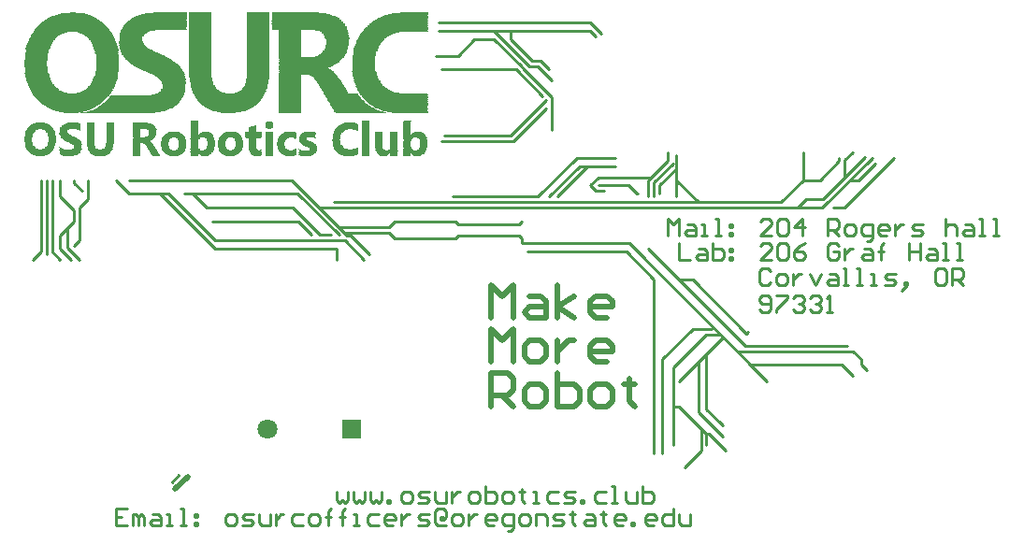
<source format=gtl>
G04 Layer_Physical_Order=1*
G04 Layer_Color=25308*
%FSLAX24Y24*%
%MOIN*%
G70*
G01*
G75*
%ADD10C,0.0100*%
%ADD11C,0.0197*%
%ADD12R,0.0167X0.0010*%
%ADD13R,0.0207X0.0010*%
%ADD14R,0.0177X0.0010*%
%ADD15R,0.0158X0.0010*%
%ADD16R,0.0118X0.0010*%
%ADD17R,0.0157X0.0010*%
%ADD18R,0.0148X0.0010*%
%ADD19R,0.0197X0.0010*%
%ADD20R,0.0118X0.0010*%
%ADD21R,0.0285X0.0010*%
%ADD22R,0.0335X0.0010*%
%ADD23R,0.0295X0.0010*%
%ADD24R,0.0276X0.0010*%
%ADD25R,0.0207X0.0010*%
%ADD26R,0.0246X0.0010*%
%ADD27R,0.0335X0.0010*%
%ADD28R,0.0197X0.0010*%
%ADD29R,0.0364X0.0010*%
%ADD30R,0.0423X0.0010*%
%ADD31R,0.0374X0.0010*%
%ADD32R,0.0256X0.0010*%
%ADD33R,0.0295X0.0010*%
%ADD34R,0.0345X0.0010*%
%ADD35R,0.0266X0.0010*%
%ADD36R,0.0285X0.0010*%
%ADD37R,0.0354X0.0010*%
%ADD38R,0.0374X0.0010*%
%ADD39R,0.0413X0.0010*%
%ADD40R,0.0246X0.0010*%
%ADD41R,0.0492X0.0010*%
%ADD42R,0.0433X0.0010*%
%ADD43R,0.0394X0.0010*%
%ADD44R,0.0305X0.0010*%
%ADD45R,0.0325X0.0010*%
%ADD46R,0.0404X0.0010*%
%ADD47R,0.0295X0.0010*%
%ADD48R,0.0305X0.0010*%
%ADD49R,0.0472X0.0010*%
%ADD50R,0.0541X0.0010*%
%ADD51R,0.0473X0.0010*%
%ADD52R,0.0256X0.0010*%
%ADD53R,0.0443X0.0010*%
%ADD54R,0.0345X0.0010*%
%ADD55R,0.0482X0.0010*%
%ADD56R,0.0541X0.0010*%
%ADD57R,0.0315X0.0010*%
%ADD58R,0.0512X0.0010*%
%ADD59R,0.0591X0.0010*%
%ADD60R,0.0482X0.0010*%
%ADD61R,0.0472X0.0010*%
%ADD62R,0.0354X0.0010*%
%ADD63R,0.0502X0.0010*%
%ADD64R,0.0591X0.0010*%
%ADD65R,0.0551X0.0010*%
%ADD66R,0.0620X0.0010*%
%ADD67R,0.0512X0.0010*%
%ADD68R,0.0394X0.0010*%
%ADD69R,0.0364X0.0010*%
%ADD70R,0.0492X0.0010*%
%ADD71R,0.0522X0.0010*%
%ADD72R,0.0620X0.0010*%
%ADD73R,0.0374X0.0010*%
%ADD74R,0.0384X0.0010*%
%ADD75R,0.0650X0.0010*%
%ADD76R,0.0541X0.0010*%
%ADD77R,0.0413X0.0010*%
%ADD78R,0.0551X0.0010*%
%ADD79R,0.0502X0.0010*%
%ADD80R,0.0532X0.0010*%
%ADD81R,0.0640X0.0010*%
%ADD82R,0.0669X0.0010*%
%ADD83R,0.0610X0.0010*%
%ADD84R,0.0295X0.0010*%
%ADD85R,0.0571X0.0010*%
%ADD86R,0.0433X0.0010*%
%ADD87R,0.0571X0.0010*%
%ADD88R,0.0384X0.0010*%
%ADD89R,0.0659X0.0010*%
%ADD90R,0.0413X0.0010*%
%ADD91R,0.0679X0.0010*%
%ADD92R,0.0600X0.0010*%
%ADD93R,0.0453X0.0010*%
%ADD94R,0.0561X0.0010*%
%ADD95R,0.0679X0.0010*%
%ADD96R,0.0453X0.0010*%
%ADD97R,0.0669X0.0010*%
%ADD98R,0.0689X0.0010*%
%ADD99R,0.0669X0.0010*%
%ADD100R,0.0620X0.0010*%
%ADD101R,0.0473X0.0010*%
%ADD102R,0.0630X0.0010*%
%ADD103R,0.0404X0.0010*%
%ADD104R,0.0571X0.0010*%
%ADD105R,0.0443X0.0010*%
%ADD106R,0.0709X0.0010*%
%ADD107R,0.0699X0.0010*%
%ADD108R,0.0689X0.0010*%
%ADD109R,0.0640X0.0010*%
%ADD110R,0.0748X0.0010*%
%ADD111R,0.0650X0.0010*%
%ADD112R,0.0404X0.0010*%
%ADD113R,0.0581X0.0010*%
%ADD114R,0.0463X0.0010*%
%ADD115R,0.0728X0.0010*%
%ADD116R,0.0709X0.0010*%
%ADD117R,0.0660X0.0010*%
%ADD118R,0.0758X0.0010*%
%ADD119R,0.0719X0.0010*%
%ADD120R,0.0758X0.0010*%
%ADD121R,0.0719X0.0010*%
%ADD122R,0.0728X0.0010*%
%ADD123R,0.0679X0.0010*%
%ADD124R,0.0768X0.0010*%
%ADD125R,0.0591X0.0010*%
%ADD126R,0.0758X0.0010*%
%ADD127R,0.0768X0.0010*%
%ADD128R,0.0738X0.0010*%
%ADD129R,0.0699X0.0010*%
%ADD130R,0.0768X0.0010*%
%ADD131R,0.0709X0.0010*%
%ADD132R,0.0581X0.0010*%
%ADD133R,0.0738X0.0010*%
%ADD134R,0.0748X0.0010*%
%ADD135R,0.0787X0.0010*%
%ADD136R,0.0738X0.0010*%
%ADD137R,0.0778X0.0010*%
%ADD138R,0.0423X0.0010*%
%ADD139R,0.0758X0.0010*%
%ADD140R,0.0807X0.0010*%
%ADD141R,0.0728X0.0010*%
%ADD142R,0.0787X0.0010*%
%ADD143R,0.0610X0.0010*%
%ADD144R,0.0827X0.0010*%
%ADD145R,0.0748X0.0010*%
%ADD146R,0.0846X0.0010*%
%ADD147R,0.0748X0.0010*%
%ADD148R,0.0797X0.0010*%
%ADD149R,0.0158X0.0010*%
%ADD150R,0.0778X0.0010*%
%ADD151R,0.0866X0.0010*%
%ADD152R,0.0807X0.0010*%
%ADD153R,0.0128X0.0010*%
%ADD154R,0.0778X0.0010*%
%ADD155R,0.0797X0.0010*%
%ADD156R,0.0886X0.0010*%
%ADD157R,0.0817X0.0010*%
%ADD158R,0.0325X0.0010*%
%ADD159R,0.0364X0.0010*%
%ADD160R,0.0305X0.0010*%
%ADD161R,0.0039X0.0010*%
%ADD162R,0.0118X0.0010*%
%ADD163R,0.0098X0.0010*%
%ADD164R,0.0354X0.0010*%
%ADD165R,0.0344X0.0010*%
%ADD166R,0.0896X0.0010*%
%ADD167R,0.0236X0.0010*%
%ADD168R,0.0364X0.0010*%
%ADD169R,0.0315X0.0010*%
%ADD170R,0.0286X0.0010*%
%ADD171R,0.0020X0.0010*%
%ADD172R,0.0089X0.0010*%
%ADD173R,0.0069X0.0010*%
%ADD174R,0.0246X0.0010*%
%ADD175R,0.0344X0.0010*%
%ADD176R,0.0315X0.0010*%
%ADD177R,0.0906X0.0010*%
%ADD178R,0.0197X0.0010*%
%ADD179R,0.0837X0.0010*%
%ADD180R,0.0305X0.0010*%
%ADD181R,0.0059X0.0010*%
%ADD182R,0.0049X0.0010*%
%ADD183R,0.0246X0.0010*%
%ADD184R,0.0807X0.0010*%
%ADD185R,0.0315X0.0010*%
%ADD186R,0.0276X0.0010*%
%ADD187R,0.0039X0.0010*%
%ADD188R,0.0030X0.0010*%
%ADD189R,0.0187X0.0010*%
%ADD190R,0.0138X0.0010*%
%ADD191R,0.0335X0.0010*%
%ADD192R,0.0276X0.0010*%
%ADD193R,0.0010X0.0010*%
%ADD194R,0.0108X0.0010*%
%ADD195R,0.0286X0.0010*%
%ADD196R,0.0266X0.0010*%
%ADD197R,0.0236X0.0010*%
%ADD198R,0.0335X0.0010*%
%ADD199R,0.0098X0.0010*%
%ADD200R,0.0266X0.0010*%
%ADD201R,0.0079X0.0010*%
%ADD202R,0.0079X0.0010*%
%ADD203R,0.0266X0.0010*%
%ADD204R,0.0059X0.0010*%
%ADD205R,0.0276X0.0010*%
%ADD206R,0.0059X0.0010*%
%ADD207R,0.0010X0.0010*%
%ADD208R,0.0256X0.0010*%
%ADD209R,0.0256X0.0010*%
%ADD210R,0.0433X0.0010*%
%ADD211R,0.0492X0.0010*%
%ADD212R,0.0492X0.0010*%
%ADD213R,0.0482X0.0010*%
%ADD214R,0.0413X0.0010*%
%ADD215R,0.0660X0.0010*%
%ADD216R,0.0610X0.0010*%
%ADD217R,0.0384X0.0010*%
%ADD218R,0.0502X0.0010*%
%ADD219R,0.0591X0.0010*%
%ADD220R,0.0600X0.0010*%
%ADD221R,0.0522X0.0010*%
%ADD222R,0.0541X0.0010*%
%ADD223R,0.0699X0.0010*%
%ADD224R,0.0010X0.0010*%
%ADD225R,0.0522X0.0010*%
%ADD226R,0.0069X0.0010*%
%ADD227R,0.0020X0.0010*%
%ADD228R,0.0561X0.0010*%
%ADD229R,0.0354X0.0010*%
%ADD230R,0.0138X0.0010*%
%ADD231R,0.0817X0.0010*%
%ADD232R,0.0148X0.0010*%
%ADD233R,0.0807X0.0010*%
%ADD234R,0.0659X0.0010*%
%ADD235R,0.0630X0.0010*%
%ADD236R,0.0640X0.0010*%
%ADD237R,0.0532X0.0010*%
%ADD238R,0.0522X0.0010*%
%ADD239R,0.0463X0.0010*%
%ADD240R,0.0561X0.0010*%
%ADD241R,0.0561X0.0010*%
%ADD242R,0.0325X0.0010*%
%ADD243R,0.0226X0.0010*%
%ADD244R,0.0177X0.0010*%
%ADD245R,0.0217X0.0010*%
%ADD246R,0.0167X0.0010*%
%ADD247R,0.0010X0.0010*%
%ADD248R,0.0128X0.0010*%
%ADD249R,0.0108X0.0010*%
%ADD250R,0.0905X0.0010*%
%ADD251R,0.0374X0.0010*%
%ADD252R,0.0876X0.0010*%
%ADD253R,0.0709X0.0010*%
%ADD254R,0.0866X0.0010*%
%ADD255R,0.0797X0.0010*%
%ADD256R,0.0847X0.0010*%
%ADD257R,0.0797X0.0010*%
%ADD258R,0.0827X0.0010*%
%ADD259R,0.0226X0.0010*%
%ADD260R,0.0217X0.0010*%
%ADD261R,0.0187X0.0010*%
%ADD262R,0.0630X0.0010*%
%ADD263R,0.0610X0.0010*%
%ADD264R,0.0551X0.0010*%
%ADD265R,0.0512X0.0010*%
%ADD266R,0.0236X0.0010*%
%ADD267R,0.0177X0.0010*%
%ADD268R,0.0099X0.0010*%
%ADD269R,0.1063X0.0010*%
%ADD270R,0.2461X0.0010*%
%ADD271R,0.1821X0.0010*%
%ADD272R,0.1171X0.0010*%
%ADD273R,0.2500X0.0010*%
%ADD274R,0.1752X0.0010*%
%ADD275R,0.1260X0.0010*%
%ADD276R,0.2520X0.0010*%
%ADD277R,0.0689X0.0010*%
%ADD278R,0.1713X0.0010*%
%ADD279R,0.1339X0.0010*%
%ADD280R,0.2539X0.0010*%
%ADD281R,0.1663X0.0010*%
%ADD282R,0.1398X0.0010*%
%ADD283R,0.2559X0.0010*%
%ADD284R,0.0886X0.0010*%
%ADD285R,0.1644X0.0010*%
%ADD286R,0.1447X0.0010*%
%ADD287R,0.0935X0.0010*%
%ADD288R,0.2569X0.0010*%
%ADD289R,0.0984X0.0010*%
%ADD290R,0.1614X0.0010*%
%ADD291R,0.1486X0.0010*%
%ADD292R,0.1024X0.0010*%
%ADD293R,0.2569X0.0010*%
%ADD294R,0.1053X0.0010*%
%ADD295R,0.1585X0.0010*%
%ADD296R,0.1536X0.0010*%
%ADD297R,0.1083X0.0010*%
%ADD298R,0.2589X0.0010*%
%ADD299R,0.1112X0.0010*%
%ADD300R,0.1565X0.0010*%
%ADD301R,0.1142X0.0010*%
%ADD302R,0.2598X0.0010*%
%ADD303R,0.1181X0.0010*%
%ADD304R,0.1545X0.0010*%
%ADD305R,0.1594X0.0010*%
%ADD306R,0.1201X0.0010*%
%ADD307R,0.2608X0.0010*%
%ADD308R,0.1250X0.0010*%
%ADD309R,0.1535X0.0010*%
%ADD310R,0.1624X0.0010*%
%ADD311R,0.1260X0.0010*%
%ADD312R,0.2608X0.0010*%
%ADD313R,0.1289X0.0010*%
%ADD314R,0.1516X0.0010*%
%ADD315R,0.1319X0.0010*%
%ADD316R,0.2618X0.0010*%
%ADD317R,0.1339X0.0010*%
%ADD318R,0.1496X0.0010*%
%ADD319R,0.1693X0.0010*%
%ADD320R,0.1368X0.0010*%
%ADD321R,0.1388X0.0010*%
%ADD322R,0.1486X0.0010*%
%ADD323R,0.1713X0.0010*%
%ADD324R,0.1407X0.0010*%
%ADD325R,0.2628X0.0010*%
%ADD326R,0.1427X0.0010*%
%ADD327R,0.1467X0.0010*%
%ADD328R,0.1732X0.0010*%
%ADD329R,0.1457X0.0010*%
%ADD330R,0.2628X0.0010*%
%ADD331R,0.1762X0.0010*%
%ADD332R,0.1496X0.0010*%
%ADD333R,0.1526X0.0010*%
%ADD334R,0.1447X0.0010*%
%ADD335R,0.1782X0.0010*%
%ADD336R,0.1545X0.0010*%
%ADD337R,0.1555X0.0010*%
%ADD338R,0.1437X0.0010*%
%ADD339R,0.1801X0.0010*%
%ADD340R,0.1585X0.0010*%
%ADD341R,0.2638X0.0010*%
%ADD342R,0.1417X0.0010*%
%ADD343R,0.1831X0.0010*%
%ADD344R,0.1624X0.0010*%
%ADD345R,0.2638X0.0010*%
%ADD346R,0.1850X0.0010*%
%ADD347R,0.1407X0.0010*%
%ADD348R,0.1870X0.0010*%
%ADD349R,0.1703X0.0010*%
%ADD350R,0.1693X0.0010*%
%ADD351R,0.1880X0.0010*%
%ADD352R,0.1722X0.0010*%
%ADD353R,0.1388X0.0010*%
%ADD354R,0.1900X0.0010*%
%ADD355R,0.1762X0.0010*%
%ADD356R,0.2648X0.0010*%
%ADD357R,0.1919X0.0010*%
%ADD358R,0.1782X0.0010*%
%ADD359R,0.1368X0.0010*%
%ADD360R,0.1939X0.0010*%
%ADD361R,0.2648X0.0010*%
%ADD362R,0.1811X0.0010*%
%ADD363R,0.1358X0.0010*%
%ADD364R,0.1949X0.0010*%
%ADD365R,0.1860X0.0010*%
%ADD366R,0.2648X0.0010*%
%ADD367R,0.1841X0.0010*%
%ADD368R,0.1348X0.0010*%
%ADD369R,0.1969X0.0010*%
%ADD370R,0.1890X0.0010*%
%ADD371R,0.1860X0.0010*%
%ADD372R,0.1348X0.0010*%
%ADD373R,0.1988X0.0010*%
%ADD374R,0.1329X0.0010*%
%ADD375R,0.1998X0.0010*%
%ADD376R,0.1959X0.0010*%
%ADD377R,0.1919X0.0010*%
%ADD378R,0.1329X0.0010*%
%ADD379R,0.2008X0.0010*%
%ADD380R,0.1978X0.0010*%
%ADD381R,0.1949X0.0010*%
%ADD382R,0.1319X0.0010*%
%ADD383R,0.2028X0.0010*%
%ADD384R,0.1998X0.0010*%
%ADD385R,0.2037X0.0010*%
%ADD386R,0.2037X0.0010*%
%ADD387R,0.1309X0.0010*%
%ADD388R,0.2057X0.0010*%
%ADD389R,0.2057X0.0010*%
%ADD390R,0.2648X0.0010*%
%ADD391R,0.1299X0.0010*%
%ADD392R,0.2067X0.0010*%
%ADD393R,0.2077X0.0010*%
%ADD394R,0.1299X0.0010*%
%ADD395R,0.2106X0.0010*%
%ADD396R,0.2047X0.0010*%
%ADD397R,0.2097X0.0010*%
%ADD398R,0.2136X0.0010*%
%ADD399R,0.1280X0.0010*%
%ADD400R,0.2106X0.0010*%
%ADD401R,0.2156X0.0010*%
%ADD402R,0.2638X0.0010*%
%ADD403R,0.2087X0.0010*%
%ADD404R,0.1280X0.0010*%
%ADD405R,0.2116X0.0010*%
%ADD406R,0.2185X0.0010*%
%ADD407R,0.1270X0.0010*%
%ADD408R,0.2126X0.0010*%
%ADD409R,0.2215X0.0010*%
%ADD410R,0.2126X0.0010*%
%ADD411R,0.1270X0.0010*%
%ADD412R,0.2136X0.0010*%
%ADD413R,0.2234X0.0010*%
%ADD414R,0.2628X0.0010*%
%ADD415R,0.2146X0.0010*%
%ADD416R,0.1260X0.0010*%
%ADD417R,0.2156X0.0010*%
%ADD418R,0.2254X0.0010*%
%ADD419R,0.2165X0.0010*%
%ADD420R,0.2274X0.0010*%
%ADD421R,0.2628X0.0010*%
%ADD422R,0.2185X0.0010*%
%ADD423R,0.1250X0.0010*%
%ADD424R,0.2175X0.0010*%
%ADD425R,0.2293X0.0010*%
%ADD426R,0.2205X0.0010*%
%ADD427R,0.2185X0.0010*%
%ADD428R,0.2313X0.0010*%
%ADD429R,0.2195X0.0010*%
%ADD430R,0.2333X0.0010*%
%ADD431R,0.2224X0.0010*%
%ADD432R,0.1240X0.0010*%
%ADD433R,0.2205X0.0010*%
%ADD434R,0.2352X0.0010*%
%ADD435R,0.2618X0.0010*%
%ADD436R,0.2244X0.0010*%
%ADD437R,0.1240X0.0010*%
%ADD438R,0.2372X0.0010*%
%ADD439R,0.2264X0.0010*%
%ADD440R,0.1230X0.0010*%
%ADD441R,0.2224X0.0010*%
%ADD442R,0.2392X0.0010*%
%ADD443R,0.2283X0.0010*%
%ADD444R,0.1230X0.0010*%
%ADD445R,0.2234X0.0010*%
%ADD446R,0.2411X0.0010*%
%ADD447R,0.2608X0.0010*%
%ADD448R,0.2293X0.0010*%
%ADD449R,0.2431X0.0010*%
%ADD450R,0.2608X0.0010*%
%ADD451R,0.2303X0.0010*%
%ADD452R,0.1220X0.0010*%
%ADD453R,0.2254X0.0010*%
%ADD454R,0.2451X0.0010*%
%ADD455R,0.2323X0.0010*%
%ADD456R,0.1220X0.0010*%
%ADD457R,0.2264X0.0010*%
%ADD458R,0.2471X0.0010*%
%ADD459R,0.2598X0.0010*%
%ADD460R,0.2333X0.0010*%
%ADD461R,0.1211X0.0010*%
%ADD462R,0.2274X0.0010*%
%ADD463R,0.2490X0.0010*%
%ADD464R,0.2599X0.0010*%
%ADD465R,0.2343X0.0010*%
%ADD466R,0.1211X0.0010*%
%ADD467R,0.2284X0.0010*%
%ADD468R,0.2510X0.0010*%
%ADD469R,0.2362X0.0010*%
%ADD470R,0.2284X0.0010*%
%ADD471R,0.2530X0.0010*%
%ADD472R,0.2589X0.0010*%
%ADD473R,0.2372X0.0010*%
%ADD474R,0.1211X0.0010*%
%ADD475R,0.2549X0.0010*%
%ADD476R,0.2382X0.0010*%
%ADD477R,0.2303X0.0010*%
%ADD478R,0.2549X0.0010*%
%ADD479R,0.2589X0.0010*%
%ADD480R,0.2402X0.0010*%
%ADD481R,0.1201X0.0010*%
%ADD482R,0.2313X0.0010*%
%ADD483R,0.1201X0.0010*%
%ADD484R,0.2323X0.0010*%
%ADD485R,0.2589X0.0010*%
%ADD486R,0.2579X0.0010*%
%ADD487R,0.2421X0.0010*%
%ADD488R,0.1191X0.0010*%
%ADD489R,0.2579X0.0010*%
%ADD490R,0.2431X0.0010*%
%ADD491R,0.1191X0.0010*%
%ADD492R,0.2343X0.0010*%
%ADD493R,0.2461X0.0010*%
%ADD494R,0.2352X0.0010*%
%ADD495R,0.2657X0.0010*%
%ADD496R,0.1191X0.0010*%
%ADD497R,0.2470X0.0010*%
%ADD498R,0.2362X0.0010*%
%ADD499R,0.2667X0.0010*%
%ADD500R,0.1132X0.0010*%
%ADD501R,0.2470X0.0010*%
%ADD502R,0.1181X0.0010*%
%ADD503R,0.2687X0.0010*%
%ADD504R,0.1083X0.0010*%
%ADD505R,0.2490X0.0010*%
%ADD506R,0.2372X0.0010*%
%ADD507R,0.2707X0.0010*%
%ADD508R,0.2490X0.0010*%
%ADD509R,0.1191X0.0010*%
%ADD510R,0.2382X0.0010*%
%ADD511R,0.2707X0.0010*%
%ADD512R,0.1024X0.0010*%
%ADD513R,0.2510X0.0010*%
%ADD514R,0.2392X0.0010*%
%ADD515R,0.2726X0.0010*%
%ADD516R,0.0994X0.0010*%
%ADD517R,0.1260X0.0010*%
%ADD518R,0.0975X0.0010*%
%ADD519R,0.1161X0.0010*%
%ADD520R,0.0866X0.0010*%
%ADD521R,0.1447X0.0010*%
%ADD522R,0.0965X0.0010*%
%ADD523R,0.1093X0.0010*%
%ADD524R,0.1378X0.0010*%
%ADD525R,0.1152X0.0010*%
%ADD526R,0.0945X0.0010*%
%ADD527R,0.1083X0.0010*%
%ADD528R,0.1063X0.0010*%
%ADD529R,0.0866X0.0010*%
%ADD530R,0.1152X0.0010*%
%ADD531R,0.1132X0.0010*%
%ADD532R,0.0925X0.0010*%
%ADD533R,0.1043X0.0010*%
%ADD534R,0.1024X0.0010*%
%ADD535R,0.1102X0.0010*%
%ADD536R,0.1033X0.0010*%
%ADD537R,0.0994X0.0010*%
%ADD538R,0.0905X0.0010*%
%ADD539R,0.1004X0.0010*%
%ADD540R,0.1063X0.0010*%
%ADD541R,0.0896X0.0010*%
%ADD542R,0.1053X0.0010*%
%ADD543R,0.0974X0.0010*%
%ADD544R,0.0955X0.0010*%
%ADD545R,0.1034X0.0010*%
%ADD546R,0.0876X0.0010*%
%ADD547R,0.0955X0.0010*%
%ADD548R,0.1171X0.0010*%
%ADD549R,0.0935X0.0010*%
%ADD550R,0.1014X0.0010*%
%ADD551R,0.0856X0.0010*%
%ADD552R,0.0915X0.0010*%
%ADD553R,0.1132X0.0010*%
%ADD554R,0.0856X0.0010*%
%ADD555R,0.0925X0.0010*%
%ADD556R,0.1122X0.0010*%
%ADD557R,0.0847X0.0010*%
%ADD558R,0.1102X0.0010*%
%ADD559R,0.0974X0.0010*%
%ADD560R,0.0846X0.0010*%
%ADD561R,0.0886X0.0010*%
%ADD562R,0.1102X0.0010*%
%ADD563R,0.0837X0.0010*%
%ADD564R,0.0896X0.0010*%
%ADD565R,0.0837X0.0010*%
%ADD566R,0.1073X0.0010*%
%ADD567R,0.0984X0.0010*%
%ADD568R,0.0827X0.0010*%
%ADD569R,0.1073X0.0010*%
%ADD570R,0.0945X0.0010*%
%ADD571R,0.0886X0.0010*%
%ADD572R,0.1053X0.0010*%
%ADD573R,0.0935X0.0010*%
%ADD574R,0.1033X0.0010*%
%ADD575R,0.0817X0.0010*%
%ADD576R,0.0817X0.0010*%
%ADD577R,0.0935X0.0010*%
%ADD578R,0.0915X0.0010*%
%ADD579R,0.0827X0.0010*%
%ADD580R,0.1014X0.0010*%
%ADD581R,0.0906X0.0010*%
%ADD582R,0.0837X0.0010*%
%ADD583R,0.0984X0.0010*%
%ADD584R,0.0915X0.0010*%
%ADD585R,0.0896X0.0010*%
%ADD586R,0.0915X0.0010*%
%ADD587R,0.0965X0.0010*%
%ADD588R,0.0965X0.0010*%
%ADD589R,0.0945X0.0010*%
%ADD590R,0.0778X0.0010*%
%ADD591R,0.0788X0.0010*%
%ADD592R,0.0788X0.0010*%
%ADD593R,0.0876X0.0010*%
%ADD594R,0.0876X0.0010*%
%ADD595R,0.0965X0.0010*%
%ADD596R,0.1004X0.0010*%
%ADD597R,0.1043X0.0010*%
%ADD598R,0.1112X0.0010*%
%ADD599R,0.0768X0.0010*%
%ADD600R,0.1998X0.0010*%
%ADD601R,0.1161X0.0010*%
%ADD602R,0.1978X0.0010*%
%ADD603R,0.1959X0.0010*%
%ADD604R,0.1240X0.0010*%
%ADD605R,0.1949X0.0010*%
%ADD606R,0.1939X0.0010*%
%ADD607R,0.1929X0.0010*%
%ADD608R,0.1900X0.0010*%
%ADD609R,0.1890X0.0010*%
%ADD610R,0.1339X0.0010*%
%ADD611R,0.1880X0.0010*%
%ADD612R,0.1358X0.0010*%
%ADD613R,0.1870X0.0010*%
%ADD614R,0.1368X0.0010*%
%ADD615R,0.1841X0.0010*%
%ADD616R,0.1831X0.0010*%
%ADD617R,0.1427X0.0010*%
%ADD618R,0.1467X0.0010*%
%ADD619R,0.1762X0.0010*%
%ADD620R,0.1732X0.0010*%
%ADD621R,0.1506X0.0010*%
%ADD622R,0.1791X0.0010*%
%ADD623R,0.1821X0.0010*%
%ADD624R,0.1565X0.0010*%
%ADD625R,0.1575X0.0010*%
%ADD626R,0.1575X0.0010*%
%ADD627R,0.1594X0.0010*%
%ADD628R,0.1909X0.0010*%
%ADD629R,0.1594X0.0010*%
%ADD630R,0.1929X0.0010*%
%ADD631R,0.1604X0.0010*%
%ADD632R,0.1604X0.0010*%
%ADD633R,0.1614X0.0010*%
%ADD634R,0.2018X0.0010*%
%ADD635R,0.1624X0.0010*%
%ADD636R,0.2047X0.0010*%
%ADD637R,0.1624X0.0010*%
%ADD638R,0.2136X0.0010*%
%ADD639R,0.2146X0.0010*%
%ADD640R,0.2165X0.0010*%
%ADD641R,0.1594X0.0010*%
%ADD642R,0.2224X0.0010*%
%ADD643R,0.1565X0.0010*%
%ADD644R,0.1555X0.0010*%
%ADD645R,0.1545X0.0010*%
%ADD646R,0.1535X0.0010*%
%ADD647R,0.1516X0.0010*%
%ADD648R,0.2274X0.0010*%
%ADD649R,0.1506X0.0010*%
%ADD650R,0.1496X0.0010*%
%ADD651R,0.1486X0.0010*%
%ADD652R,0.1004X0.0010*%
%ADD653R,0.1467X0.0010*%
%ADD654R,0.1457X0.0010*%
%ADD655R,0.0955X0.0010*%
%ADD656R,0.1447X0.0010*%
%ADD657R,0.1427X0.0010*%
%ADD658R,0.1407X0.0010*%
%ADD659R,0.1378X0.0010*%
%ADD660R,0.1329X0.0010*%
%ADD661R,0.1309X0.0010*%
%ADD662R,0.1152X0.0010*%
%ADD663R,0.1142X0.0010*%
%ADD664R,0.1122X0.0010*%
%ADD665R,0.1053X0.0010*%
%ADD666R,0.1034X0.0010*%
%ADD667R,0.0955X0.0010*%
%ADD668R,0.1014X0.0010*%
%ADD669R,0.0984X0.0010*%
%ADD670R,0.1004X0.0010*%
%ADD671R,0.1142X0.0010*%
%ADD672R,0.1211X0.0010*%
%ADD673R,0.1240X0.0010*%
%ADD674R,0.1171X0.0010*%
%ADD675R,0.1398X0.0010*%
%ADD676R,0.2726X0.0010*%
%ADD677R,0.2697X0.0010*%
%ADD678R,0.2677X0.0010*%
%ADD679R,0.1073X0.0010*%
%ADD680R,0.1102X0.0010*%
%ADD681R,0.2303X0.0010*%
%ADD682R,0.2677X0.0010*%
%ADD683R,0.2667X0.0010*%
%ADD684R,0.2224X0.0010*%
%ADD685R,0.2283X0.0010*%
%ADD686R,0.2215X0.0010*%
%ADD687R,0.2205X0.0010*%
%ADD688R,0.2657X0.0010*%
%ADD689R,0.2195X0.0010*%
%ADD690R,0.2510X0.0010*%
%ADD691R,0.2264X0.0010*%
%ADD692R,0.2185X0.0010*%
%ADD693R,0.2254X0.0010*%
%ADD694R,0.2156X0.0010*%
%ADD695R,0.2244X0.0010*%
%ADD696R,0.2146X0.0010*%
%ADD697R,0.2412X0.0010*%
%ADD698R,0.2234X0.0010*%
%ADD699R,0.2116X0.0010*%
%ADD700R,0.2352X0.0010*%
%ADD701R,0.2214X0.0010*%
%ADD702R,0.2097X0.0010*%
%ADD703R,0.2195X0.0010*%
%ADD704R,0.2274X0.0010*%
%ADD705R,0.2579X0.0010*%
%ADD706R,0.2047X0.0010*%
%ADD707R,0.2165X0.0010*%
%ADD708R,0.2205X0.0010*%
%ADD709R,0.2559X0.0010*%
%ADD710R,0.2136X0.0010*%
%ADD711R,0.2126X0.0010*%
%ADD712R,0.2539X0.0010*%
%ADD713R,0.1988X0.0010*%
%ADD714R,0.2116X0.0010*%
%ADD715R,0.1969X0.0010*%
%ADD716R,0.2520X0.0010*%
%ADD717R,0.2096X0.0010*%
%ADD718R,0.2067X0.0010*%
%ADD719R,0.2057X0.0010*%
%ADD720R,0.2480X0.0010*%
%ADD721R,0.2047X0.0010*%
%ADD722R,0.1929X0.0010*%
%ADD723R,0.2028X0.0010*%
%ADD724R,0.2018X0.0010*%
%ADD725R,0.2441X0.0010*%
%ADD726R,0.1850X0.0010*%
%ADD727R,0.2008X0.0010*%
%ADD728R,0.1841X0.0010*%
%ADD729R,0.1831X0.0010*%
%ADD730R,0.2421X0.0010*%
%ADD731R,0.1791X0.0010*%
%ADD732R,0.1978X0.0010*%
%ADD733R,0.2411X0.0010*%
%ADD734R,0.1959X0.0010*%
%ADD735R,0.1939X0.0010*%
%ADD736R,0.1772X0.0010*%
%ADD737R,0.1909X0.0010*%
%ADD738R,0.1890X0.0010*%
%ADD739R,0.1870X0.0010*%
%ADD740R,0.1683X0.0010*%
%ADD741R,0.1663X0.0010*%
%ADD742R,0.1644X0.0010*%
%ADD743R,0.1811X0.0010*%
%ADD744R,0.1791X0.0010*%
%ADD745R,0.1309X0.0010*%
%ADD746R,0.1742X0.0010*%
%ADD747R,0.1516X0.0010*%
%ADD748R,0.1683X0.0010*%
%ADD749R,0.1486X0.0010*%
%ADD750R,0.1654X0.0010*%
%ADD751R,0.1614X0.0010*%
%ADD752R,0.1427X0.0010*%
%ADD753R,0.1545X0.0010*%
%ADD754R,0.1339X0.0010*%
%ADD755R,0.1289X0.0010*%
%ADD756R,0.1378X0.0010*%
%ADD757R,0.1309X0.0010*%
%ADD758R,0.1772X0.0010*%
%ADD759R,0.0226X0.0010*%
%ADD760R,0.1654X0.0010*%
%ADD761R,0.0975X0.0010*%
%ADD762R,0.0709X0.0709*%
%ADD763C,0.0709*%
D10*
X15315Y12362D02*
X15551Y12598D01*
X10827Y20472D02*
Y23130D01*
X11024Y20571D02*
Y23130D01*
Y20571D02*
X11319Y20276D01*
X10630Y20571D02*
Y23130D01*
X10335Y20276D02*
X10630Y20571D01*
X11319Y22539D02*
Y23130D01*
Y22539D02*
X11811Y22047D01*
Y21654D02*
Y22047D01*
X11319Y21161D02*
X11811Y21654D01*
X11319Y20669D02*
Y21161D01*
Y20669D02*
X11713Y20276D01*
X11565Y20719D02*
Y21407D01*
Y20719D02*
X12008Y20276D01*
X12303Y22441D02*
Y23130D01*
X12011Y22149D02*
X12303Y22441D01*
X12011Y21361D02*
Y22149D01*
Y20968D02*
Y21361D01*
X11811Y20768D02*
X12011Y20968D01*
X11811Y23028D02*
Y23130D01*
Y23028D02*
X12103Y22736D01*
X13287Y23130D02*
X13780Y22638D01*
X15157D01*
X16831Y20965D01*
X21457D01*
X22146Y20276D01*
X13780Y23130D02*
X14948D01*
X19574D01*
X21543Y21161D01*
X21654D01*
X22343Y20472D01*
X15748Y22638D02*
X19783D01*
X21257Y21165D01*
X16043Y22638D02*
X16535Y22146D01*
X19587D01*
X20568Y21165D01*
X20974D01*
X14173Y22638D02*
X14862D01*
X16831Y20669D01*
X21161D01*
Y20276D02*
Y20669D01*
X16732Y21654D02*
X19787D01*
X20276Y21165D01*
X20285D01*
X20571Y22133D02*
X38472D01*
X40256Y23917D01*
X37598Y22133D02*
X37906Y22441D01*
X38497D01*
X40016Y23960D01*
X39284Y23228D02*
Y23831D01*
X39567Y24114D01*
X39469Y23130D02*
X39764D01*
X40354Y23720D01*
X21063Y22343D02*
X37008D01*
X37795Y23130D01*
Y24016D01*
Y24114D01*
Y23130D02*
X38386D01*
X39084Y23828D01*
Y23914D01*
X39078D02*
X39084D01*
X21260Y21457D02*
X23031D01*
X23228Y21654D01*
X25394D01*
X25492Y21555D01*
X27657D01*
X27756Y21654D01*
X21444Y21260D02*
X23031D01*
X23130Y21161D01*
X23228Y21063D01*
X25394D01*
X25492Y21161D01*
X27657D01*
X27756Y21063D01*
Y20866D02*
Y21063D01*
Y20866D02*
X28642D01*
X30217D01*
X29721Y23917D02*
X31102D01*
X28346Y22543D02*
X29721Y23917D01*
X25292Y22543D02*
X28346D01*
X33268D02*
Y24016D01*
X32480Y23031D02*
X33169Y23720D01*
X32480Y22543D02*
Y23031D01*
X34449Y22343D02*
X34646D01*
X32677Y22638D02*
Y22933D01*
X33268Y23524D01*
X38878Y22146D02*
X39272D01*
X41043Y23917D01*
X32972Y23806D02*
Y24114D01*
X32280Y23114D02*
X32972Y23806D01*
X32280Y22638D02*
Y23114D01*
Y22543D02*
Y22638D01*
X28740Y22539D02*
X29823Y23622D01*
X30217D01*
X31102D01*
X29035Y22539D02*
X30118Y23622D01*
X30709D01*
X30506Y23222D02*
X32388D01*
X30217Y22933D02*
X30506Y23222D01*
X30217Y22933D02*
X30413Y22736D01*
X30709D01*
X31880Y22638D02*
X31890D01*
X31582Y22936D02*
X31880Y22638D01*
X30512Y22936D02*
X31582D01*
X33268Y23130D02*
Y23228D01*
Y23130D02*
X34055Y22343D01*
X24803Y28740D02*
X30217D01*
X30610Y28346D01*
X24803Y28445D02*
X30217D01*
X30413Y28248D01*
X25787Y28445D02*
X26772D01*
X28051Y27165D01*
X28346D01*
X28839Y26673D01*
X27362Y28150D02*
Y28445D01*
Y28150D02*
X28146Y27365D01*
X28429D01*
X28728Y27067D01*
X24705Y27559D02*
X25492D01*
X26083Y28150D01*
X26784D01*
X27762Y27172D01*
X27811Y27122D01*
X28839Y26095D01*
Y24902D02*
Y26095D01*
X24902Y24508D02*
X27461D01*
X28639Y25686D01*
X25000Y24705D02*
X27362D01*
X28642Y25984D01*
X24902Y27067D02*
X27559D01*
X28500Y26126D01*
X29035Y20866D02*
X31594D01*
X36516Y15945D01*
X35433Y17028D02*
X39567D01*
X39862Y16732D01*
Y16535D02*
Y16732D01*
Y16535D02*
X40059Y16339D01*
X35925Y16535D02*
X38287D01*
X39173D01*
X39567Y16142D01*
X34350Y17618D02*
X34843D01*
X33169Y16437D02*
X34350Y17618D01*
X33169Y13681D02*
Y16437D01*
X33858Y17815D02*
X34547D01*
X32776Y16732D02*
X33858Y17815D01*
X32776Y13386D02*
Y16732D01*
X33169Y15059D02*
X33366D01*
X34350Y14075D01*
Y13681D02*
Y14075D01*
X34154Y13484D02*
Y14272D01*
X33563Y12894D02*
X34154Y13484D01*
X34350Y14075D02*
X34449D01*
X35039Y13484D01*
X33366Y15945D02*
X34941Y17520D01*
X34055Y14862D02*
Y16634D01*
Y14862D02*
X34941Y13976D01*
X34350Y14961D02*
Y16929D01*
Y14961D02*
X34843Y14468D01*
X34941Y14370D01*
X32480Y13386D02*
Y19587D01*
X31496Y20571D02*
X32480Y19587D01*
X27953Y20571D02*
X31496D01*
X32283Y20669D02*
X35433Y17520D01*
X35725Y17228D01*
X39373D01*
X33366Y19587D02*
X33858D01*
X35784Y17661D01*
X35842Y17720D01*
X32972Y21161D02*
Y21761D01*
X33172Y21561D01*
X33372Y21761D01*
Y21161D01*
X33672Y21561D02*
X33872D01*
X33972Y21461D01*
Y21161D01*
X33672D01*
X33572Y21261D01*
X33672Y21361D01*
X33972D01*
X34172Y21161D02*
X34372D01*
X34272D01*
Y21561D01*
X34172D01*
X34672Y21161D02*
X34872D01*
X34772D01*
Y21761D01*
X34672D01*
X35172Y21561D02*
X35272D01*
Y21461D01*
X35172D01*
Y21561D01*
Y21261D02*
X35272D01*
Y21161D01*
X35172D01*
Y21261D01*
X36671Y21161D02*
X36271D01*
X36671Y21561D01*
Y21661D01*
X36571Y21761D01*
X36371D01*
X36271Y21661D01*
X36871D02*
X36971Y21761D01*
X37171D01*
X37271Y21661D01*
Y21261D01*
X37171Y21161D01*
X36971D01*
X36871Y21261D01*
Y21661D01*
X37771Y21161D02*
Y21761D01*
X37471Y21461D01*
X37871D01*
X38671Y21161D02*
Y21761D01*
X38970D01*
X39070Y21661D01*
Y21461D01*
X38970Y21361D01*
X38671D01*
X38871D02*
X39070Y21161D01*
X39370D02*
X39570D01*
X39670Y21261D01*
Y21461D01*
X39570Y21561D01*
X39370D01*
X39270Y21461D01*
Y21261D01*
X39370Y21161D01*
X40070Y20961D02*
X40170D01*
X40270Y21061D01*
Y21561D01*
X39970D01*
X39870Y21461D01*
Y21261D01*
X39970Y21161D01*
X40270D01*
X40770D02*
X40570D01*
X40470Y21261D01*
Y21461D01*
X40570Y21561D01*
X40770D01*
X40870Y21461D01*
Y21361D01*
X40470D01*
X41070Y21561D02*
Y21161D01*
Y21361D01*
X41170Y21461D01*
X41270Y21561D01*
X41370D01*
X41670Y21161D02*
X41970D01*
X42070Y21261D01*
X41970Y21361D01*
X41770D01*
X41670Y21461D01*
X41770Y21561D01*
X42070D01*
X42869Y21761D02*
Y21161D01*
Y21461D01*
X42969Y21561D01*
X43169D01*
X43269Y21461D01*
Y21161D01*
X43569Y21561D02*
X43769D01*
X43869Y21461D01*
Y21161D01*
X43569D01*
X43469Y21261D01*
X43569Y21361D01*
X43869D01*
X44069Y21161D02*
X44269D01*
X44169D01*
Y21761D01*
X44069D01*
X44569Y21161D02*
X44769D01*
X44669D01*
Y21761D01*
X44569D01*
X33366Y20875D02*
Y20276D01*
X33766D01*
X34066Y20675D02*
X34266D01*
X34366Y20575D01*
Y20276D01*
X34066D01*
X33966Y20376D01*
X34066Y20476D01*
X34366D01*
X34566Y20875D02*
Y20276D01*
X34866D01*
X34966Y20376D01*
Y20476D01*
Y20575D01*
X34866Y20675D01*
X34566D01*
X35166D02*
X35266D01*
Y20575D01*
X35166D01*
Y20675D01*
Y20376D02*
X35266D01*
Y20276D01*
X35166D01*
Y20376D01*
X36665Y20276D02*
X36265D01*
X36665Y20675D01*
Y20775D01*
X36565Y20875D01*
X36365D01*
X36265Y20775D01*
X36865D02*
X36965Y20875D01*
X37165D01*
X37265Y20775D01*
Y20376D01*
X37165Y20276D01*
X36965D01*
X36865Y20376D01*
Y20775D01*
X37865Y20875D02*
X37665Y20775D01*
X37465Y20575D01*
Y20376D01*
X37565Y20276D01*
X37765D01*
X37865Y20376D01*
Y20476D01*
X37765Y20575D01*
X37465D01*
X39064Y20775D02*
X38964Y20875D01*
X38764D01*
X38664Y20775D01*
Y20376D01*
X38764Y20276D01*
X38964D01*
X39064Y20376D01*
Y20575D01*
X38864D01*
X39264Y20675D02*
Y20276D01*
Y20476D01*
X39364Y20575D01*
X39464Y20675D01*
X39564D01*
X39964D02*
X40164D01*
X40264Y20575D01*
Y20276D01*
X39964D01*
X39864Y20376D01*
X39964Y20476D01*
X40264D01*
X40564Y20276D02*
Y20775D01*
Y20575D01*
X40464D01*
X40664D01*
X40564D01*
Y20775D01*
X40664Y20875D01*
X41563D02*
Y20276D01*
Y20575D01*
X41963D01*
Y20875D01*
Y20276D01*
X42263Y20675D02*
X42463D01*
X42563Y20575D01*
Y20276D01*
X42263D01*
X42163Y20376D01*
X42263Y20476D01*
X42563D01*
X42763Y20276D02*
X42963D01*
X42863D01*
Y20875D01*
X42763D01*
X43263Y20276D02*
X43463D01*
X43363D01*
Y20875D01*
X43263D01*
X36620Y19890D02*
X36520Y19990D01*
X36320D01*
X36220Y19890D01*
Y19490D01*
X36320Y19390D01*
X36520D01*
X36620Y19490D01*
X36920Y19390D02*
X37120D01*
X37220Y19490D01*
Y19690D01*
X37120Y19790D01*
X36920D01*
X36820Y19690D01*
Y19490D01*
X36920Y19390D01*
X37420Y19790D02*
Y19390D01*
Y19590D01*
X37520Y19690D01*
X37620Y19790D01*
X37720D01*
X38020D02*
X38220Y19390D01*
X38420Y19790D01*
X38720D02*
X38920D01*
X39020Y19690D01*
Y19390D01*
X38720D01*
X38620Y19490D01*
X38720Y19590D01*
X39020D01*
X39220Y19390D02*
X39419D01*
X39319D01*
Y19990D01*
X39220D01*
X39719Y19390D02*
X39919D01*
X39819D01*
Y19990D01*
X39719D01*
X40219Y19390D02*
X40419D01*
X40319D01*
Y19790D01*
X40219D01*
X40719Y19390D02*
X41019D01*
X41119Y19490D01*
X41019Y19590D01*
X40819D01*
X40719Y19690D01*
X40819Y19790D01*
X41119D01*
X41419Y19290D02*
X41519Y19390D01*
Y19490D01*
X41419D01*
Y19390D01*
X41519D01*
X41419Y19290D01*
X41319Y19190D01*
X42818Y19990D02*
X42618D01*
X42518Y19890D01*
Y19490D01*
X42618Y19390D01*
X42818D01*
X42918Y19490D01*
Y19890D01*
X42818Y19990D01*
X43118Y19390D02*
Y19990D01*
X43418D01*
X43518Y19890D01*
Y19690D01*
X43418Y19590D01*
X43118D01*
X43318D02*
X43518Y19390D01*
X36220Y18505D02*
X36320Y18406D01*
X36520D01*
X36620Y18505D01*
Y18905D01*
X36520Y19005D01*
X36320D01*
X36220Y18905D01*
Y18805D01*
X36320Y18705D01*
X36620D01*
X36820Y19005D02*
X37220D01*
Y18905D01*
X36820Y18505D01*
Y18406D01*
X37420Y18905D02*
X37520Y19005D01*
X37720D01*
X37820Y18905D01*
Y18805D01*
X37720Y18705D01*
X37620D01*
X37720D01*
X37820Y18605D01*
Y18505D01*
X37720Y18406D01*
X37520D01*
X37420Y18505D01*
X38020Y18905D02*
X38120Y19005D01*
X38320D01*
X38420Y18905D01*
Y18805D01*
X38320Y18705D01*
X38220D01*
X38320D01*
X38420Y18605D01*
Y18505D01*
X38320Y18406D01*
X38120D01*
X38020Y18505D01*
X38620Y18406D02*
X38820D01*
X38720D01*
Y19005D01*
X38620Y18905D01*
X13687Y11427D02*
X13287D01*
Y10827D01*
X13687D01*
X13287Y11127D02*
X13487D01*
X13887Y10827D02*
Y11227D01*
X13987D01*
X14087Y11127D01*
Y10827D01*
Y11127D01*
X14187Y11227D01*
X14287Y11127D01*
Y10827D01*
X14587Y11227D02*
X14787D01*
X14887Y11127D01*
Y10827D01*
X14587D01*
X14487Y10927D01*
X14587Y11027D01*
X14887D01*
X15087Y10827D02*
X15287D01*
X15187D01*
Y11227D01*
X15087D01*
X15587Y10827D02*
X15787D01*
X15687D01*
Y11427D01*
X15587D01*
X16086Y11227D02*
X16186D01*
Y11127D01*
X16086D01*
Y11227D01*
Y10927D02*
X16186D01*
Y10827D01*
X16086D01*
Y10927D01*
X17286Y10827D02*
X17486D01*
X17586Y10927D01*
Y11127D01*
X17486Y11227D01*
X17286D01*
X17186Y11127D01*
Y10927D01*
X17286Y10827D01*
X17786D02*
X18086D01*
X18186Y10927D01*
X18086Y11027D01*
X17886D01*
X17786Y11127D01*
X17886Y11227D01*
X18186D01*
X18386D02*
Y10927D01*
X18486Y10827D01*
X18786D01*
Y11227D01*
X18986D02*
Y10827D01*
Y11027D01*
X19086Y11127D01*
X19185Y11227D01*
X19285D01*
X19985D02*
X19685D01*
X19585Y11127D01*
Y10927D01*
X19685Y10827D01*
X19985D01*
X20285D02*
X20485D01*
X20585Y10927D01*
Y11127D01*
X20485Y11227D01*
X20285D01*
X20185Y11127D01*
Y10927D01*
X20285Y10827D01*
X20885D02*
Y11327D01*
Y11127D01*
X20785D01*
X20985D01*
X20885D01*
Y11327D01*
X20985Y11427D01*
X21385Y10827D02*
Y11327D01*
Y11127D01*
X21285D01*
X21485D01*
X21385D01*
Y11327D01*
X21485Y11427D01*
X21785Y10827D02*
X21985D01*
X21885D01*
Y11227D01*
X21785D01*
X22684D02*
X22384D01*
X22284Y11127D01*
Y10927D01*
X22384Y10827D01*
X22684D01*
X23184D02*
X22984D01*
X22884Y10927D01*
Y11127D01*
X22984Y11227D01*
X23184D01*
X23284Y11127D01*
Y11027D01*
X22884D01*
X23484Y11227D02*
Y10827D01*
Y11027D01*
X23584Y11127D01*
X23684Y11227D01*
X23784D01*
X24084Y10827D02*
X24384D01*
X24484Y10927D01*
X24384Y11027D01*
X24184D01*
X24084Y11127D01*
X24184Y11227D01*
X24484D01*
X24984Y11027D02*
Y11127D01*
X24884D01*
Y11027D01*
X24984D01*
X25084Y11127D01*
Y11327D01*
X24984Y11427D01*
X24784D01*
X24684Y11327D01*
Y10927D01*
X24784Y10827D01*
X25084D01*
X25383D02*
X25583D01*
X25683Y10927D01*
Y11127D01*
X25583Y11227D01*
X25383D01*
X25284Y11127D01*
Y10927D01*
X25383Y10827D01*
X25883Y11227D02*
Y10827D01*
Y11027D01*
X25983Y11127D01*
X26083Y11227D01*
X26183D01*
X26783Y10827D02*
X26583D01*
X26483Y10927D01*
Y11127D01*
X26583Y11227D01*
X26783D01*
X26883Y11127D01*
Y11027D01*
X26483D01*
X27283Y10627D02*
X27383D01*
X27483Y10727D01*
Y11227D01*
X27183D01*
X27083Y11127D01*
Y10927D01*
X27183Y10827D01*
X27483D01*
X27783D02*
X27983D01*
X28083Y10927D01*
Y11127D01*
X27983Y11227D01*
X27783D01*
X27683Y11127D01*
Y10927D01*
X27783Y10827D01*
X28283D02*
Y11227D01*
X28582D01*
X28682Y11127D01*
Y10827D01*
X28882D02*
X29182D01*
X29282Y10927D01*
X29182Y11027D01*
X28982D01*
X28882Y11127D01*
X28982Y11227D01*
X29282D01*
X29582Y11327D02*
Y11227D01*
X29482D01*
X29682D01*
X29582D01*
Y10927D01*
X29682Y10827D01*
X30082Y11227D02*
X30282D01*
X30382Y11127D01*
Y10827D01*
X30082D01*
X29982Y10927D01*
X30082Y11027D01*
X30382D01*
X30682Y11327D02*
Y11227D01*
X30582D01*
X30782D01*
X30682D01*
Y10927D01*
X30782Y10827D01*
X31382D02*
X31182D01*
X31082Y10927D01*
Y11127D01*
X31182Y11227D01*
X31382D01*
X31482Y11127D01*
Y11027D01*
X31082D01*
X31681Y10827D02*
Y10927D01*
X31781D01*
Y10827D01*
X31681D01*
X32481D02*
X32281D01*
X32181Y10927D01*
Y11127D01*
X32281Y11227D01*
X32481D01*
X32581Y11127D01*
Y11027D01*
X32181D01*
X33181Y11427D02*
Y10827D01*
X32881D01*
X32781Y10927D01*
Y11127D01*
X32881Y11227D01*
X33181D01*
X33381D02*
Y10927D01*
X33481Y10827D01*
X33781D01*
Y11227D01*
X21161Y12014D02*
Y11714D01*
X21261Y11614D01*
X21361Y11714D01*
X21461Y11614D01*
X21561Y11714D01*
Y12014D01*
X21761D02*
Y11714D01*
X21861Y11614D01*
X21961Y11714D01*
X22061Y11614D01*
X22161Y11714D01*
Y12014D01*
X22361D02*
Y11714D01*
X22461Y11614D01*
X22561Y11714D01*
X22661Y11614D01*
X22761Y11714D01*
Y12014D01*
X22961Y11614D02*
Y11714D01*
X23061D01*
Y11614D01*
X22961D01*
X23561D02*
X23761D01*
X23861Y11714D01*
Y11914D01*
X23761Y12014D01*
X23561D01*
X23461Y11914D01*
Y11714D01*
X23561Y11614D01*
X24060D02*
X24360D01*
X24460Y11714D01*
X24360Y11814D01*
X24160D01*
X24060Y11914D01*
X24160Y12014D01*
X24460D01*
X24660D02*
Y11714D01*
X24760Y11614D01*
X25060D01*
Y12014D01*
X25260D02*
Y11614D01*
Y11814D01*
X25360Y11914D01*
X25460Y12014D01*
X25560D01*
X25960Y11614D02*
X26160D01*
X26260Y11714D01*
Y11914D01*
X26160Y12014D01*
X25960D01*
X25860Y11914D01*
Y11714D01*
X25960Y11614D01*
X26460Y12214D02*
Y11614D01*
X26760D01*
X26860Y11714D01*
Y11814D01*
Y11914D01*
X26760Y12014D01*
X26460D01*
X27159Y11614D02*
X27359D01*
X27459Y11714D01*
Y11914D01*
X27359Y12014D01*
X27159D01*
X27060Y11914D01*
Y11714D01*
X27159Y11614D01*
X27759Y12114D02*
Y12014D01*
X27659D01*
X27859D01*
X27759D01*
Y11714D01*
X27859Y11614D01*
X28159D02*
X28359D01*
X28259D01*
Y12014D01*
X28159D01*
X29059D02*
X28759D01*
X28659Y11914D01*
Y11714D01*
X28759Y11614D01*
X29059D01*
X29259D02*
X29559D01*
X29659Y11714D01*
X29559Y11814D01*
X29359D01*
X29259Y11914D01*
X29359Y12014D01*
X29659D01*
X29859Y11614D02*
Y11714D01*
X29959D01*
Y11614D01*
X29859D01*
X30758Y12014D02*
X30458D01*
X30358Y11914D01*
Y11714D01*
X30458Y11614D01*
X30758D01*
X30958D02*
X31158D01*
X31058D01*
Y12214D01*
X30958D01*
X31458Y12014D02*
Y11714D01*
X31558Y11614D01*
X31858D01*
Y12014D01*
X32058Y12214D02*
Y11614D01*
X32358D01*
X32458Y11714D01*
Y11814D01*
Y11914D01*
X32358Y12014D01*
X32058D01*
D11*
X15418Y12114D02*
X15863Y12559D01*
X26673Y18209D02*
Y19389D01*
X27067Y18996D01*
X27460Y19389D01*
Y18209D01*
X28051Y18996D02*
X28444D01*
X28641Y18799D01*
Y18209D01*
X28051D01*
X27854Y18405D01*
X28051Y18602D01*
X28641D01*
X29035Y18209D02*
Y19389D01*
Y18602D02*
X29625Y18996D01*
X29035Y18602D02*
X29625Y18209D01*
X30806D02*
X30412D01*
X30215Y18405D01*
Y18799D01*
X30412Y18996D01*
X30806D01*
X31003Y18799D01*
Y18602D01*
X30215D01*
X26673Y16634D02*
Y17815D01*
X27067Y17421D01*
X27460Y17815D01*
Y16634D01*
X28051D02*
X28444D01*
X28641Y16831D01*
Y17224D01*
X28444Y17421D01*
X28051D01*
X27854Y17224D01*
Y16831D01*
X28051Y16634D01*
X29035Y17421D02*
Y16634D01*
Y17027D01*
X29231Y17224D01*
X29428Y17421D01*
X29625D01*
X30806Y16634D02*
X30412D01*
X30215Y16831D01*
Y17224D01*
X30412Y17421D01*
X30806D01*
X31003Y17224D01*
Y17027D01*
X30215D01*
X26673Y15059D02*
Y16240D01*
X27264D01*
X27460Y16043D01*
Y15649D01*
X27264Y15453D01*
X26673D01*
X27067D02*
X27460Y15059D01*
X28051D02*
X28444D01*
X28641Y15256D01*
Y15649D01*
X28444Y15846D01*
X28051D01*
X27854Y15649D01*
Y15256D01*
X28051Y15059D01*
X29035Y16240D02*
Y15059D01*
X29625D01*
X29822Y15256D01*
Y15453D01*
Y15649D01*
X29625Y15846D01*
X29035D01*
X30412Y15059D02*
X30806D01*
X31003Y15256D01*
Y15649D01*
X30806Y15846D01*
X30412D01*
X30215Y15649D01*
Y15256D01*
X30412Y15059D01*
X31593Y16043D02*
Y15846D01*
X31396D01*
X31790D01*
X31593D01*
Y15256D01*
X31790Y15059D01*
D12*
X10595Y23973D02*
D03*
X19483D02*
D03*
X20084D02*
D03*
X21639Y25155D02*
D03*
D13*
X11629Y23973D02*
D03*
D14*
X12736D02*
D03*
X21831Y24928D02*
D03*
X11762Y25155D02*
D03*
D15*
X15354Y23973D02*
D03*
X11378Y24200D02*
D03*
D16*
X16457Y23973D02*
D03*
D17*
X17382D02*
D03*
D18*
X18332D02*
D03*
X18233Y25017D02*
D03*
D19*
X21594Y23973D02*
D03*
X11939Y24948D02*
D03*
D20*
X22825Y23973D02*
D03*
X24045D02*
D03*
D21*
X10595Y23983D02*
D03*
X14651Y24121D02*
D03*
X14621Y24170D02*
D03*
X15084Y24220D02*
D03*
X16649D02*
D03*
X23194D02*
D03*
X24237D02*
D03*
X11944Y24239D02*
D03*
X16107D02*
D03*
X19217D02*
D03*
X12436Y24259D02*
D03*
X13046D02*
D03*
X14532Y24308D02*
D03*
X10212Y24357D02*
D03*
X10202Y24377D02*
D03*
X21176Y24397D02*
D03*
X16668Y24564D02*
D03*
X19227D02*
D03*
X24257D02*
D03*
X15093Y24584D02*
D03*
X16658D02*
D03*
X21186Y24751D02*
D03*
X10212Y24771D02*
D03*
X10999D02*
D03*
X21196D02*
D03*
X10989Y24790D02*
D03*
X14601Y24869D02*
D03*
X18765Y25046D02*
D03*
D22*
X11624Y23983D02*
D03*
X24045Y24013D02*
D03*
X15138Y24170D02*
D03*
X17608D02*
D03*
X11900Y24190D02*
D03*
X14518Y24633D02*
D03*
X10925Y24889D02*
D03*
D23*
X12736Y23983D02*
D03*
X20079D02*
D03*
X14714Y24013D02*
D03*
X14705Y24032D02*
D03*
X14665Y24101D02*
D03*
X14636Y24151D02*
D03*
X20305D02*
D03*
X15108Y24190D02*
D03*
X15610D02*
D03*
X11929Y24220D02*
D03*
X16112D02*
D03*
X14577Y24239D02*
D03*
X14567Y24259D02*
D03*
X10964Y24288D02*
D03*
X14547D02*
D03*
X10974Y24308D02*
D03*
X10984Y24328D02*
D03*
X11939Y24357D02*
D03*
X21191D02*
D03*
X14468Y24397D02*
D03*
X16112Y24564D02*
D03*
X19242Y24584D02*
D03*
X14547Y24653D02*
D03*
X21211Y24790D02*
D03*
X10236Y24820D02*
D03*
X10974D02*
D03*
X10246Y24840D02*
D03*
X10964D02*
D03*
X14596Y24889D02*
D03*
X18760Y25076D02*
D03*
Y25096D02*
D03*
D24*
X15354Y23983D02*
D03*
X17382D02*
D03*
X19488D02*
D03*
X18199Y24190D02*
D03*
X15630Y24220D02*
D03*
X17106D02*
D03*
X17657D02*
D03*
X22687D02*
D03*
X16663Y24239D02*
D03*
X17096D02*
D03*
X24242D02*
D03*
X11949Y24259D02*
D03*
X16102D02*
D03*
X19203D02*
D03*
X24252D02*
D03*
X11949Y24288D02*
D03*
X12421D02*
D03*
X11949Y24308D02*
D03*
Y24328D02*
D03*
X10994Y24357D02*
D03*
X10197Y24397D02*
D03*
X11014D02*
D03*
X10187Y24426D02*
D03*
X11014D02*
D03*
X10187Y24446D02*
D03*
X11024D02*
D03*
X21161D02*
D03*
X10177Y24475D02*
D03*
X11024D02*
D03*
X21161D02*
D03*
X10177Y24495D02*
D03*
X11024D02*
D03*
X10177Y24515D02*
D03*
X21152D02*
D03*
X10177Y24544D02*
D03*
X15069D02*
D03*
X16102D02*
D03*
X16673D02*
D03*
X19213D02*
D03*
X21152D02*
D03*
X24262D02*
D03*
X10177Y24564D02*
D03*
X11033D02*
D03*
X17106D02*
D03*
X17667D02*
D03*
X21152D02*
D03*
X10177Y24584D02*
D03*
X17657D02*
D03*
X10177Y24613D02*
D03*
Y24633D02*
D03*
X11024D02*
D03*
X21161D02*
D03*
X11024Y24653D02*
D03*
X21161D02*
D03*
X10187Y24682D02*
D03*
X11024D02*
D03*
X21171D02*
D03*
X10187Y24702D02*
D03*
X11014D02*
D03*
X14587D02*
D03*
X21171D02*
D03*
X10197Y24722D02*
D03*
X11014D02*
D03*
X14596D02*
D03*
X21181D02*
D03*
X10207Y24751D02*
D03*
X14606Y24771D02*
D03*
X11437Y24820D02*
D03*
X14606D02*
D03*
X11437Y24840D02*
D03*
X14606D02*
D03*
X11437Y24869D02*
D03*
X11447Y24889D02*
D03*
D25*
X16462Y23983D02*
D03*
X18765Y24977D02*
D03*
D26*
X18332Y23983D02*
D03*
X22219Y24013D02*
D03*
X23214D02*
D03*
X22219Y24032D02*
D03*
X23214D02*
D03*
X22219Y24052D02*
D03*
X23214D02*
D03*
X22219Y24082D02*
D03*
X23214D02*
D03*
X22219Y24101D02*
D03*
X23214D02*
D03*
X22219Y24121D02*
D03*
Y24151D02*
D03*
Y24170D02*
D03*
Y24190D02*
D03*
Y24220D02*
D03*
Y24239D02*
D03*
Y24259D02*
D03*
Y24288D02*
D03*
Y24308D02*
D03*
X23214D02*
D03*
X22219Y24328D02*
D03*
X23214D02*
D03*
X22219Y24357D02*
D03*
X23214D02*
D03*
X22219Y24377D02*
D03*
X23214D02*
D03*
X22219Y24397D02*
D03*
X23214D02*
D03*
X22219Y24426D02*
D03*
X23214D02*
D03*
X22219Y24446D02*
D03*
X23214D02*
D03*
X22219Y24475D02*
D03*
X23214D02*
D03*
X22219Y24495D02*
D03*
X23214D02*
D03*
X22219Y24515D02*
D03*
X23214D02*
D03*
X22219Y24544D02*
D03*
X23214D02*
D03*
X22219Y24564D02*
D03*
X23214D02*
D03*
X22219Y24584D02*
D03*
X23214D02*
D03*
X22219Y24613D02*
D03*
X23214D02*
D03*
X22219Y24633D02*
D03*
X23214D02*
D03*
X22219Y24653D02*
D03*
X23214D02*
D03*
X22219Y24682D02*
D03*
X23214D02*
D03*
X22219Y24702D02*
D03*
X23214D02*
D03*
X22219Y24722D02*
D03*
X23214D02*
D03*
X22219Y24751D02*
D03*
X23214D02*
D03*
X22219Y24771D02*
D03*
X23214D02*
D03*
X22219Y24790D02*
D03*
X23214D02*
D03*
X22219Y24820D02*
D03*
Y24840D02*
D03*
Y24869D02*
D03*
Y24889D02*
D03*
Y24908D02*
D03*
Y24938D02*
D03*
Y24958D02*
D03*
Y24977D02*
D03*
Y25007D02*
D03*
Y25027D02*
D03*
Y25046D02*
D03*
Y25076D02*
D03*
Y25096D02*
D03*
Y25115D02*
D03*
Y25145D02*
D03*
Y25164D02*
D03*
Y25184D02*
D03*
D27*
X21604Y23983D02*
D03*
X16466Y24013D02*
D03*
X16604Y24170D02*
D03*
X10285Y24239D02*
D03*
X11909Y24397D02*
D03*
X10285Y24889D02*
D03*
D28*
X22825Y23983D02*
D03*
X24045D02*
D03*
D29*
X10595Y23993D02*
D03*
X16462Y24023D02*
D03*
X24050D02*
D03*
X12495Y24200D02*
D03*
X11895Y24416D02*
D03*
X11501Y24712D02*
D03*
X21294Y24899D02*
D03*
X11511Y24948D02*
D03*
X17318Y25519D02*
D03*
D30*
X11619Y23993D02*
D03*
X22830Y24062D02*
D03*
X18282Y24111D02*
D03*
Y24131D02*
D03*
X11845Y24456D02*
D03*
D31*
X12736Y23993D02*
D03*
X18307Y24042D02*
D03*
X10315Y24210D02*
D03*
X21279Y24229D02*
D03*
X15364Y24800D02*
D03*
X17392D02*
D03*
X19518D02*
D03*
X10325Y24918D02*
D03*
D32*
X14045Y23993D02*
D03*
X16092D02*
D03*
X18760D02*
D03*
X22825D02*
D03*
X23681D02*
D03*
X24045D02*
D03*
X14045Y24003D02*
D03*
X16092D02*
D03*
X18760D02*
D03*
X23681D02*
D03*
X14045Y24023D02*
D03*
X16092D02*
D03*
X18760D02*
D03*
X23681D02*
D03*
X14045Y24042D02*
D03*
X16092D02*
D03*
X18760D02*
D03*
X23681D02*
D03*
X14045Y24062D02*
D03*
X16092D02*
D03*
X18760D02*
D03*
X23681D02*
D03*
X14045Y24072D02*
D03*
X16092D02*
D03*
X18760D02*
D03*
X23681D02*
D03*
X14045Y24092D02*
D03*
X18760D02*
D03*
X14045Y24111D02*
D03*
X18760D02*
D03*
X14045Y24131D02*
D03*
X18760D02*
D03*
X14045Y24141D02*
D03*
X18760D02*
D03*
X14045Y24160D02*
D03*
X18760D02*
D03*
X14045Y24180D02*
D03*
X18760D02*
D03*
X14045Y24200D02*
D03*
X18760D02*
D03*
X14045Y24210D02*
D03*
X18760D02*
D03*
X14045Y24229D02*
D03*
X18760D02*
D03*
X14045Y24249D02*
D03*
X18179D02*
D03*
X18760D02*
D03*
X20335D02*
D03*
X14045Y24269D02*
D03*
X18179D02*
D03*
X18760D02*
D03*
X22677D02*
D03*
X23209D02*
D03*
X14045Y24279D02*
D03*
X15059D02*
D03*
X15659D02*
D03*
X18179D02*
D03*
X18760D02*
D03*
X22677D02*
D03*
X23209D02*
D03*
X14045Y24298D02*
D03*
X16092D02*
D03*
X17077D02*
D03*
X17687D02*
D03*
X18179D02*
D03*
X18760D02*
D03*
X22677D02*
D03*
X23209D02*
D03*
X23681D02*
D03*
X14045Y24318D02*
D03*
X15049D02*
D03*
X16092D02*
D03*
X16683D02*
D03*
X17077D02*
D03*
X18179D02*
D03*
X18760D02*
D03*
X22677D02*
D03*
X23681D02*
D03*
X24272D02*
D03*
X13071Y24338D02*
D03*
X14045D02*
D03*
X15049D02*
D03*
X16092D02*
D03*
X17697D02*
D03*
X18179D02*
D03*
X18760D02*
D03*
X19183D02*
D03*
X22677D02*
D03*
X23681D02*
D03*
X24272D02*
D03*
X14045Y24347D02*
D03*
X15049D02*
D03*
X16092D02*
D03*
X17697D02*
D03*
X18179D02*
D03*
X18760D02*
D03*
X19183D02*
D03*
X23681D02*
D03*
X12401Y24367D02*
D03*
X13081D02*
D03*
X14045D02*
D03*
X15049D02*
D03*
X16092D02*
D03*
X16693D02*
D03*
X17067D02*
D03*
X17697D02*
D03*
X18179D02*
D03*
X18760D02*
D03*
X19183D02*
D03*
X23681D02*
D03*
X13081Y24387D02*
D03*
X14045D02*
D03*
X16092D02*
D03*
X16693D02*
D03*
X17067D02*
D03*
X17697D02*
D03*
X18179D02*
D03*
X18760D02*
D03*
X19183D02*
D03*
X23681D02*
D03*
X13081Y24407D02*
D03*
X14045D02*
D03*
X16092D02*
D03*
X16693D02*
D03*
X17067D02*
D03*
X17697D02*
D03*
X18179D02*
D03*
X18760D02*
D03*
X19183D02*
D03*
X23681D02*
D03*
X24281D02*
D03*
X13081Y24416D02*
D03*
X14045D02*
D03*
X16092D02*
D03*
X16693D02*
D03*
X17067D02*
D03*
X17697D02*
D03*
X18179D02*
D03*
X18760D02*
D03*
X19183D02*
D03*
X23681D02*
D03*
X24281D02*
D03*
X15049Y24436D02*
D03*
X16092D02*
D03*
X16693D02*
D03*
X17697D02*
D03*
X18179D02*
D03*
X18760D02*
D03*
X19183D02*
D03*
X23681D02*
D03*
X24281D02*
D03*
X12392Y24456D02*
D03*
X15049D02*
D03*
X16092D02*
D03*
X16693D02*
D03*
X17697D02*
D03*
X18179D02*
D03*
X18760D02*
D03*
X19183D02*
D03*
X23681D02*
D03*
X12392Y24466D02*
D03*
X15049D02*
D03*
X16092D02*
D03*
X16693D02*
D03*
X17077D02*
D03*
X17697D02*
D03*
X18179D02*
D03*
X18760D02*
D03*
X23681D02*
D03*
X12392Y24485D02*
D03*
X16092D02*
D03*
X17077D02*
D03*
X18179D02*
D03*
X18760D02*
D03*
X19193D02*
D03*
X23681D02*
D03*
X12392Y24505D02*
D03*
X18179D02*
D03*
X18760D02*
D03*
X12392Y24525D02*
D03*
X15659D02*
D03*
X18179D02*
D03*
X18760D02*
D03*
X12392Y24534D02*
D03*
X18179D02*
D03*
X18760D02*
D03*
X12392Y24554D02*
D03*
X18179D02*
D03*
X18760D02*
D03*
X12392Y24574D02*
D03*
X18179D02*
D03*
X18760D02*
D03*
X19961D02*
D03*
X12392Y24594D02*
D03*
X18179D02*
D03*
X18760D02*
D03*
X12392Y24603D02*
D03*
X18179D02*
D03*
X18760D02*
D03*
X12392Y24623D02*
D03*
X18760D02*
D03*
X19970D02*
D03*
X12392Y24643D02*
D03*
X14045D02*
D03*
X18760D02*
D03*
X12392Y24662D02*
D03*
X14045D02*
D03*
X18760D02*
D03*
X12392Y24672D02*
D03*
X14045D02*
D03*
X18760D02*
D03*
X12392Y24692D02*
D03*
X14045D02*
D03*
X16092D02*
D03*
X18760D02*
D03*
X23681D02*
D03*
X12392Y24712D02*
D03*
X14045D02*
D03*
X16092D02*
D03*
X18760D02*
D03*
X23681D02*
D03*
X12392Y24731D02*
D03*
X14045D02*
D03*
X16092D02*
D03*
X18760D02*
D03*
X23681D02*
D03*
X12392Y24741D02*
D03*
X14045D02*
D03*
X16092D02*
D03*
X18760D02*
D03*
X23681D02*
D03*
X12392Y24761D02*
D03*
X14045D02*
D03*
X16092D02*
D03*
X18760D02*
D03*
X23681D02*
D03*
X12392Y24781D02*
D03*
X14045D02*
D03*
X16092D02*
D03*
X18760D02*
D03*
X23681D02*
D03*
X12392Y24800D02*
D03*
X14045D02*
D03*
X16092D02*
D03*
X18760D02*
D03*
X23681D02*
D03*
X12392Y24810D02*
D03*
X14045D02*
D03*
X16092D02*
D03*
X18179D02*
D03*
X23681D02*
D03*
X12392Y24830D02*
D03*
X14045D02*
D03*
X16092D02*
D03*
X18179D02*
D03*
X23681D02*
D03*
X12392Y24849D02*
D03*
X14045D02*
D03*
X16092D02*
D03*
X18179D02*
D03*
X23681D02*
D03*
X12392Y24859D02*
D03*
X14045D02*
D03*
X16092D02*
D03*
X18179D02*
D03*
X23681D02*
D03*
X12392Y24879D02*
D03*
X14045D02*
D03*
X16092D02*
D03*
X18179D02*
D03*
X23681D02*
D03*
X12392Y24899D02*
D03*
X14045D02*
D03*
X16092D02*
D03*
X18179D02*
D03*
X23681D02*
D03*
X12392Y24918D02*
D03*
X14045D02*
D03*
X16092D02*
D03*
X18179D02*
D03*
X23681D02*
D03*
X12392Y24928D02*
D03*
X14045D02*
D03*
X16092D02*
D03*
X18179D02*
D03*
X23681D02*
D03*
X12392Y24948D02*
D03*
X16092D02*
D03*
X18179D02*
D03*
X23681D02*
D03*
X12392Y24968D02*
D03*
X16092D02*
D03*
X18179D02*
D03*
X23681D02*
D03*
X12392Y24987D02*
D03*
X16092D02*
D03*
X23681D02*
D03*
X12392Y24997D02*
D03*
X16092D02*
D03*
X23681D02*
D03*
X12392Y25017D02*
D03*
X16092D02*
D03*
X23681D02*
D03*
X12392Y25036D02*
D03*
X16092D02*
D03*
X23681D02*
D03*
X12392Y25056D02*
D03*
X16092D02*
D03*
X23681D02*
D03*
X12392Y25066D02*
D03*
X16092D02*
D03*
X23681D02*
D03*
X12392Y25086D02*
D03*
X16092D02*
D03*
X23681D02*
D03*
X12392Y25105D02*
D03*
X16092D02*
D03*
X23681D02*
D03*
X12392Y25125D02*
D03*
X16092D02*
D03*
X23681D02*
D03*
X12392Y25135D02*
D03*
X16092D02*
D03*
X18760D02*
D03*
X23681D02*
D03*
X16092Y25155D02*
D03*
X23681D02*
D03*
X16092Y25174D02*
D03*
X23681D02*
D03*
X16092Y25194D02*
D03*
X23681D02*
D03*
D33*
X14734Y23993D02*
D03*
X14724Y24003D02*
D03*
X14714Y24023D02*
D03*
X14705Y24042D02*
D03*
X14685Y24062D02*
D03*
Y24072D02*
D03*
X14665Y24092D02*
D03*
X14655Y24111D02*
D03*
X14646Y24131D02*
D03*
X14636Y24141D02*
D03*
X14616Y24180D02*
D03*
X15098Y24200D02*
D03*
X16634D02*
D03*
X23189D02*
D03*
X24222D02*
D03*
X14596Y24210D02*
D03*
X19222Y24229D02*
D03*
X12441Y24249D02*
D03*
X10955Y24279D02*
D03*
X20315D02*
D03*
X10236Y24298D02*
D03*
X10226Y24318D02*
D03*
X14527D02*
D03*
X10216Y24338D02*
D03*
X21191Y24347D02*
D03*
X14478Y24387D02*
D03*
X14459Y24407D02*
D03*
X15098Y24594D02*
D03*
X16653D02*
D03*
X24242D02*
D03*
X15108Y24603D02*
D03*
X17648D02*
D03*
X11447Y24781D02*
D03*
X10226Y24800D02*
D03*
X10984D02*
D03*
X21211D02*
D03*
X10984Y24810D02*
D03*
X21220D02*
D03*
X14596Y24879D02*
D03*
X18760Y25056D02*
D03*
Y25066D02*
D03*
Y25086D02*
D03*
D34*
X15359Y23993D02*
D03*
X17377D02*
D03*
X16137Y24180D02*
D03*
X19267D02*
D03*
X10290Y24229D02*
D03*
X20290Y24298D02*
D03*
X11904Y24407D02*
D03*
X19286Y24623D02*
D03*
X21275Y24879D02*
D03*
X14562Y24928D02*
D03*
D35*
X16462Y23993D02*
D03*
X20320Y24160D02*
D03*
X17662Y24229D02*
D03*
X15645Y24249D02*
D03*
X22682D02*
D03*
X15064Y24269D02*
D03*
X17682D02*
D03*
X24257D02*
D03*
X17082Y24279D02*
D03*
X17682D02*
D03*
X15664Y24298D02*
D03*
X19188D02*
D03*
Y24318D02*
D03*
X12406Y24338D02*
D03*
X16688D02*
D03*
X12406Y24347D02*
D03*
X13076D02*
D03*
X16688D02*
D03*
X24277D02*
D03*
X15674Y24367D02*
D03*
X24277D02*
D03*
X15044Y24387D02*
D03*
X15674D02*
D03*
X24277D02*
D03*
X15044Y24407D02*
D03*
X15674D02*
D03*
X15044Y24416D02*
D03*
X15674D02*
D03*
X11019Y24436D02*
D03*
X15674D02*
D03*
Y24456D02*
D03*
X24277D02*
D03*
X19188Y24466D02*
D03*
X24277D02*
D03*
X16688Y24485D02*
D03*
X24277D02*
D03*
X15664Y24505D02*
D03*
X16688D02*
D03*
X17082D02*
D03*
X21156D02*
D03*
X24277D02*
D03*
X15064Y24525D02*
D03*
X17682D02*
D03*
X19208D02*
D03*
X15064Y24534D02*
D03*
X17682D02*
D03*
X19208D02*
D03*
X21156Y24574D02*
D03*
Y24594D02*
D03*
Y24603D02*
D03*
X10182Y24643D02*
D03*
X14601Y24741D02*
D03*
D36*
X18332Y23993D02*
D03*
X14601Y24200D02*
D03*
X17121D02*
D03*
X17643D02*
D03*
X22702D02*
D03*
X15093Y24210D02*
D03*
X17653D02*
D03*
X23194D02*
D03*
X24227D02*
D03*
X14582Y24229D02*
D03*
X16107D02*
D03*
X23696D02*
D03*
X13036Y24249D02*
D03*
X19208D02*
D03*
X12436Y24269D02*
D03*
X14562D02*
D03*
X12426Y24279D02*
D03*
X14552D02*
D03*
X10969Y24298D02*
D03*
X14542D02*
D03*
X10989Y24338D02*
D03*
X11944D02*
D03*
X14513D02*
D03*
X10212Y24347D02*
D03*
X11944D02*
D03*
X14513D02*
D03*
X10202Y24367D02*
D03*
X10999D02*
D03*
X14493D02*
D03*
X10202Y24387D02*
D03*
X21176D02*
D03*
Y24407D02*
D03*
X16107Y24554D02*
D03*
X19217D02*
D03*
X23696D02*
D03*
X15084Y24574D02*
D03*
X16668D02*
D03*
X15625Y24594D02*
D03*
X17121D02*
D03*
X17653D02*
D03*
X14562Y24672D02*
D03*
X11019Y24692D02*
D03*
X21176Y24712D02*
D03*
X11009Y24731D02*
D03*
X10202Y24741D02*
D03*
X11009D02*
D03*
X21186D02*
D03*
X10212Y24761D02*
D03*
X10999D02*
D03*
X21196D02*
D03*
X24080Y24800D02*
D03*
X10231Y24810D02*
D03*
X14601Y24859D02*
D03*
X11452Y24899D02*
D03*
D37*
X19488Y23993D02*
D03*
X22825Y24023D02*
D03*
X12982Y24200D02*
D03*
D38*
X20079Y23993D02*
D03*
D39*
X21604D02*
D03*
X10600Y24003D02*
D03*
X24055Y24042D02*
D03*
X18287Y24092D02*
D03*
X21309Y24210D02*
D03*
X16496Y24761D02*
D03*
D40*
X22219Y23993D02*
D03*
X23214D02*
D03*
X22219Y24003D02*
D03*
X23214D02*
D03*
X22219Y24023D02*
D03*
X23214D02*
D03*
X22219Y24042D02*
D03*
X23214D02*
D03*
X22219Y24062D02*
D03*
X23214D02*
D03*
X22219Y24072D02*
D03*
X23214D02*
D03*
X22219Y24092D02*
D03*
X23214D02*
D03*
X22219Y24111D02*
D03*
Y24131D02*
D03*
Y24141D02*
D03*
Y24160D02*
D03*
Y24180D02*
D03*
Y24200D02*
D03*
Y24210D02*
D03*
Y24229D02*
D03*
Y24249D02*
D03*
Y24269D02*
D03*
Y24279D02*
D03*
Y24298D02*
D03*
Y24318D02*
D03*
X23214D02*
D03*
X22219Y24338D02*
D03*
X23214D02*
D03*
X22219Y24347D02*
D03*
X23214D02*
D03*
X22219Y24367D02*
D03*
X23214D02*
D03*
X22219Y24387D02*
D03*
X23214D02*
D03*
X22219Y24407D02*
D03*
X23214D02*
D03*
X22219Y24416D02*
D03*
X23214D02*
D03*
X22219Y24436D02*
D03*
X23214D02*
D03*
X22219Y24456D02*
D03*
X23214D02*
D03*
X22219Y24466D02*
D03*
X23214D02*
D03*
X22219Y24485D02*
D03*
X23214D02*
D03*
X22219Y24505D02*
D03*
X23214D02*
D03*
X22219Y24525D02*
D03*
X23214D02*
D03*
X22219Y24534D02*
D03*
X23214D02*
D03*
X22219Y24554D02*
D03*
X23214D02*
D03*
X22219Y24574D02*
D03*
X23214D02*
D03*
X22219Y24594D02*
D03*
X23214D02*
D03*
X22219Y24603D02*
D03*
X23214D02*
D03*
X22219Y24623D02*
D03*
X23214D02*
D03*
X22219Y24643D02*
D03*
X23214D02*
D03*
X22219Y24662D02*
D03*
X23214D02*
D03*
X22219Y24672D02*
D03*
X23214D02*
D03*
X22219Y24692D02*
D03*
X23214D02*
D03*
X22219Y24712D02*
D03*
X23214D02*
D03*
X22219Y24731D02*
D03*
X23214D02*
D03*
X22219Y24741D02*
D03*
X23214D02*
D03*
X22219Y24761D02*
D03*
X23214D02*
D03*
X22219Y24781D02*
D03*
X23214D02*
D03*
X22219Y24800D02*
D03*
X23214D02*
D03*
X22219Y24810D02*
D03*
Y24830D02*
D03*
Y24849D02*
D03*
Y24859D02*
D03*
Y24879D02*
D03*
Y24899D02*
D03*
Y24918D02*
D03*
Y24928D02*
D03*
Y24948D02*
D03*
Y24968D02*
D03*
Y24987D02*
D03*
Y24997D02*
D03*
Y25017D02*
D03*
Y25036D02*
D03*
Y25056D02*
D03*
Y25066D02*
D03*
Y25086D02*
D03*
Y25105D02*
D03*
Y25125D02*
D03*
Y25135D02*
D03*
Y25155D02*
D03*
Y25174D02*
D03*
Y25194D02*
D03*
Y25204D02*
D03*
D41*
X11624Y24003D02*
D03*
X21604D02*
D03*
X20167Y24387D02*
D03*
X20148Y24407D02*
D03*
D42*
X12736Y24003D02*
D03*
X20079D02*
D03*
X18277Y24141D02*
D03*
Y24160D02*
D03*
X11545Y24672D02*
D03*
X21358Y24928D02*
D03*
D43*
X15354Y24003D02*
D03*
X17382D02*
D03*
X22825Y24042D02*
D03*
X18297Y24062D02*
D03*
X10335Y24200D02*
D03*
X10866D02*
D03*
X20256Y24318D02*
D03*
X11870Y24436D02*
D03*
X20207Y24800D02*
D03*
X10344Y24928D02*
D03*
D44*
X16462Y24003D02*
D03*
X15595Y24180D02*
D03*
X17623D02*
D03*
X22712D02*
D03*
X11924Y24210D02*
D03*
X16117D02*
D03*
X19237D02*
D03*
X23706D02*
D03*
X12456Y24229D02*
D03*
X13026D02*
D03*
X10950Y24269D02*
D03*
X21206Y24318D02*
D03*
X21196Y24338D02*
D03*
X11934Y24367D02*
D03*
X16117Y24574D02*
D03*
X19247Y24594D02*
D03*
X16649Y24603D02*
D03*
X17131D02*
D03*
X11452Y24761D02*
D03*
X10241Y24830D02*
D03*
X21235D02*
D03*
X10960Y24849D02*
D03*
X10261Y24859D02*
D03*
X14591Y24899D02*
D03*
X11462Y24918D02*
D03*
D45*
X18332Y24003D02*
D03*
X23174Y24180D02*
D03*
X11914Y24200D02*
D03*
X10271Y24249D02*
D03*
X23716Y24603D02*
D03*
X15133Y24623D02*
D03*
X15595D02*
D03*
X16629D02*
D03*
X17151D02*
D03*
X17623D02*
D03*
X11471Y24741D02*
D03*
X20202Y24810D02*
D03*
X21255Y24859D02*
D03*
X10280Y24879D02*
D03*
X10940D02*
D03*
X14572Y24918D02*
D03*
D46*
X19493Y24003D02*
D03*
X11521Y24692D02*
D03*
D47*
X22825Y24003D02*
D03*
X14626Y24160D02*
D03*
X16644Y24210D02*
D03*
X21181Y24367D02*
D03*
X19232Y24574D02*
D03*
X23701D02*
D03*
X15620Y24603D02*
D03*
X24232D02*
D03*
X14557Y24662D02*
D03*
X10994Y24781D02*
D03*
X21201D02*
D03*
D48*
X24050Y24003D02*
D03*
X10251Y24279D02*
D03*
X14444Y24416D02*
D03*
X19257Y24603D02*
D03*
X10969Y24830D02*
D03*
X10251Y24849D02*
D03*
D49*
X10600Y24013D02*
D03*
X11575Y24653D02*
D03*
D50*
X11619Y24013D02*
D03*
X11668Y24584D02*
D03*
D51*
X12736Y24013D02*
D03*
X20098Y24446D02*
D03*
D52*
X14045Y24013D02*
D03*
X16092D02*
D03*
X18760D02*
D03*
X23681D02*
D03*
X14045Y24032D02*
D03*
X16092D02*
D03*
X18760D02*
D03*
X23681D02*
D03*
X14045Y24052D02*
D03*
X16092D02*
D03*
X18760D02*
D03*
X23681D02*
D03*
X14045Y24082D02*
D03*
X18760D02*
D03*
X14045Y24101D02*
D03*
X18760D02*
D03*
X14045Y24121D02*
D03*
X18760D02*
D03*
X14045Y24151D02*
D03*
X18760D02*
D03*
X14045Y24170D02*
D03*
X18760D02*
D03*
X20335D02*
D03*
X14045Y24190D02*
D03*
X18760D02*
D03*
X14045Y24220D02*
D03*
X18760D02*
D03*
X14045Y24239D02*
D03*
X18179D02*
D03*
X18760D02*
D03*
X14045Y24259D02*
D03*
X17677D02*
D03*
X18179D02*
D03*
X18760D02*
D03*
X20335D02*
D03*
X22677D02*
D03*
X14045Y24288D02*
D03*
X15659D02*
D03*
X17687D02*
D03*
X18179D02*
D03*
X18760D02*
D03*
X22677D02*
D03*
X23209D02*
D03*
X23681D02*
D03*
X14045Y24308D02*
D03*
X16092D02*
D03*
X16683D02*
D03*
X17077D02*
D03*
X18179D02*
D03*
X18760D02*
D03*
X22677D02*
D03*
X23681D02*
D03*
X14045Y24328D02*
D03*
X15049D02*
D03*
X16092D02*
D03*
X17077D02*
D03*
X17697D02*
D03*
X18179D02*
D03*
X18760D02*
D03*
X22677D02*
D03*
X23681D02*
D03*
X24272D02*
D03*
X14045Y24357D02*
D03*
X15049D02*
D03*
X16092D02*
D03*
X17697D02*
D03*
X18179D02*
D03*
X18760D02*
D03*
X19183D02*
D03*
X23681D02*
D03*
X12401Y24377D02*
D03*
X13081D02*
D03*
X14045D02*
D03*
X16092D02*
D03*
X16693D02*
D03*
X17067D02*
D03*
X17697D02*
D03*
X18179D02*
D03*
X18760D02*
D03*
X19183D02*
D03*
X23681D02*
D03*
X13081Y24397D02*
D03*
X14045D02*
D03*
X16092D02*
D03*
X16693D02*
D03*
X17067D02*
D03*
X17697D02*
D03*
X18179D02*
D03*
X18760D02*
D03*
X19183D02*
D03*
X23681D02*
D03*
X15049Y24426D02*
D03*
X16092D02*
D03*
X16693D02*
D03*
X17067D02*
D03*
X17697D02*
D03*
X18179D02*
D03*
X18760D02*
D03*
X19183D02*
D03*
X23681D02*
D03*
X24281D02*
D03*
X12392Y24446D02*
D03*
X15049D02*
D03*
X16092D02*
D03*
X16693D02*
D03*
X17697D02*
D03*
X18179D02*
D03*
X18760D02*
D03*
X19183D02*
D03*
X23681D02*
D03*
X12392Y24475D02*
D03*
X15049D02*
D03*
X16092D02*
D03*
X17077D02*
D03*
X17697D02*
D03*
X18179D02*
D03*
X18760D02*
D03*
X23681D02*
D03*
X12392Y24495D02*
D03*
X17077D02*
D03*
X18179D02*
D03*
X18760D02*
D03*
X19193D02*
D03*
X23681D02*
D03*
X12392Y24515D02*
D03*
X15059D02*
D03*
X17687D02*
D03*
X18179D02*
D03*
X18760D02*
D03*
X12392Y24544D02*
D03*
X18179D02*
D03*
X18760D02*
D03*
X12392Y24564D02*
D03*
X18179D02*
D03*
X18760D02*
D03*
X19961D02*
D03*
X12392Y24584D02*
D03*
X18179D02*
D03*
X18760D02*
D03*
X19961D02*
D03*
X12392Y24613D02*
D03*
X18179D02*
D03*
X18760D02*
D03*
X12392Y24633D02*
D03*
X14045D02*
D03*
X18760D02*
D03*
X12392Y24653D02*
D03*
X14045D02*
D03*
X18760D02*
D03*
X12392Y24682D02*
D03*
X14045D02*
D03*
X18760D02*
D03*
X12392Y24702D02*
D03*
X14045D02*
D03*
X16092D02*
D03*
X18760D02*
D03*
X23681D02*
D03*
X12392Y24722D02*
D03*
X14045D02*
D03*
X16092D02*
D03*
X18760D02*
D03*
X23681D02*
D03*
X12392Y24751D02*
D03*
X14045D02*
D03*
X16092D02*
D03*
X18760D02*
D03*
X23681D02*
D03*
X12392Y24771D02*
D03*
X14045D02*
D03*
X16092D02*
D03*
X18760D02*
D03*
X23681D02*
D03*
X12392Y24790D02*
D03*
X14045D02*
D03*
X16092D02*
D03*
X18760D02*
D03*
X23681D02*
D03*
X12392Y24820D02*
D03*
X14045D02*
D03*
X16092D02*
D03*
X18179D02*
D03*
X23681D02*
D03*
X12392Y24840D02*
D03*
X14045D02*
D03*
X16092D02*
D03*
X18179D02*
D03*
X23681D02*
D03*
X12392Y24869D02*
D03*
X14045D02*
D03*
X16092D02*
D03*
X18179D02*
D03*
X23681D02*
D03*
X12392Y24889D02*
D03*
X14045D02*
D03*
X16092D02*
D03*
X18179D02*
D03*
X23681D02*
D03*
X12392Y24908D02*
D03*
X14045D02*
D03*
X16092D02*
D03*
X18179D02*
D03*
X23681D02*
D03*
X12392Y24938D02*
D03*
X14045D02*
D03*
X16092D02*
D03*
X18179D02*
D03*
X23681D02*
D03*
X12392Y24958D02*
D03*
X16092D02*
D03*
X18179D02*
D03*
X23681D02*
D03*
X12392Y24977D02*
D03*
X16092D02*
D03*
X18179D02*
D03*
X23681D02*
D03*
X12392Y25007D02*
D03*
X16092D02*
D03*
X18760D02*
D03*
X23681D02*
D03*
X12392Y25027D02*
D03*
X16092D02*
D03*
X23681D02*
D03*
X12392Y25046D02*
D03*
X16092D02*
D03*
X23681D02*
D03*
X12392Y25076D02*
D03*
X16092D02*
D03*
X23681D02*
D03*
X12392Y25096D02*
D03*
X16092D02*
D03*
X23681D02*
D03*
X12392Y25115D02*
D03*
X16092D02*
D03*
X23681D02*
D03*
X16092Y25145D02*
D03*
X23681D02*
D03*
X16092Y25164D02*
D03*
X23681D02*
D03*
X16092Y25184D02*
D03*
X23681D02*
D03*
D53*
X15359Y24013D02*
D03*
X17377D02*
D03*
X19493D02*
D03*
D54*
X18322D02*
D03*
X17160Y24170D02*
D03*
X21245Y24259D02*
D03*
X16137Y24613D02*
D03*
X10310Y24908D02*
D03*
X11491Y24938D02*
D03*
D55*
X20074Y24013D02*
D03*
X22830Y24101D02*
D03*
X20123Y24426D02*
D03*
X16491Y24722D02*
D03*
X24080D02*
D03*
D56*
X21609Y24013D02*
D03*
X11717Y24544D02*
D03*
X11698Y24564D02*
D03*
X20143Y24702D02*
D03*
D57*
X22825Y24013D02*
D03*
X13012Y24220D02*
D03*
X20305Y24288D02*
D03*
X20000Y24515D02*
D03*
X15118Y24613D02*
D03*
X10945Y24869D02*
D03*
X11762Y25145D02*
D03*
X21644D02*
D03*
D58*
X10600Y24023D02*
D03*
X12736D02*
D03*
X11772Y24505D02*
D03*
X20157Y24731D02*
D03*
X19468Y24741D02*
D03*
X11713Y25529D02*
D03*
D59*
X11624Y24023D02*
D03*
X10600Y24042D02*
D03*
X17382Y24062D02*
D03*
X15364Y24741D02*
D03*
D60*
X15359Y24023D02*
D03*
X20192Y24367D02*
D03*
X11589Y24643D02*
D03*
X19483Y24761D02*
D03*
D61*
X17382Y24023D02*
D03*
X19488D02*
D03*
X24055Y24072D02*
D03*
X11801Y24485D02*
D03*
X16496Y24731D02*
D03*
X20177Y24761D02*
D03*
X11762Y29062D02*
D03*
D62*
X18317Y24023D02*
D03*
X21260Y24249D02*
D03*
X16496Y24781D02*
D03*
X24085D02*
D03*
X10610Y25135D02*
D03*
D63*
X20084Y24023D02*
D03*
X11619Y24623D02*
D03*
X24080Y24712D02*
D03*
X20162Y24741D02*
D03*
X14168Y25135D02*
D03*
D64*
X21604Y24023D02*
D03*
X12736Y24042D02*
D03*
X20128Y24092D02*
D03*
X19429Y24662D02*
D03*
X17392Y24741D02*
D03*
X10610Y25086D02*
D03*
X11742D02*
D03*
D65*
X10600Y24032D02*
D03*
X12736D02*
D03*
X20108Y24052D02*
D03*
X19449Y24082D02*
D03*
X20138Y24682D02*
D03*
X19449Y24702D02*
D03*
D66*
X11619Y24032D02*
D03*
D67*
X15354D02*
D03*
X17382D02*
D03*
X16496Y24702D02*
D03*
D68*
X16466Y24032D02*
D03*
X21289Y24220D02*
D03*
X19311Y24633D02*
D03*
X23750D02*
D03*
D69*
X18312Y24032D02*
D03*
X19286Y24170D02*
D03*
X21265Y24239D02*
D03*
X20025Y24495D02*
D03*
X15153Y24633D02*
D03*
D70*
X19478Y24032D02*
D03*
X20177Y24377D02*
D03*
X11604Y24633D02*
D03*
X19478Y24751D02*
D03*
X20167D02*
D03*
X15364Y24771D02*
D03*
D71*
X20093Y24032D02*
D03*
X19464Y24052D02*
D03*
X11757Y24515D02*
D03*
D72*
X21599Y24032D02*
D03*
X10595Y24052D02*
D03*
X14227Y24475D02*
D03*
X21609Y25076D02*
D03*
D73*
X22825Y24032D02*
D03*
X20276Y24308D02*
D03*
X11880Y24426D02*
D03*
D74*
X24050Y24032D02*
D03*
X21314Y24908D02*
D03*
D75*
X11624Y24042D02*
D03*
X10600Y24062D02*
D03*
X14242Y24456D02*
D03*
Y24534D02*
D03*
X15364Y24712D02*
D03*
X11713Y25036D02*
D03*
X21594Y25056D02*
D03*
X10610Y25066D02*
D03*
D76*
X15359Y24042D02*
D03*
X19454Y24072D02*
D03*
X11678Y24574D02*
D03*
X11658Y24594D02*
D03*
X20143Y24692D02*
D03*
X19454Y24712D02*
D03*
X17318Y25529D02*
D03*
D77*
X16466Y24042D02*
D03*
X10610Y25125D02*
D03*
D78*
X17382Y24042D02*
D03*
X20138Y24672D02*
D03*
X11762Y25105D02*
D03*
D79*
X19473Y24042D02*
D03*
X16491Y24712D02*
D03*
D80*
X20098Y24042D02*
D03*
X19459Y24062D02*
D03*
X11732Y24534D02*
D03*
X11644Y24603D02*
D03*
X16496Y24692D02*
D03*
X20148Y24712D02*
D03*
X15364Y24761D02*
D03*
X17392D02*
D03*
D81*
X21599Y24042D02*
D03*
X12731Y24062D02*
D03*
X14237Y25105D02*
D03*
D82*
X11634Y24052D02*
D03*
X15364Y24702D02*
D03*
X14252Y25096D02*
D03*
D83*
X12736Y24052D02*
D03*
X20138Y24121D02*
D03*
X19419Y24151D02*
D03*
X11732Y25076D02*
D03*
D84*
X14695Y24052D02*
D03*
X14675Y24082D02*
D03*
X14606Y24190D02*
D03*
X17638D02*
D03*
X22707D02*
D03*
X23701Y24220D02*
D03*
X12451Y24239D02*
D03*
X13031D02*
D03*
X14488Y24377D02*
D03*
X21181D02*
D03*
X23701Y24564D02*
D03*
X11457Y24908D02*
D03*
D85*
X15354Y24052D02*
D03*
X18209Y24633D02*
D03*
Y24653D02*
D03*
Y24682D02*
D03*
Y24702D02*
D03*
Y24722D02*
D03*
Y24751D02*
D03*
Y24771D02*
D03*
Y24790D02*
D03*
X11752Y25096D02*
D03*
D86*
X16466Y24052D02*
D03*
X24055D02*
D03*
X18277Y24151D02*
D03*
X16496Y24751D02*
D03*
D87*
X17382Y24052D02*
D03*
X19439Y24101D02*
D03*
Y24682D02*
D03*
D88*
X18302Y24052D02*
D03*
X11511Y24702D02*
D03*
X16491Y24771D02*
D03*
X24080D02*
D03*
D89*
X21590Y24052D02*
D03*
X11708Y25027D02*
D03*
X21590Y25046D02*
D03*
D90*
X22825Y24052D02*
D03*
X18287Y24101D02*
D03*
X20246Y24328D02*
D03*
X20059Y24475D02*
D03*
X11535Y24682D02*
D03*
X15364Y24790D02*
D03*
D91*
X11639Y24062D02*
D03*
X14257Y24554D02*
D03*
D92*
X15359Y24062D02*
D03*
X20133Y24111D02*
D03*
X19424Y24131D02*
D03*
Y24141D02*
D03*
Y24643D02*
D03*
X21619Y25086D02*
D03*
D93*
X16466Y24062D02*
D03*
X20216Y24347D02*
D03*
X11565Y24662D02*
D03*
D94*
X20113Y24062D02*
D03*
X19444Y24092D02*
D03*
X20133Y24662D02*
D03*
X19444Y24692D02*
D03*
X21639Y25105D02*
D03*
D95*
X21580Y24062D02*
D03*
D96*
X24055D02*
D03*
X20089Y24456D02*
D03*
X11831Y24466D02*
D03*
X16496Y24741D02*
D03*
D97*
X10600Y24072D02*
D03*
X17382Y24092D02*
D03*
D98*
X11644Y24072D02*
D03*
X21575D02*
D03*
X15364Y24692D02*
D03*
X11693Y24987D02*
D03*
Y24997D02*
D03*
X14262Y25086D02*
D03*
D99*
X12736Y24072D02*
D03*
X14252Y24436D02*
D03*
X11703Y25017D02*
D03*
X21585Y25036D02*
D03*
X10610Y25056D02*
D03*
D100*
X15359Y24072D02*
D03*
X20143Y24141D02*
D03*
X19414Y24160D02*
D03*
X14227Y24525D02*
D03*
X11727Y25066D02*
D03*
D101*
X16466Y24072D02*
D03*
X22835Y24092D02*
D03*
X11772Y25125D02*
D03*
X21653D02*
D03*
D102*
X17382Y24072D02*
D03*
X14232Y24466D02*
D03*
D103*
X18292Y24072D02*
D03*
X24080Y24761D02*
D03*
X21334Y24918D02*
D03*
X10871Y24928D02*
D03*
X11767Y25135D02*
D03*
X21649D02*
D03*
D104*
X20118Y24072D02*
D03*
X14203Y24505D02*
D03*
X18209Y24643D02*
D03*
Y24662D02*
D03*
Y24672D02*
D03*
Y24692D02*
D03*
Y24712D02*
D03*
Y24731D02*
D03*
Y24741D02*
D03*
Y24761D02*
D03*
Y24781D02*
D03*
Y24800D02*
D03*
X14203Y25125D02*
D03*
D105*
X22830Y24072D02*
D03*
X21334Y24200D02*
D03*
X24080Y24741D02*
D03*
X19503Y24781D02*
D03*
X20192D02*
D03*
D106*
X10600Y24082D02*
D03*
X17382Y24121D02*
D03*
X15364Y24682D02*
D03*
D107*
X11649Y24082D02*
D03*
X21570D02*
D03*
X11688Y24977D02*
D03*
X10615Y25046D02*
D03*
D108*
X12736Y24082D02*
D03*
X17382Y24101D02*
D03*
X21575Y25027D02*
D03*
D109*
X15359Y24082D02*
D03*
D110*
X16339D02*
D03*
X23927D02*
D03*
X10600Y24101D02*
D03*
X12736Y24121D02*
D03*
X21545D02*
D03*
D111*
X17382Y24082D02*
D03*
X11713Y25538D02*
D03*
D112*
X18292Y24082D02*
D03*
X16166Y24633D02*
D03*
D113*
X20123Y24082D02*
D03*
X21629Y25096D02*
D03*
D114*
X22830Y24082D02*
D03*
X20202Y24357D02*
D03*
X11816Y24475D02*
D03*
X19493Y24771D02*
D03*
X20182D02*
D03*
X10615Y25115D02*
D03*
D115*
X10600Y24092D02*
D03*
X11663Y24111D02*
D03*
X17382Y24131D02*
D03*
X14281Y24594D02*
D03*
X15364Y24672D02*
D03*
X14281Y25056D02*
D03*
D116*
X11653Y24092D02*
D03*
X12736D02*
D03*
X14272Y24574D02*
D03*
X11683Y24968D02*
D03*
D117*
X15359Y24092D02*
D03*
D118*
X16343D02*
D03*
X21540Y24131D02*
D03*
X22958D02*
D03*
X11678Y24160D02*
D03*
X14296Y24623D02*
D03*
X17387Y24643D02*
D03*
D119*
X21560Y24092D02*
D03*
X17387Y24672D02*
D03*
X21560Y24997D02*
D03*
X14276Y25066D02*
D03*
D120*
X23932Y24092D02*
D03*
D121*
X11658Y24101D02*
D03*
X15359Y24121D02*
D03*
X14276Y24584D02*
D03*
X17387Y24682D02*
D03*
D122*
X12736Y24101D02*
D03*
X21555D02*
D03*
D123*
X15359D02*
D03*
X17387Y24702D02*
D03*
X11698Y25007D02*
D03*
D124*
X16348Y24101D02*
D03*
X22953Y24151D02*
D03*
X18366Y26788D02*
D03*
D125*
X20128Y24101D02*
D03*
X19429Y24121D02*
D03*
Y24653D02*
D03*
D126*
X23932Y24101D02*
D03*
D127*
X10600Y24111D02*
D03*
X17382Y24160D02*
D03*
X11713Y25548D02*
D03*
X18376Y26887D02*
D03*
Y26907D02*
D03*
Y26916D02*
D03*
Y26936D02*
D03*
Y26956D02*
D03*
Y26966D02*
D03*
D128*
X12741Y24111D02*
D03*
D129*
X15359D02*
D03*
X17387Y24692D02*
D03*
X21570Y25017D02*
D03*
D130*
X16348Y24111D02*
D03*
X23937D02*
D03*
X12736Y24131D02*
D03*
X21535Y24141D02*
D03*
X22953D02*
D03*
X15354Y24160D02*
D03*
X22953D02*
D03*
X15364Y24643D02*
D03*
X21535Y24948D02*
D03*
X10610Y25017D02*
D03*
X14301D02*
D03*
X18366Y26779D02*
D03*
Y26798D02*
D03*
D131*
X17382Y24111D02*
D03*
D132*
X19434D02*
D03*
Y24672D02*
D03*
D133*
X21550Y24111D02*
D03*
X11668Y24131D02*
D03*
X15359Y24141D02*
D03*
X14286Y24603D02*
D03*
X15359Y24662D02*
D03*
X17387D02*
D03*
D134*
X22963Y24111D02*
D03*
X17382Y24141D02*
D03*
X21545Y24968D02*
D03*
X11762Y29042D02*
D03*
D135*
X10600Y24121D02*
D03*
X12736Y24151D02*
D03*
X21526Y24170D02*
D03*
X10610Y25007D02*
D03*
X18327Y26582D02*
D03*
X18337Y26601D02*
D03*
Y26621D02*
D03*
X18346Y26651D02*
D03*
X16319Y26788D02*
D03*
Y26808D02*
D03*
X16309Y26926D02*
D03*
D136*
X11668Y24121D02*
D03*
X21550Y24977D02*
D03*
X14286Y25046D02*
D03*
D137*
X16353Y24121D02*
D03*
X23942D02*
D03*
X18361Y26720D02*
D03*
Y26739D02*
D03*
Y26759D02*
D03*
X16304Y26946D02*
D03*
Y26975D02*
D03*
Y26995D02*
D03*
Y27015D02*
D03*
Y27044D02*
D03*
Y27064D02*
D03*
Y27084D02*
D03*
Y27113D02*
D03*
Y27133D02*
D03*
Y27153D02*
D03*
Y27182D02*
D03*
Y27202D02*
D03*
Y27222D02*
D03*
Y27251D02*
D03*
Y27271D02*
D03*
Y27290D02*
D03*
Y27320D02*
D03*
Y27340D02*
D03*
Y27369D02*
D03*
Y27389D02*
D03*
Y27408D02*
D03*
Y27438D02*
D03*
Y27458D02*
D03*
Y27477D02*
D03*
Y27507D02*
D03*
Y27527D02*
D03*
Y27546D02*
D03*
Y27576D02*
D03*
Y27596D02*
D03*
Y27615D02*
D03*
Y27645D02*
D03*
Y27664D02*
D03*
Y27684D02*
D03*
Y27714D02*
D03*
Y27733D02*
D03*
Y27763D02*
D03*
Y27782D02*
D03*
Y27802D02*
D03*
Y27832D02*
D03*
Y27851D02*
D03*
Y27871D02*
D03*
Y27901D02*
D03*
Y27920D02*
D03*
Y27940D02*
D03*
Y27970D02*
D03*
Y27989D02*
D03*
Y28009D02*
D03*
Y28038D02*
D03*
Y28058D02*
D03*
Y28078D02*
D03*
Y28107D02*
D03*
Y28127D02*
D03*
Y28147D02*
D03*
Y28176D02*
D03*
Y28196D02*
D03*
Y28225D02*
D03*
Y28245D02*
D03*
Y28265D02*
D03*
Y28294D02*
D03*
Y28314D02*
D03*
Y28334D02*
D03*
Y28363D02*
D03*
Y28383D02*
D03*
Y28403D02*
D03*
Y28432D02*
D03*
Y28452D02*
D03*
Y28472D02*
D03*
Y28501D02*
D03*
Y28521D02*
D03*
Y28540D02*
D03*
Y28570D02*
D03*
Y28590D02*
D03*
Y28619D02*
D03*
Y28639D02*
D03*
Y28658D02*
D03*
Y28688D02*
D03*
Y28708D02*
D03*
Y28727D02*
D03*
Y28757D02*
D03*
Y28777D02*
D03*
Y28796D02*
D03*
Y28826D02*
D03*
Y28846D02*
D03*
Y28865D02*
D03*
Y28895D02*
D03*
Y28914D02*
D03*
Y28934D02*
D03*
Y28964D02*
D03*
Y28983D02*
D03*
Y29013D02*
D03*
Y29032D02*
D03*
Y29052D02*
D03*
D138*
X18282Y24121D02*
D03*
X24080Y24751D02*
D03*
X17387Y24790D02*
D03*
X19513D02*
D03*
X20202D02*
D03*
D139*
X22958Y24121D02*
D03*
X15359Y24151D02*
D03*
X17387D02*
D03*
X11678Y24170D02*
D03*
X15359Y24653D02*
D03*
X17387D02*
D03*
X21540Y24958D02*
D03*
X14296Y25027D02*
D03*
D140*
X10600Y24131D02*
D03*
X23957Y24662D02*
D03*
X18307Y26503D02*
D03*
D141*
X15354Y24131D02*
D03*
X21555Y24987D02*
D03*
X10610Y25036D02*
D03*
D142*
X16358Y24131D02*
D03*
X23947D02*
D03*
X12736Y24141D02*
D03*
X16358D02*
D03*
X23947D02*
D03*
X14311Y24987D02*
D03*
Y24997D02*
D03*
X17323Y25548D02*
D03*
X18327Y26572D02*
D03*
X18337Y26611D02*
D03*
X16339Y26660D02*
D03*
X18346D02*
D03*
X18356Y26710D02*
D03*
X16319Y26769D02*
D03*
Y26779D02*
D03*
Y26798D02*
D03*
D143*
X20138Y24131D02*
D03*
X15364Y24731D02*
D03*
D144*
X10600Y24141D02*
D03*
X12736Y24180D02*
D03*
X15364Y26375D02*
D03*
Y26385D02*
D03*
X15374Y26503D02*
D03*
Y26523D02*
D03*
Y26542D02*
D03*
X12933Y26749D02*
D03*
X12943Y26779D02*
D03*
Y26798D02*
D03*
X12953Y26818D02*
D03*
X12963Y26867D02*
D03*
X10482Y26907D02*
D03*
Y26916D02*
D03*
X22155Y26956D02*
D03*
X10463Y27005D02*
D03*
X22146D02*
D03*
X10463Y27025D02*
D03*
X22146D02*
D03*
X10463Y27034D02*
D03*
X22146D02*
D03*
X10463Y27054D02*
D03*
X22146D02*
D03*
X22136Y27094D02*
D03*
Y27103D02*
D03*
Y27123D02*
D03*
X10453Y27143D02*
D03*
X22136D02*
D03*
X13002Y27448D02*
D03*
Y27468D02*
D03*
X12992Y27556D02*
D03*
X22155D02*
D03*
X12992Y27566D02*
D03*
Y27586D02*
D03*
X12982Y27605D02*
D03*
Y27625D02*
D03*
Y27635D02*
D03*
X10482Y27655D02*
D03*
X12982D02*
D03*
X22175D02*
D03*
X10492Y27694D02*
D03*
Y27704D02*
D03*
X21112D02*
D03*
X10502Y27723D02*
D03*
X22195D02*
D03*
X10502Y27743D02*
D03*
X12963D02*
D03*
X21132D02*
D03*
X10502Y27753D02*
D03*
X10512Y27773D02*
D03*
X13839Y28019D02*
D03*
Y28206D02*
D03*
X13848Y28235D02*
D03*
D145*
X11673Y24141D02*
D03*
X14291Y25036D02*
D03*
D146*
X10600Y24151D02*
D03*
X11713Y25558D02*
D03*
X18258Y26395D02*
D03*
X16407Y26434D02*
D03*
X10512Y26788D02*
D03*
X22175Y26857D02*
D03*
Y26877D02*
D03*
X22224Y27832D02*
D03*
X12933Y27851D02*
D03*
X22244Y27871D02*
D03*
X10551Y27901D02*
D03*
X21181Y28196D02*
D03*
D147*
X11673Y24151D02*
D03*
X14291Y24613D02*
D03*
X10610Y25027D02*
D03*
D148*
X16363Y24151D02*
D03*
X23952D02*
D03*
X16363Y24682D02*
D03*
X23952D02*
D03*
X16343Y26621D02*
D03*
Y26651D02*
D03*
D149*
X19911Y24151D02*
D03*
X18760Y24958D02*
D03*
Y25184D02*
D03*
D150*
X21530Y24151D02*
D03*
Y24938D02*
D03*
X14306Y25007D02*
D03*
X19513Y25538D02*
D03*
Y25558D02*
D03*
Y25578D02*
D03*
Y25607D02*
D03*
Y25627D02*
D03*
Y25647D02*
D03*
Y25676D02*
D03*
Y25696D02*
D03*
Y25725D02*
D03*
Y25745D02*
D03*
Y25765D02*
D03*
Y25794D02*
D03*
Y25814D02*
D03*
Y25834D02*
D03*
Y25863D02*
D03*
Y25883D02*
D03*
Y25903D02*
D03*
Y25932D02*
D03*
Y25952D02*
D03*
Y25972D02*
D03*
Y26001D02*
D03*
Y26021D02*
D03*
Y26040D02*
D03*
Y26070D02*
D03*
Y26090D02*
D03*
Y26119D02*
D03*
Y26139D02*
D03*
Y26158D02*
D03*
Y26188D02*
D03*
Y26208D02*
D03*
Y26227D02*
D03*
Y26257D02*
D03*
Y26277D02*
D03*
Y26296D02*
D03*
Y26326D02*
D03*
Y26346D02*
D03*
Y26365D02*
D03*
Y26395D02*
D03*
Y26414D02*
D03*
Y26434D02*
D03*
Y26464D02*
D03*
Y26483D02*
D03*
Y26513D02*
D03*
Y26532D02*
D03*
Y26552D02*
D03*
Y26582D02*
D03*
Y26601D02*
D03*
Y26621D02*
D03*
Y26651D02*
D03*
X18351Y26670D02*
D03*
X19513D02*
D03*
X18351Y26690D02*
D03*
X19513D02*
D03*
Y26720D02*
D03*
Y26739D02*
D03*
X16324Y26759D02*
D03*
X19513D02*
D03*
Y26788D02*
D03*
X18371Y26808D02*
D03*
X19513D02*
D03*
X16314Y26828D02*
D03*
X18371D02*
D03*
X19513D02*
D03*
X16314Y26857D02*
D03*
X18371D02*
D03*
X19513D02*
D03*
X16314Y26877D02*
D03*
Y26897D02*
D03*
X18381Y26975D02*
D03*
Y26995D02*
D03*
Y27015D02*
D03*
Y27044D02*
D03*
Y27064D02*
D03*
Y27084D02*
D03*
Y27113D02*
D03*
Y27133D02*
D03*
Y27153D02*
D03*
Y27182D02*
D03*
Y27202D02*
D03*
Y27222D02*
D03*
Y27251D02*
D03*
Y27271D02*
D03*
Y27290D02*
D03*
Y27320D02*
D03*
Y27340D02*
D03*
Y27369D02*
D03*
Y27389D02*
D03*
Y27408D02*
D03*
Y27438D02*
D03*
Y27458D02*
D03*
Y27477D02*
D03*
Y27507D02*
D03*
X19513D02*
D03*
X18381Y27527D02*
D03*
X19513D02*
D03*
X18381Y27546D02*
D03*
X19513D02*
D03*
X18381Y27576D02*
D03*
X19513D02*
D03*
X18381Y27596D02*
D03*
X19513D02*
D03*
X18381Y27615D02*
D03*
X19513D02*
D03*
X18381Y27645D02*
D03*
X19513D02*
D03*
X18381Y27664D02*
D03*
X19513D02*
D03*
X18381Y27684D02*
D03*
X19513D02*
D03*
X18381Y27714D02*
D03*
X19513D02*
D03*
X18381Y27733D02*
D03*
X19513D02*
D03*
X18381Y27763D02*
D03*
X19513D02*
D03*
X18381Y27782D02*
D03*
X19513D02*
D03*
X18381Y27802D02*
D03*
X19513D02*
D03*
X18381Y27832D02*
D03*
X19513D02*
D03*
X18381Y27851D02*
D03*
X19513D02*
D03*
X18381Y27871D02*
D03*
X19513D02*
D03*
X18381Y27901D02*
D03*
X19513D02*
D03*
X18381Y27920D02*
D03*
X19513D02*
D03*
X18381Y27940D02*
D03*
X19513D02*
D03*
X18381Y27970D02*
D03*
X19513D02*
D03*
X18381Y27989D02*
D03*
X19513D02*
D03*
X18381Y28009D02*
D03*
X19513D02*
D03*
X18381Y28038D02*
D03*
X19513D02*
D03*
X18381Y28058D02*
D03*
X19513D02*
D03*
X18381Y28078D02*
D03*
X19513D02*
D03*
X18381Y28107D02*
D03*
X19513D02*
D03*
X18381Y28127D02*
D03*
X19513D02*
D03*
X18381Y28147D02*
D03*
X19513D02*
D03*
X18381Y28176D02*
D03*
X19513D02*
D03*
X18381Y28196D02*
D03*
X19513D02*
D03*
X18381Y28225D02*
D03*
X19513D02*
D03*
X18381Y28245D02*
D03*
X19513D02*
D03*
X18381Y28265D02*
D03*
X19513D02*
D03*
X18381Y28294D02*
D03*
X19513D02*
D03*
X18381Y28314D02*
D03*
X19513D02*
D03*
X18381Y28334D02*
D03*
X19513D02*
D03*
X18381Y28363D02*
D03*
X19513D02*
D03*
X18381Y28383D02*
D03*
X19513D02*
D03*
X18381Y28403D02*
D03*
X19513D02*
D03*
X18381Y28432D02*
D03*
X19513D02*
D03*
X18381Y28452D02*
D03*
X19513D02*
D03*
X18381Y28472D02*
D03*
X19513D02*
D03*
X18381Y28501D02*
D03*
Y28521D02*
D03*
Y28540D02*
D03*
Y28570D02*
D03*
Y28590D02*
D03*
Y28619D02*
D03*
Y28639D02*
D03*
Y28658D02*
D03*
Y28688D02*
D03*
Y28708D02*
D03*
Y28727D02*
D03*
Y28757D02*
D03*
Y28777D02*
D03*
Y28796D02*
D03*
Y28826D02*
D03*
Y28846D02*
D03*
Y28865D02*
D03*
Y28895D02*
D03*
Y28914D02*
D03*
Y28934D02*
D03*
Y28964D02*
D03*
Y28983D02*
D03*
Y29013D02*
D03*
Y29032D02*
D03*
Y29052D02*
D03*
D151*
X10600Y24160D02*
D03*
X21152Y26198D02*
D03*
X21132Y26237D02*
D03*
X21112Y26267D02*
D03*
X21083Y26316D02*
D03*
X21063Y26355D02*
D03*
X16437Y26375D02*
D03*
X21043Y26385D02*
D03*
X20974Y26493D02*
D03*
X12844Y26542D02*
D03*
X20945D02*
D03*
X12864Y26572D02*
D03*
X20925D02*
D03*
X15344Y26641D02*
D03*
X10551Y26660D02*
D03*
X20856Y26680D02*
D03*
X22195Y26779D02*
D03*
X22264Y27910D02*
D03*
X12894Y27960D02*
D03*
D152*
X12736Y24160D02*
D03*
X16368D02*
D03*
Y24662D02*
D03*
Y24672D02*
D03*
X14321Y24948D02*
D03*
X10610Y24997D02*
D03*
X15374Y26473D02*
D03*
X18297Y26493D02*
D03*
X16368Y26542D02*
D03*
X16358Y26562D02*
D03*
Y26572D02*
D03*
X16348Y26611D02*
D03*
X12992Y27034D02*
D03*
X13002Y27143D02*
D03*
Y27162D02*
D03*
X22136Y27359D02*
D03*
Y27379D02*
D03*
X10453Y27399D02*
D03*
X22136D02*
D03*
X10453Y27418D02*
D03*
X22146Y27487D02*
D03*
X10463Y27517D02*
D03*
X21161Y27812D02*
D03*
Y27822D02*
D03*
X21171Y27842D02*
D03*
Y27861D02*
D03*
X21181Y27881D02*
D03*
Y27891D02*
D03*
Y27910D02*
D03*
X21191Y27930D02*
D03*
Y27950D02*
D03*
Y27960D02*
D03*
Y27979D02*
D03*
X13829Y28117D02*
D03*
D153*
X19897Y24160D02*
D03*
D154*
X21530D02*
D03*
X19513Y25519D02*
D03*
Y25529D02*
D03*
Y25548D02*
D03*
Y25568D02*
D03*
Y25588D02*
D03*
Y25597D02*
D03*
Y25617D02*
D03*
Y25637D02*
D03*
Y25657D02*
D03*
Y25666D02*
D03*
Y25686D02*
D03*
Y25706D02*
D03*
Y25716D02*
D03*
Y25735D02*
D03*
Y25755D02*
D03*
Y25775D02*
D03*
Y25784D02*
D03*
Y25804D02*
D03*
Y25824D02*
D03*
Y25844D02*
D03*
Y25853D02*
D03*
Y25873D02*
D03*
Y25893D02*
D03*
Y25912D02*
D03*
Y25922D02*
D03*
Y25942D02*
D03*
Y25962D02*
D03*
Y25981D02*
D03*
Y25991D02*
D03*
Y26011D02*
D03*
Y26031D02*
D03*
Y26050D02*
D03*
Y26060D02*
D03*
Y26080D02*
D03*
Y26099D02*
D03*
Y26109D02*
D03*
Y26129D02*
D03*
Y26149D02*
D03*
Y26168D02*
D03*
Y26178D02*
D03*
Y26198D02*
D03*
Y26218D02*
D03*
Y26237D02*
D03*
Y26247D02*
D03*
Y26267D02*
D03*
Y26286D02*
D03*
Y26306D02*
D03*
Y26316D02*
D03*
Y26336D02*
D03*
Y26355D02*
D03*
Y26375D02*
D03*
Y26385D02*
D03*
Y26405D02*
D03*
Y26424D02*
D03*
Y26444D02*
D03*
Y26454D02*
D03*
Y26473D02*
D03*
Y26493D02*
D03*
Y26503D02*
D03*
Y26523D02*
D03*
Y26542D02*
D03*
Y26562D02*
D03*
Y26572D02*
D03*
Y26592D02*
D03*
Y26611D02*
D03*
Y26631D02*
D03*
Y26641D02*
D03*
Y26660D02*
D03*
X18351Y26680D02*
D03*
X19513D02*
D03*
X18351Y26700D02*
D03*
X19513D02*
D03*
Y26710D02*
D03*
Y26729D02*
D03*
X16324Y26749D02*
D03*
X19513D02*
D03*
Y26769D02*
D03*
Y26779D02*
D03*
Y26798D02*
D03*
X16314Y26818D02*
D03*
X18371D02*
D03*
X19513D02*
D03*
X16314Y26838D02*
D03*
X18371D02*
D03*
X19513D02*
D03*
X16314Y26847D02*
D03*
X18371D02*
D03*
X19513D02*
D03*
X16314Y26867D02*
D03*
X18371D02*
D03*
X19513D02*
D03*
X16314Y26887D02*
D03*
Y26907D02*
D03*
Y26916D02*
D03*
X18381Y26985D02*
D03*
Y27005D02*
D03*
Y27025D02*
D03*
Y27034D02*
D03*
Y27054D02*
D03*
Y27074D02*
D03*
Y27094D02*
D03*
Y27103D02*
D03*
Y27123D02*
D03*
Y27143D02*
D03*
Y27162D02*
D03*
Y27172D02*
D03*
Y27192D02*
D03*
Y27212D02*
D03*
Y27231D02*
D03*
Y27241D02*
D03*
Y27261D02*
D03*
Y27281D02*
D03*
Y27300D02*
D03*
Y27310D02*
D03*
Y27330D02*
D03*
Y27349D02*
D03*
Y27359D02*
D03*
Y27379D02*
D03*
Y27399D02*
D03*
Y27418D02*
D03*
Y27428D02*
D03*
Y27448D02*
D03*
Y27468D02*
D03*
Y27487D02*
D03*
X19513D02*
D03*
X18381Y27497D02*
D03*
X19513D02*
D03*
X18381Y27517D02*
D03*
X19513D02*
D03*
X18381Y27536D02*
D03*
X19513D02*
D03*
X18381Y27556D02*
D03*
X19513D02*
D03*
X18381Y27566D02*
D03*
X19513D02*
D03*
X18381Y27586D02*
D03*
X19513D02*
D03*
X18381Y27605D02*
D03*
X19513D02*
D03*
X18381Y27625D02*
D03*
X19513D02*
D03*
X18381Y27635D02*
D03*
X19513D02*
D03*
X18381Y27655D02*
D03*
X19513D02*
D03*
X18381Y27674D02*
D03*
X19513D02*
D03*
X18381Y27694D02*
D03*
X19513D02*
D03*
X18381Y27704D02*
D03*
X19513D02*
D03*
X18381Y27723D02*
D03*
X19513D02*
D03*
X18381Y27743D02*
D03*
X19513D02*
D03*
X18381Y27753D02*
D03*
X19513D02*
D03*
X18381Y27773D02*
D03*
X19513D02*
D03*
X18381Y27792D02*
D03*
X19513D02*
D03*
X18381Y27812D02*
D03*
X19513D02*
D03*
X18381Y27822D02*
D03*
X19513D02*
D03*
X18381Y27842D02*
D03*
X19513D02*
D03*
X18381Y27861D02*
D03*
X19513D02*
D03*
X18381Y27881D02*
D03*
X19513D02*
D03*
X18381Y27891D02*
D03*
X19513D02*
D03*
X18381Y27910D02*
D03*
X19513D02*
D03*
X18381Y27930D02*
D03*
X19513D02*
D03*
X18381Y27950D02*
D03*
X19513D02*
D03*
X18381Y27960D02*
D03*
X19513D02*
D03*
X18381Y27979D02*
D03*
X19513D02*
D03*
X18381Y27999D02*
D03*
X19513D02*
D03*
X18381Y28019D02*
D03*
X19513D02*
D03*
X18381Y28029D02*
D03*
X19513D02*
D03*
X18381Y28048D02*
D03*
X19513D02*
D03*
X18381Y28068D02*
D03*
X19513D02*
D03*
X18381Y28088D02*
D03*
X19513D02*
D03*
X18381Y28097D02*
D03*
X19513D02*
D03*
X18381Y28117D02*
D03*
X19513D02*
D03*
X18381Y28137D02*
D03*
X19513D02*
D03*
X18381Y28157D02*
D03*
X19513D02*
D03*
X18381Y28166D02*
D03*
X19513D02*
D03*
X18381Y28186D02*
D03*
X19513D02*
D03*
X18381Y28206D02*
D03*
X19513D02*
D03*
X18381Y28216D02*
D03*
X19513D02*
D03*
X18381Y28235D02*
D03*
X19513D02*
D03*
X18381Y28255D02*
D03*
X19513D02*
D03*
X18381Y28275D02*
D03*
X19513D02*
D03*
X18381Y28284D02*
D03*
X19513D02*
D03*
X18381Y28304D02*
D03*
X19513D02*
D03*
X18381Y28324D02*
D03*
X19513D02*
D03*
X18381Y28344D02*
D03*
X19513D02*
D03*
X18381Y28353D02*
D03*
X19513D02*
D03*
X18381Y28373D02*
D03*
X19513D02*
D03*
X18381Y28393D02*
D03*
X19513D02*
D03*
X18381Y28412D02*
D03*
X19513D02*
D03*
X18381Y28422D02*
D03*
X19513D02*
D03*
X18381Y28442D02*
D03*
X19513D02*
D03*
X18381Y28462D02*
D03*
X19513D02*
D03*
X18381Y28481D02*
D03*
Y28491D02*
D03*
Y28511D02*
D03*
Y28531D02*
D03*
Y28550D02*
D03*
Y28560D02*
D03*
Y28580D02*
D03*
Y28599D02*
D03*
Y28609D02*
D03*
Y28629D02*
D03*
Y28649D02*
D03*
Y28668D02*
D03*
Y28678D02*
D03*
Y28698D02*
D03*
Y28718D02*
D03*
Y28737D02*
D03*
Y28747D02*
D03*
Y28767D02*
D03*
Y28786D02*
D03*
Y28806D02*
D03*
Y28816D02*
D03*
Y28836D02*
D03*
Y28855D02*
D03*
Y28875D02*
D03*
Y28885D02*
D03*
Y28905D02*
D03*
Y28924D02*
D03*
Y28944D02*
D03*
Y28954D02*
D03*
Y28973D02*
D03*
Y28993D02*
D03*
Y29003D02*
D03*
Y29023D02*
D03*
Y29042D02*
D03*
Y29062D02*
D03*
Y29072D02*
D03*
D155*
X23952Y24160D02*
D03*
X21521Y24180D02*
D03*
X23952Y24672D02*
D03*
X18312Y26523D02*
D03*
X18332Y26592D02*
D03*
X16343Y26631D02*
D03*
Y26641D02*
D03*
D156*
X10600Y24170D02*
D03*
X15305Y26257D02*
D03*
X16457Y26346D02*
D03*
X12815Y26483D02*
D03*
X10600Y26552D02*
D03*
X22224Y26690D02*
D03*
X20768Y26788D02*
D03*
X21033Y27596D02*
D03*
X22313Y28009D02*
D03*
X10640Y28078D02*
D03*
X21152Y28294D02*
D03*
D157*
X12741Y24170D02*
D03*
X16373Y24653D02*
D03*
X18292Y26464D02*
D03*
X16373Y26513D02*
D03*
Y26532D02*
D03*
X12948Y26808D02*
D03*
X12967Y26877D02*
D03*
Y26897D02*
D03*
X12977Y26926D02*
D03*
Y26946D02*
D03*
X10467Y26995D02*
D03*
X12997Y27064D02*
D03*
X22141D02*
D03*
X12997Y27084D02*
D03*
Y27113D02*
D03*
X10448Y27182D02*
D03*
Y27202D02*
D03*
Y27222D02*
D03*
Y27251D02*
D03*
Y27271D02*
D03*
Y27290D02*
D03*
Y27320D02*
D03*
Y27340D02*
D03*
Y27369D02*
D03*
X22141Y27408D02*
D03*
Y27438D02*
D03*
Y27458D02*
D03*
Y27477D02*
D03*
X12997Y27507D02*
D03*
X10467Y27527D02*
D03*
X12997D02*
D03*
X10467Y27546D02*
D03*
Y27576D02*
D03*
X22160D02*
D03*
Y27596D02*
D03*
X10477Y27615D02*
D03*
X10497Y27714D02*
D03*
X21127Y27733D02*
D03*
X21147Y27782D02*
D03*
X21166Y27832D02*
D03*
X21186Y27920D02*
D03*
X21196Y27989D02*
D03*
Y28009D02*
D03*
Y28038D02*
D03*
Y28058D02*
D03*
X13834Y28078D02*
D03*
X21196D02*
D03*
X13834Y28107D02*
D03*
Y28147D02*
D03*
Y28176D02*
D03*
D158*
X15586Y24170D02*
D03*
X22721D02*
D03*
X16127Y24190D02*
D03*
X19257D02*
D03*
X23716D02*
D03*
X12466Y24220D02*
D03*
X10920Y24239D02*
D03*
X10261Y24259D02*
D03*
X21225Y24288D02*
D03*
X14434Y24426D02*
D03*
X19267Y24613D02*
D03*
X24080Y24790D02*
D03*
X21265Y24869D02*
D03*
D159*
X16147Y24170D02*
D03*
X23735D02*
D03*
X16609Y24633D02*
D03*
D160*
X18214Y24170D02*
D03*
X10231Y24308D02*
D03*
X21225Y24820D02*
D03*
X14582Y24908D02*
D03*
D161*
X18474Y24170D02*
D03*
D162*
X19665D02*
D03*
X18248Y25027D02*
D03*
D163*
X19882Y24170D02*
D03*
X21870Y24908D02*
D03*
D164*
X23159Y24170D02*
D03*
X10305Y24220D02*
D03*
X15571Y24633D02*
D03*
X17598D02*
D03*
X24193D02*
D03*
X11486Y24722D02*
D03*
X21289Y24889D02*
D03*
X10905Y24908D02*
D03*
D165*
X24188Y24170D02*
D03*
X10901Y24220D02*
D03*
X23725Y24613D02*
D03*
D166*
X10595Y24180D02*
D03*
X10605Y24948D02*
D03*
X18204Y26306D02*
D03*
X16462Y26336D02*
D03*
X12790Y26444D02*
D03*
X10615Y26523D02*
D03*
X10605Y26542D02*
D03*
X10595Y26562D02*
D03*
X22249Y26641D02*
D03*
X22239Y26660D02*
D03*
X15330Y26680D02*
D03*
X20733Y26818D02*
D03*
X13873Y27910D02*
D03*
X22318Y28019D02*
D03*
X22328Y28029D02*
D03*
X12830Y28088D02*
D03*
Y28097D02*
D03*
X21137Y28324D02*
D03*
D167*
X11417Y24180D02*
D03*
X20344Y24200D02*
D03*
Y24210D02*
D03*
X16496Y24810D02*
D03*
D168*
X11885Y24180D02*
D03*
X10891Y24210D02*
D03*
X16147Y24623D02*
D03*
X23735D02*
D03*
X10891Y24918D02*
D03*
D169*
X15118Y24180D02*
D03*
X16614D02*
D03*
X17146D02*
D03*
X10256Y24269D02*
D03*
X21220Y24298D02*
D03*
X11919Y24387D02*
D03*
X14537Y24643D02*
D03*
X15364Y24810D02*
D03*
X19518D02*
D03*
X21250Y24849D02*
D03*
X11476Y24928D02*
D03*
D170*
X18204Y24180D02*
D03*
X11934Y24229D02*
D03*
X14572Y24249D02*
D03*
X10979Y24318D02*
D03*
X10192Y24407D02*
D03*
Y24416D02*
D03*
X21166D02*
D03*
Y24436D02*
D03*
X19985Y24525D02*
D03*
X24247Y24574D02*
D03*
X11442Y24800D02*
D03*
X16491D02*
D03*
D171*
X18484Y24180D02*
D03*
X19714Y24210D02*
D03*
X11309Y24279D02*
D03*
X15364Y24830D02*
D03*
X17392D02*
D03*
X20197D02*
D03*
D172*
X19680Y24180D02*
D03*
X11993Y24918D02*
D03*
D173*
X19867Y24180D02*
D03*
X21885Y24899D02*
D03*
D174*
X20339Y24180D02*
D03*
Y24229D02*
D03*
X22672Y24347D02*
D03*
Y24367D02*
D03*
Y24387D02*
D03*
Y24407D02*
D03*
Y24416D02*
D03*
Y24436D02*
D03*
Y24456D02*
D03*
Y24466D02*
D03*
Y24485D02*
D03*
Y24505D02*
D03*
Y24525D02*
D03*
Y24534D02*
D03*
Y24554D02*
D03*
Y24574D02*
D03*
X19965Y24594D02*
D03*
X22672D02*
D03*
X19965Y24603D02*
D03*
X22672D02*
D03*
Y24623D02*
D03*
Y24643D02*
D03*
Y24662D02*
D03*
Y24672D02*
D03*
Y24692D02*
D03*
Y24712D02*
D03*
Y24731D02*
D03*
Y24741D02*
D03*
Y24761D02*
D03*
Y24781D02*
D03*
Y24800D02*
D03*
X24080Y24810D02*
D03*
X18184Y24987D02*
D03*
X18765Y24997D02*
D03*
X16097Y25204D02*
D03*
X23686D02*
D03*
D175*
X23725Y24180D02*
D03*
D176*
X24203D02*
D03*
X16122Y24200D02*
D03*
X19242D02*
D03*
X23711D02*
D03*
X10935Y24249D02*
D03*
X16122Y24594D02*
D03*
X23711D02*
D03*
X17392Y24810D02*
D03*
X10955Y24859D02*
D03*
D177*
X10600Y24190D02*
D03*
X22244Y26651D02*
D03*
X10669Y28127D02*
D03*
X21132Y28334D02*
D03*
D178*
X11398Y24190D02*
D03*
D179*
X12741D02*
D03*
X10497Y26828D02*
D03*
X21097Y27684D02*
D03*
X12948Y27782D02*
D03*
X22210D02*
D03*
X12948Y27802D02*
D03*
X13853Y28245D02*
D03*
D180*
X16629Y24190D02*
D03*
X17131D02*
D03*
X24217D02*
D03*
X19227Y24220D02*
D03*
X10940Y24259D02*
D03*
X10241Y24288D02*
D03*
X21206Y24328D02*
D03*
X16117Y24584D02*
D03*
X23706D02*
D03*
X15605Y24613D02*
D03*
X17141D02*
D03*
X17633D02*
D03*
X20005Y24653D02*
D03*
X11452Y24771D02*
D03*
D181*
X19695Y24190D02*
D03*
X12008Y24908D02*
D03*
D182*
X19857Y24190D02*
D03*
X11324Y24259D02*
D03*
X21895Y24889D02*
D03*
X18282Y25046D02*
D03*
D183*
X20339Y24190D02*
D03*
Y24239D02*
D03*
X22672Y24357D02*
D03*
Y24377D02*
D03*
Y24397D02*
D03*
Y24426D02*
D03*
Y24446D02*
D03*
Y24475D02*
D03*
Y24495D02*
D03*
Y24515D02*
D03*
Y24544D02*
D03*
Y24564D02*
D03*
Y24584D02*
D03*
X19965Y24613D02*
D03*
X22672D02*
D03*
Y24633D02*
D03*
Y24653D02*
D03*
Y24682D02*
D03*
Y24702D02*
D03*
Y24722D02*
D03*
Y24751D02*
D03*
Y24771D02*
D03*
Y24790D02*
D03*
X18765Y25145D02*
D03*
D184*
X21516Y24190D02*
D03*
X14321Y24958D02*
D03*
X15374Y26464D02*
D03*
Y26483D02*
D03*
X18297D02*
D03*
X18317Y26532D02*
D03*
X16358Y26582D02*
D03*
X12992Y27044D02*
D03*
X13002Y27133D02*
D03*
Y27153D02*
D03*
X22136Y27369D02*
D03*
X10453Y27389D02*
D03*
X22136D02*
D03*
X10453Y27408D02*
D03*
X21171Y27851D02*
D03*
X21181Y27871D02*
D03*
Y27901D02*
D03*
X21191Y27940D02*
D03*
Y27970D02*
D03*
X13829Y28127D02*
D03*
D185*
X23179Y24190D02*
D03*
X21211Y24308D02*
D03*
X11929Y24377D02*
D03*
X16634Y24613D02*
D03*
X24222D02*
D03*
X11466Y24751D02*
D03*
X21240Y24840D02*
D03*
X10266Y24869D02*
D03*
D186*
X15620Y24200D02*
D03*
X18189D02*
D03*
X15630Y24210D02*
D03*
X18189D02*
D03*
X22697D02*
D03*
X15640Y24229D02*
D03*
X17106D02*
D03*
X22687D02*
D03*
X23199D02*
D03*
X24242D02*
D03*
X11949Y24249D02*
D03*
X15069D02*
D03*
X16102D02*
D03*
X16663D02*
D03*
X24252D02*
D03*
X11949Y24269D02*
D03*
X13051D02*
D03*
X16673D02*
D03*
X19203D02*
D03*
X20325D02*
D03*
X11949Y24279D02*
D03*
X13051D02*
D03*
X24262D02*
D03*
X11949Y24298D02*
D03*
X12421D02*
D03*
X13061D02*
D03*
X11949Y24318D02*
D03*
X12411D02*
D03*
X10994Y24347D02*
D03*
X11014Y24407D02*
D03*
Y24416D02*
D03*
X10187Y24436D02*
D03*
Y24456D02*
D03*
X11024D02*
D03*
X21161D02*
D03*
X10177Y24466D02*
D03*
X11024D02*
D03*
X21161D02*
D03*
X10177Y24485D02*
D03*
X11024D02*
D03*
X21161D02*
D03*
X10177Y24505D02*
D03*
Y24525D02*
D03*
X16102D02*
D03*
X21152D02*
D03*
X10177Y24534D02*
D03*
X16102D02*
D03*
X19980D02*
D03*
X21152D02*
D03*
X10177Y24554D02*
D03*
X15650D02*
D03*
X16673D02*
D03*
X17096D02*
D03*
X21152D02*
D03*
X24262D02*
D03*
X10177Y24574D02*
D03*
X11033D02*
D03*
X15640D02*
D03*
X17106D02*
D03*
X17667D02*
D03*
X10177Y24594D02*
D03*
Y24603D02*
D03*
Y24623D02*
D03*
X11024D02*
D03*
X21161D02*
D03*
X11024Y24643D02*
D03*
X19990D02*
D03*
X21161D02*
D03*
X10187Y24662D02*
D03*
X11024D02*
D03*
X21161D02*
D03*
X10187Y24672D02*
D03*
X11024D02*
D03*
X10187Y24692D02*
D03*
X14577D02*
D03*
X21171D02*
D03*
X10197Y24712D02*
D03*
X11014D02*
D03*
X14587D02*
D03*
X10197Y24731D02*
D03*
X14596D02*
D03*
X21181D02*
D03*
X14606Y24761D02*
D03*
X10216Y24781D02*
D03*
X14606D02*
D03*
X11437Y24810D02*
D03*
X14606D02*
D03*
X11437Y24830D02*
D03*
X14606D02*
D03*
X11437Y24849D02*
D03*
X14606D02*
D03*
X11437Y24859D02*
D03*
X11447Y24879D02*
D03*
D187*
X19705Y24200D02*
D03*
X21900Y24249D02*
D03*
X19705Y24603D02*
D03*
X20394Y24623D02*
D03*
X12018Y24899D02*
D03*
D188*
X19847Y24200D02*
D03*
X11314Y24269D02*
D03*
X19710Y24594D02*
D03*
X21904Y24879D02*
D03*
D189*
X21826Y24200D02*
D03*
X18765Y24968D02*
D03*
D190*
X11368Y24210D02*
D03*
X21850D02*
D03*
X10610Y25155D02*
D03*
D191*
X12480Y24210D02*
D03*
X13002D02*
D03*
X21230Y24279D02*
D03*
X16132Y24603D02*
D03*
X24213Y24623D02*
D03*
X11476Y24731D02*
D03*
X10295Y24899D02*
D03*
X11713Y25519D02*
D03*
D192*
X17116Y24210D02*
D03*
X15079Y24229D02*
D03*
X16653D02*
D03*
X23691Y24249D02*
D03*
X11004Y24387D02*
D03*
X23691Y24534D02*
D03*
X18760Y25036D02*
D03*
Y25105D02*
D03*
Y25125D02*
D03*
D193*
X19838Y24210D02*
D03*
X19513Y24830D02*
D03*
X12032Y24879D02*
D03*
X18302Y25056D02*
D03*
D194*
X11353Y24220D02*
D03*
X21865D02*
D03*
D195*
X14591D02*
D03*
X10221Y24328D02*
D03*
X14523D02*
D03*
X14503Y24357D02*
D03*
X21166Y24426D02*
D03*
X15635Y24584D02*
D03*
X24247D02*
D03*
X14572Y24682D02*
D03*
X10221Y24790D02*
D03*
X11442D02*
D03*
D196*
X18184Y24220D02*
D03*
X15074Y24239D02*
D03*
X17672D02*
D03*
X23204D02*
D03*
X15654Y24259D02*
D03*
X17091D02*
D03*
X23204D02*
D03*
X23686D02*
D03*
X15054Y24288D02*
D03*
X16097D02*
D03*
X16678D02*
D03*
X19198D02*
D03*
X24267D02*
D03*
X12416Y24308D02*
D03*
X13066D02*
D03*
X15054D02*
D03*
X17692D02*
D03*
X24267D02*
D03*
X13066Y24328D02*
D03*
X17072Y24357D02*
D03*
X12397Y24397D02*
D03*
Y24426D02*
D03*
X13086D02*
D03*
Y24446D02*
D03*
X17072D02*
D03*
X13086Y24475D02*
D03*
Y24495D02*
D03*
X15054D02*
D03*
X16097D02*
D03*
X17692D02*
D03*
X11028Y24515D02*
D03*
X13086D02*
D03*
X16097D02*
D03*
X19198D02*
D03*
X23686D02*
D03*
X24267D02*
D03*
X11028Y24544D02*
D03*
X13086D02*
D03*
X15654D02*
D03*
X17091D02*
D03*
X13086Y24564D02*
D03*
X11028Y24584D02*
D03*
X13086D02*
D03*
X11028Y24613D02*
D03*
X13086D02*
D03*
Y24633D02*
D03*
Y24653D02*
D03*
Y24682D02*
D03*
Y24702D02*
D03*
Y24722D02*
D03*
Y24751D02*
D03*
Y24771D02*
D03*
Y24790D02*
D03*
X14611D02*
D03*
X13086Y24820D02*
D03*
Y24840D02*
D03*
Y24869D02*
D03*
Y24889D02*
D03*
Y24908D02*
D03*
Y24938D02*
D03*
Y24958D02*
D03*
Y24977D02*
D03*
Y25007D02*
D03*
Y25027D02*
D03*
Y25046D02*
D03*
Y25076D02*
D03*
Y25096D02*
D03*
Y25115D02*
D03*
X10615Y25145D02*
D03*
D197*
X20344Y24220D02*
D03*
X19518Y24820D02*
D03*
D198*
X10915Y24229D02*
D03*
X21240Y24269D02*
D03*
X20010Y24505D02*
D03*
X10915Y24899D02*
D03*
D199*
X11348Y24229D02*
D03*
X19675Y24623D02*
D03*
X20364Y24643D02*
D03*
D200*
X18184Y24229D02*
D03*
X17091Y24249D02*
D03*
X17672D02*
D03*
X23204D02*
D03*
X15654Y24269D02*
D03*
X16097D02*
D03*
X17091D02*
D03*
X23686D02*
D03*
X16097Y24279D02*
D03*
X16678D02*
D03*
X19198D02*
D03*
X23686D02*
D03*
X15054Y24298D02*
D03*
X16678D02*
D03*
X24267D02*
D03*
X13066Y24318D02*
D03*
X17692D02*
D03*
X17072Y24338D02*
D03*
Y24347D02*
D03*
X12397Y24387D02*
D03*
Y24407D02*
D03*
Y24416D02*
D03*
Y24436D02*
D03*
X13086D02*
D03*
X17072D02*
D03*
X13086Y24456D02*
D03*
X17072D02*
D03*
X13086Y24466D02*
D03*
Y24485D02*
D03*
X15054D02*
D03*
X17692D02*
D03*
X11028Y24505D02*
D03*
X13086D02*
D03*
X15054D02*
D03*
X16097D02*
D03*
X17692D02*
D03*
X19198D02*
D03*
X23686D02*
D03*
X11028Y24525D02*
D03*
X13086D02*
D03*
X16678D02*
D03*
X17091D02*
D03*
X23686D02*
D03*
X24267D02*
D03*
X11028Y24534D02*
D03*
X13086D02*
D03*
X15654D02*
D03*
X16678D02*
D03*
X17091D02*
D03*
X24267D02*
D03*
X11028Y24554D02*
D03*
X13086D02*
D03*
X15074D02*
D03*
X17672D02*
D03*
X19965D02*
D03*
X13086Y24574D02*
D03*
X11028Y24594D02*
D03*
X13086D02*
D03*
X11028Y24603D02*
D03*
X13086D02*
D03*
Y24623D02*
D03*
Y24643D02*
D03*
Y24662D02*
D03*
Y24672D02*
D03*
X21166D02*
D03*
X13086Y24692D02*
D03*
Y24712D02*
D03*
Y24731D02*
D03*
Y24741D02*
D03*
Y24761D02*
D03*
Y24781D02*
D03*
Y24800D02*
D03*
X14611D02*
D03*
X13086Y24810D02*
D03*
Y24830D02*
D03*
Y24849D02*
D03*
Y24859D02*
D03*
Y24879D02*
D03*
Y24899D02*
D03*
Y24918D02*
D03*
Y24928D02*
D03*
Y24948D02*
D03*
Y24968D02*
D03*
Y24987D02*
D03*
Y24997D02*
D03*
Y25017D02*
D03*
X18765D02*
D03*
X13086Y25036D02*
D03*
Y25056D02*
D03*
Y25066D02*
D03*
Y25086D02*
D03*
Y25105D02*
D03*
Y25125D02*
D03*
Y25135D02*
D03*
D201*
X21880Y24229D02*
D03*
X18268Y25036D02*
D03*
D202*
X11339Y24239D02*
D03*
D203*
X15645D02*
D03*
X22682D02*
D03*
X15064Y24259D02*
D03*
X16668D02*
D03*
X13056Y24288D02*
D03*
X17082D02*
D03*
X15664Y24308D02*
D03*
X19188D02*
D03*
X12406Y24328D02*
D03*
X16688D02*
D03*
X19188D02*
D03*
X12406Y24357D02*
D03*
X13076D02*
D03*
X15674D02*
D03*
X16688D02*
D03*
X24277D02*
D03*
X15044Y24377D02*
D03*
X15674D02*
D03*
X24277D02*
D03*
X15044Y24397D02*
D03*
X15674D02*
D03*
X24277D02*
D03*
X14050Y24426D02*
D03*
X15674D02*
D03*
Y24446D02*
D03*
X24277D02*
D03*
X16688Y24475D02*
D03*
X19188D02*
D03*
X24277D02*
D03*
X16688Y24495D02*
D03*
X21156D02*
D03*
X24277D02*
D03*
X15664Y24515D02*
D03*
X16688D02*
D03*
X17082D02*
D03*
X17682Y24544D02*
D03*
X19975D02*
D03*
X15645Y24564D02*
D03*
X21156Y24584D02*
D03*
Y24613D02*
D03*
X19975Y24633D02*
D03*
X10182Y24653D02*
D03*
X14601Y24751D02*
D03*
D204*
X21890Y24239D02*
D03*
D205*
X23691D02*
D03*
X11004Y24377D02*
D03*
X23691Y24544D02*
D03*
X15079Y24564D02*
D03*
X17116Y24584D02*
D03*
X11004Y24751D02*
D03*
X18760Y25027D02*
D03*
Y25115D02*
D03*
D206*
X11329Y24249D02*
D03*
D207*
X21904Y24259D02*
D03*
D208*
X15669Y24318D02*
D03*
Y24338D02*
D03*
Y24347D02*
D03*
Y24466D02*
D03*
Y24485D02*
D03*
D209*
Y24328D02*
D03*
Y24475D02*
D03*
Y24495D02*
D03*
D210*
X20226Y24338D02*
D03*
X20069Y24466D02*
D03*
D211*
X20157Y24397D02*
D03*
D212*
X20138Y24416D02*
D03*
D213*
X20113Y24436D02*
D03*
D214*
X11860Y24446D02*
D03*
D215*
X14247D02*
D03*
Y24544D02*
D03*
D216*
X14222Y24485D02*
D03*
X17392Y24731D02*
D03*
D217*
X20044Y24485D02*
D03*
D218*
X11786Y24495D02*
D03*
X17387Y24771D02*
D03*
D219*
X14213Y24495D02*
D03*
D220*
X14217Y24515D02*
D03*
D221*
X11747Y24525D02*
D03*
X24080Y24692D02*
D03*
D222*
X11708Y24554D02*
D03*
D223*
X14267Y24564D02*
D03*
Y25076D02*
D03*
D224*
X19719Y24584D02*
D03*
D225*
X11629Y24613D02*
D03*
X24080Y24702D02*
D03*
X20152Y24722D02*
D03*
X21649Y25115D02*
D03*
D226*
X19690Y24613D02*
D03*
X20379Y24633D02*
D03*
D227*
X20403Y24613D02*
D03*
X12027Y24889D02*
D03*
D228*
X18204Y24623D02*
D03*
D229*
X17175Y24633D02*
D03*
D230*
X19655D02*
D03*
D231*
X16373Y24643D02*
D03*
X23962D02*
D03*
X18292Y26473D02*
D03*
X16383Y26493D02*
D03*
X16373Y26523D02*
D03*
X12967Y26887D02*
D03*
X12977Y26916D02*
D03*
Y26936D02*
D03*
Y26956D02*
D03*
Y26966D02*
D03*
X12997Y27054D02*
D03*
Y27074D02*
D03*
X22141D02*
D03*
X12997Y27094D02*
D03*
Y27103D02*
D03*
Y27123D02*
D03*
X10448Y27162D02*
D03*
Y27172D02*
D03*
Y27192D02*
D03*
Y27212D02*
D03*
Y27231D02*
D03*
Y27241D02*
D03*
Y27261D02*
D03*
Y27281D02*
D03*
Y27300D02*
D03*
Y27310D02*
D03*
Y27330D02*
D03*
Y27349D02*
D03*
Y27359D02*
D03*
Y27379D02*
D03*
X22141Y27418D02*
D03*
Y27428D02*
D03*
Y27448D02*
D03*
Y27468D02*
D03*
X12997Y27487D02*
D03*
Y27497D02*
D03*
Y27517D02*
D03*
X10467Y27536D02*
D03*
X12997D02*
D03*
X10467Y27556D02*
D03*
Y27566D02*
D03*
X22160D02*
D03*
Y27586D02*
D03*
X10477Y27605D02*
D03*
Y27625D02*
D03*
Y27635D02*
D03*
X22170D02*
D03*
X22180Y27674D02*
D03*
X21137Y27753D02*
D03*
X21147Y27773D02*
D03*
X21196Y27999D02*
D03*
Y28019D02*
D03*
Y28029D02*
D03*
Y28048D02*
D03*
Y28068D02*
D03*
X13834Y28088D02*
D03*
X21196D02*
D03*
X13834Y28097D02*
D03*
Y28137D02*
D03*
Y28157D02*
D03*
Y28166D02*
D03*
Y28186D02*
D03*
D232*
X20340Y24653D02*
D03*
X11964Y24938D02*
D03*
D233*
X23957Y24653D02*
D03*
X18307Y26513D02*
D03*
D234*
X17387Y24712D02*
D03*
D235*
X15364Y24722D02*
D03*
X11762Y29052D02*
D03*
D236*
X17387Y24722D02*
D03*
X11717Y25046D02*
D03*
D237*
X19459Y24722D02*
D03*
X11772Y25115D02*
D03*
D238*
X19464Y24731D02*
D03*
D239*
X24080D02*
D03*
X15369Y24781D02*
D03*
X17387D02*
D03*
D240*
X15359Y24751D02*
D03*
D241*
X17387D02*
D03*
D242*
X16491Y24790D02*
D03*
D243*
X15369Y24820D02*
D03*
X20202D02*
D03*
D244*
X16496D02*
D03*
D245*
X17392D02*
D03*
X18760Y25164D02*
D03*
D246*
X24080Y24820D02*
D03*
D247*
X16491Y24830D02*
D03*
X24080D02*
D03*
D248*
X21855Y24918D02*
D03*
D249*
X11983Y24928D02*
D03*
X18765Y24948D02*
D03*
D250*
X10610Y24938D02*
D03*
X15285Y26227D02*
D03*
X18189Y26296D02*
D03*
X12785Y26434D02*
D03*
X10640Y26483D02*
D03*
X10620Y26513D02*
D03*
X22254Y26621D02*
D03*
X15325Y26690D02*
D03*
X21014Y27576D02*
D03*
X13878Y27901D02*
D03*
X22333Y28038D02*
D03*
X22342Y28058D02*
D03*
X10679Y28147D02*
D03*
D251*
X14547Y24938D02*
D03*
D252*
X10605Y24958D02*
D03*
X21137Y26227D02*
D03*
X21107Y26277D02*
D03*
X18214Y26326D02*
D03*
X16442Y26365D02*
D03*
X12830Y26513D02*
D03*
X10586Y26582D02*
D03*
X10576Y26601D02*
D03*
X22219Y26720D02*
D03*
X20812Y26739D02*
D03*
X20792Y26759D02*
D03*
X13863Y27940D02*
D03*
X22288Y27970D02*
D03*
X10615Y28038D02*
D03*
X12859D02*
D03*
X10625Y28058D02*
D03*
X12849D02*
D03*
X13883Y28314D02*
D03*
D253*
X11683Y24958D02*
D03*
X21565Y25007D02*
D03*
D254*
X10610Y24968D02*
D03*
X21142Y26218D02*
D03*
X21122Y26247D02*
D03*
X21102Y26286D02*
D03*
X21092Y26306D02*
D03*
X21073Y26336D02*
D03*
X21004Y26444D02*
D03*
X12835Y26523D02*
D03*
X20935Y26562D02*
D03*
X20915Y26592D02*
D03*
X10561Y26631D02*
D03*
Y26641D02*
D03*
X20866Y26660D02*
D03*
X20837Y26700D02*
D03*
X20817Y26729D02*
D03*
X22205Y26749D02*
D03*
Y26769D02*
D03*
X22274Y27930D02*
D03*
X13858Y27950D02*
D03*
X12884Y27979D02*
D03*
X10590Y27999D02*
D03*
X10610Y28029D02*
D03*
X21161Y28275D02*
D03*
X13878Y28304D02*
D03*
D255*
X14316Y24968D02*
D03*
X18322Y26542D02*
D03*
Y26562D02*
D03*
X16353Y26592D02*
D03*
X16334Y26680D02*
D03*
D256*
X10610Y24977D02*
D03*
X16417Y26414D02*
D03*
X12884Y26621D02*
D03*
X15354D02*
D03*
X12903Y26670D02*
D03*
X10522Y26739D02*
D03*
Y26759D02*
D03*
X22165Y26897D02*
D03*
X21073Y27645D02*
D03*
X22214Y27802D02*
D03*
X22234Y27851D02*
D03*
X10541Y27871D02*
D03*
X10561Y27920D02*
D03*
X10571Y27940D02*
D03*
X13848Y27989D02*
D03*
X13858Y28265D02*
D03*
D257*
X14316Y24977D02*
D03*
X18322Y26552D02*
D03*
X16353Y26601D02*
D03*
X16334Y26670D02*
D03*
Y26690D02*
D03*
D258*
X10610Y24987D02*
D03*
X15354Y26355D02*
D03*
X16378Y26503D02*
D03*
X12972Y26907D02*
D03*
X10472Y26936D02*
D03*
Y26956D02*
D03*
Y26966D02*
D03*
Y26985D02*
D03*
Y27586D02*
D03*
X22165Y27605D02*
D03*
Y27625D02*
D03*
X12972Y27674D02*
D03*
Y27694D02*
D03*
X22185D02*
D03*
Y27704D02*
D03*
X21122Y27723D02*
D03*
X10522Y27812D02*
D03*
X13829Y28048D02*
D03*
Y28068D02*
D03*
X21191Y28097D02*
D03*
Y28117D02*
D03*
Y28137D02*
D03*
D259*
X18765Y24987D02*
D03*
D260*
X18199Y24997D02*
D03*
D261*
X18214Y25007D02*
D03*
D262*
X11722Y25056D02*
D03*
X21604Y25066D02*
D03*
D263*
X10610Y25076D02*
D03*
X14222Y25115D02*
D03*
D264*
X10610Y25096D02*
D03*
D265*
Y25105D02*
D03*
D266*
X18760Y25155D02*
D03*
D267*
Y25174D02*
D03*
D268*
Y25194D02*
D03*
D269*
X12579Y25509D02*
D03*
D270*
X13376Y25519D02*
D03*
X20098Y28806D02*
D03*
D271*
X22023Y25519D02*
D03*
X11717Y25755D02*
D03*
X23499Y28836D02*
D03*
D272*
X23824Y25519D02*
D03*
D273*
X13465Y25529D02*
D03*
X20118Y28767D02*
D03*
D274*
X21988Y25529D02*
D03*
X23533Y28875D02*
D03*
D275*
X23779Y25529D02*
D03*
X21516Y25912D02*
D03*
D276*
X13533Y25538D02*
D03*
X11742Y28540D02*
D03*
D277*
X17323Y25538D02*
D03*
D278*
X21959D02*
D03*
X19980Y27113D02*
D03*
X23553Y28895D02*
D03*
D279*
X23740Y25538D02*
D03*
D280*
X13583Y25548D02*
D03*
D281*
X21934D02*
D03*
X23578Y25617D02*
D03*
X11717Y25706D02*
D03*
X17328D02*
D03*
X11757Y28885D02*
D03*
D282*
X23711Y25548D02*
D03*
X14242Y27566D02*
D03*
D283*
X13632Y25558D02*
D03*
X14419Y26119D02*
D03*
D284*
X17323Y25558D02*
D03*
X15335Y26670D02*
D03*
X22234D02*
D03*
X22303Y27989D02*
D03*
X21142Y28314D02*
D03*
X13898Y28334D02*
D03*
D285*
X21914Y25558D02*
D03*
D286*
X23686D02*
D03*
D287*
X11717Y25568D02*
D03*
X18164Y26267D02*
D03*
X16501Y26286D02*
D03*
X10664Y26444D02*
D03*
X22288Y26562D02*
D03*
X22387Y28117D02*
D03*
X12771Y28186D02*
D03*
X13932Y28373D02*
D03*
D288*
X13666Y25568D02*
D03*
X11717Y26080D02*
D03*
X14414Y26109D02*
D03*
X11747Y28511D02*
D03*
D289*
X17323Y25568D02*
D03*
X18130Y26237D02*
D03*
X22352Y26454D02*
D03*
X15266Y26779D02*
D03*
X20935Y27517D02*
D03*
X22441Y28186D02*
D03*
X22461Y28206D02*
D03*
X12697Y28275D02*
D03*
D290*
X21900Y25568D02*
D03*
X14675Y27241D02*
D03*
X14537Y27349D02*
D03*
X14528Y27359D02*
D03*
D291*
X23666Y25568D02*
D03*
D292*
X11713Y25578D02*
D03*
X12638Y26277D02*
D03*
X10787Y26296D02*
D03*
X22402Y26395D02*
D03*
X15246Y26808D02*
D03*
X22500Y28245D02*
D03*
D293*
X13706Y25578D02*
D03*
X20152Y28688D02*
D03*
D294*
X17328Y25578D02*
D03*
X15192Y26158D02*
D03*
X13991Y27763D02*
D03*
D295*
X21875Y25578D02*
D03*
X14464Y27408D02*
D03*
X15025Y29013D02*
D03*
D296*
X23642Y25578D02*
D03*
X14823Y27133D02*
D03*
D297*
X11713Y25588D02*
D03*
D298*
X13735D02*
D03*
X14385Y26060D02*
D03*
D299*
X17328Y25588D02*
D03*
X16629Y26198D02*
D03*
X10871Y26237D02*
D03*
X20841Y27487D02*
D03*
D300*
X21855Y25588D02*
D03*
X23627D02*
D03*
D301*
X11713Y25597D02*
D03*
X10925Y28373D02*
D03*
D302*
X13770Y25597D02*
D03*
X20167Y28649D02*
D03*
D303*
X17323Y25597D02*
D03*
X21329Y26168D02*
D03*
X21319Y26178D02*
D03*
X15128Y26916D02*
D03*
D304*
X21845Y25597D02*
D03*
X14808Y27143D02*
D03*
D305*
X23612Y25597D02*
D03*
X14714Y27212D02*
D03*
X14478Y27399D02*
D03*
X23612Y28944D02*
D03*
D306*
X11713Y25607D02*
D03*
D307*
X13794D02*
D03*
D308*
X17328D02*
D03*
X21501Y25932D02*
D03*
D309*
X21831Y25607D02*
D03*
X11752Y28914D02*
D03*
D310*
X23597Y25607D02*
D03*
X14641Y27271D02*
D03*
X23597Y28934D02*
D03*
D311*
X11713Y25617D02*
D03*
D312*
X13824D02*
D03*
X13873Y25637D02*
D03*
X14345Y26011D02*
D03*
X11717Y26099D02*
D03*
X11747Y28491D02*
D03*
X20172Y28629D02*
D03*
D313*
X17328Y25617D02*
D03*
X21570Y25853D02*
D03*
X22633Y26218D02*
D03*
D314*
X21821Y25617D02*
D03*
D315*
X11713Y25627D02*
D03*
X21604Y25814D02*
D03*
X22657Y26208D02*
D03*
X15020Y26995D02*
D03*
D316*
X13848Y25627D02*
D03*
X14311Y25972D02*
D03*
X20177Y28619D02*
D03*
D317*
X17323Y25627D02*
D03*
D318*
X21801D02*
D03*
X15069Y29032D02*
D03*
D319*
X23563Y25627D02*
D03*
D320*
X11717Y25637D02*
D03*
X21678Y25735D02*
D03*
X14217Y27586D02*
D03*
D321*
X17328Y25637D02*
D03*
X21698Y25716D02*
D03*
X14966Y27034D02*
D03*
D322*
X21786Y25637D02*
D03*
X17328Y25657D02*
D03*
X14877Y27094D02*
D03*
D323*
X23553Y25637D02*
D03*
X19980Y27103D02*
D03*
X14961Y28973D02*
D03*
D324*
X11717Y25647D02*
D03*
X21717Y25696D02*
D03*
X14946Y27044D02*
D03*
D325*
X13893Y25647D02*
D03*
X13952Y25676D02*
D03*
X14277Y25932D02*
D03*
X20182Y28590D02*
D03*
D326*
X17328Y25647D02*
D03*
D327*
X21777D02*
D03*
D328*
X23543D02*
D03*
X17333Y25725D02*
D03*
X11752Y28865D02*
D03*
D329*
X11713Y25657D02*
D03*
X21762D02*
D03*
X23681Y28993D02*
D03*
D330*
X13912Y25657D02*
D03*
X13932Y25666D02*
D03*
X14257Y25912D02*
D03*
X20182Y28599D02*
D03*
D331*
X23528Y25657D02*
D03*
D332*
X11713Y25666D02*
D03*
X14862Y27103D02*
D03*
D333*
X17328Y25666D02*
D03*
X14838Y27123D02*
D03*
D334*
X21757Y25666D02*
D03*
X14906Y27074D02*
D03*
X15093Y29042D02*
D03*
D335*
X23519Y25666D02*
D03*
X20015Y27074D02*
D03*
X23519Y28855D02*
D03*
D336*
X11717Y25676D02*
D03*
X23637Y28964D02*
D03*
D337*
X17333Y25676D02*
D03*
X14793Y27153D02*
D03*
D338*
X21742Y25676D02*
D03*
X14921Y27064D02*
D03*
D339*
X23509Y25676D02*
D03*
X11717Y25745D02*
D03*
X20025Y27064D02*
D03*
X23509Y28846D02*
D03*
D340*
X11717Y25686D02*
D03*
X17328D02*
D03*
D341*
X13966D02*
D03*
X14006Y25706D02*
D03*
X14016Y25716D02*
D03*
X14104Y25775D02*
D03*
X14144Y25804D02*
D03*
X14203Y25853D02*
D03*
X14242Y25893D02*
D03*
X20187Y28580D02*
D03*
D342*
X21732Y25686D02*
D03*
D343*
X23494D02*
D03*
D344*
X11717Y25696D02*
D03*
X17328D02*
D03*
X14611Y27290D02*
D03*
X14582Y27320D02*
D03*
X14552Y27340D02*
D03*
X11757Y28895D02*
D03*
D345*
X13986Y25696D02*
D03*
X14035Y25725D02*
D03*
X14065Y25745D02*
D03*
X14134Y25794D02*
D03*
X14154Y25814D02*
D03*
X14213Y25863D02*
D03*
X14232Y25883D02*
D03*
X11742Y28472D02*
D03*
X20187Y28570D02*
D03*
D346*
X23484Y25696D02*
D03*
X11752Y28826D02*
D03*
X14892Y28914D02*
D03*
D347*
X21708Y25706D02*
D03*
D348*
X23474D02*
D03*
Y28806D02*
D03*
D349*
X11717Y25716D02*
D03*
D350*
X17333D02*
D03*
X11752Y28875D02*
D03*
D351*
X23469Y25716D02*
D03*
D352*
X11717Y25725D02*
D03*
D353*
X21688D02*
D03*
D354*
X23460D02*
D03*
D355*
X11717Y25735D02*
D03*
X17328D02*
D03*
X11757Y28855D02*
D03*
X14936Y28954D02*
D03*
D356*
X14050Y25735D02*
D03*
X14119Y25784D02*
D03*
X14168Y25824D02*
D03*
X14188Y25844D02*
D03*
D357*
X23450Y25735D02*
D03*
X11717Y25784D02*
D03*
D358*
X17328Y25745D02*
D03*
D359*
X21668D02*
D03*
D360*
X23440D02*
D03*
Y28757D02*
D03*
D361*
X14080Y25755D02*
D03*
X11747Y28462D02*
D03*
X20192Y28550D02*
D03*
Y28560D02*
D03*
D362*
X17333Y25755D02*
D03*
X20029Y27054D02*
D03*
D363*
X21653Y25755D02*
D03*
D364*
X23435D02*
D03*
D365*
X11717Y25765D02*
D03*
D366*
X14090D02*
D03*
X11717Y26119D02*
D03*
D367*
X17328Y25765D02*
D03*
D368*
X21649D02*
D03*
X14208Y27596D02*
D03*
D369*
X23425Y25765D02*
D03*
X17333Y25814D02*
D03*
X20108Y26926D02*
D03*
D370*
X11713Y25775D02*
D03*
X17333Y25784D02*
D03*
X11752Y28816D02*
D03*
D371*
X17328Y25775D02*
D03*
X20054Y27025D02*
D03*
Y27172D02*
D03*
D372*
X21639Y25775D02*
D03*
D373*
X23415D02*
D03*
X17333Y25824D02*
D03*
X20118Y26907D02*
D03*
X14823Y28836D02*
D03*
D374*
X21629Y25784D02*
D03*
D375*
X23410D02*
D03*
X20123Y26887D02*
D03*
Y27241D02*
D03*
X23410Y28718D02*
D03*
X19867Y29023D02*
D03*
D376*
X11717Y25794D02*
D03*
X20103Y27222D02*
D03*
X19847Y29032D02*
D03*
D377*
X17328Y25794D02*
D03*
X20084Y26975D02*
D03*
X23450Y28777D02*
D03*
D378*
X21619Y25794D02*
D03*
D379*
X23405D02*
D03*
X17333Y25834D02*
D03*
X20128Y26877D02*
D03*
X23405Y28708D02*
D03*
X11752Y28777D02*
D03*
D380*
X11717Y25804D02*
D03*
X11747Y28786D02*
D03*
D381*
X17333Y25804D02*
D03*
X20098Y27212D02*
D03*
D382*
X21614Y25804D02*
D03*
D383*
X23396D02*
D03*
X17333Y25844D02*
D03*
X20138Y27261D02*
D03*
X23396Y28698D02*
D03*
X11752Y28767D02*
D03*
D384*
X11717Y25814D02*
D03*
D385*
X23391D02*
D03*
Y28688D02*
D03*
D386*
X11717Y25824D02*
D03*
D387*
X21589D02*
D03*
X15034Y26985D02*
D03*
D388*
X23381Y25824D02*
D03*
X20152Y27281D02*
D03*
X23381Y28668D02*
D03*
D389*
X11717Y25834D02*
D03*
X11747Y28757D02*
D03*
D390*
X14178Y25834D02*
D03*
D391*
X21585D02*
D03*
D392*
X23376D02*
D03*
X17333Y25863D02*
D03*
X20157Y27290D02*
D03*
X23376Y28658D02*
D03*
D393*
X11717Y25844D02*
D03*
X23371D02*
D03*
Y28649D02*
D03*
X19906Y29003D02*
D03*
D394*
X21575Y25844D02*
D03*
X14163Y27625D02*
D03*
D395*
X11713Y25853D02*
D03*
X23356Y28629D02*
D03*
X11752Y28737D02*
D03*
X14764Y28747D02*
D03*
X19921Y28993D02*
D03*
D396*
X17333Y25853D02*
D03*
D397*
X23361D02*
D03*
X20172Y27310D02*
D03*
D398*
X11717Y25863D02*
D03*
D399*
X21555D02*
D03*
X10984Y26188D02*
D03*
X15049Y26975D02*
D03*
X22716Y28383D02*
D03*
D400*
X23356Y25863D02*
D03*
X17333Y25883D02*
D03*
X20177Y27320D02*
D03*
D401*
X11717Y25873D02*
D03*
X20202Y27359D02*
D03*
X14739Y28698D02*
D03*
X11747Y28718D02*
D03*
D402*
X14222Y25873D02*
D03*
D403*
X17333D02*
D03*
X20167Y27300D02*
D03*
X11752Y28747D02*
D03*
X14774Y28767D02*
D03*
D404*
X21545Y25873D02*
D03*
X14153Y27635D02*
D03*
D405*
X23351Y25873D02*
D03*
D406*
X11713Y25883D02*
D03*
X14724Y28658D02*
D03*
X11752Y28708D02*
D03*
D407*
X21540Y25883D02*
D03*
D408*
X23346D02*
D03*
X11752Y28727D02*
D03*
D409*
X11717Y25893D02*
D03*
X17338Y25942D02*
D03*
X23302Y25962D02*
D03*
X20231Y27418D02*
D03*
X19975Y28954D02*
D03*
D410*
X17333Y25893D02*
D03*
X20187Y27330D02*
D03*
X23346Y28609D02*
D03*
D411*
X21530Y25893D02*
D03*
X15064Y26966D02*
D03*
D412*
X23341Y25893D02*
D03*
Y28599D02*
D03*
D413*
X11717Y25903D02*
D03*
X20241Y27438D02*
D03*
X23292Y28501D02*
D03*
X11747Y28688D02*
D03*
D414*
X14247Y25903D02*
D03*
X14296Y25952D02*
D03*
D415*
X17333Y25903D02*
D03*
X14744Y28708D02*
D03*
D416*
X21526Y25903D02*
D03*
X22608Y26227D02*
D03*
X12480Y28403D02*
D03*
D417*
X23332Y25903D02*
D03*
D418*
X11717Y25912D02*
D03*
X11747Y28678D02*
D03*
D419*
X17333Y25912D02*
D03*
X23327D02*
D03*
X19951Y28973D02*
D03*
D420*
X11717Y25922D02*
D03*
D421*
X14267D02*
D03*
X14286Y25942D02*
D03*
X11717Y26109D02*
D03*
X11747Y28481D02*
D03*
D422*
X17333Y25922D02*
D03*
X14724Y28668D02*
D03*
D423*
X21511Y25922D02*
D03*
X21491Y25942D02*
D03*
X15074Y26956D02*
D03*
X11757Y28973D02*
D03*
X23784Y29042D02*
D03*
D424*
X23322Y25922D02*
D03*
X20212Y27379D02*
D03*
X23322Y28560D02*
D03*
X14729Y28678D02*
D03*
D425*
X11717Y25932D02*
D03*
X23263Y28432D02*
D03*
X14670Y28501D02*
D03*
X11747Y28658D02*
D03*
X20015Y28914D02*
D03*
D426*
X17333Y25932D02*
D03*
X20226Y27408D02*
D03*
X14714Y28639D02*
D03*
D427*
X23317Y25932D02*
D03*
X20216Y27389D02*
D03*
D428*
X11717Y25942D02*
D03*
X11747Y28649D02*
D03*
X20025Y28905D02*
D03*
D429*
X23312Y25942D02*
D03*
X20221Y27399D02*
D03*
D430*
X11717Y25952D02*
D03*
X23243Y26090D02*
D03*
X11747Y28639D02*
D03*
X20034Y28895D02*
D03*
D431*
X17333Y25952D02*
D03*
X14705Y28619D02*
D03*
D432*
X21486Y25952D02*
D03*
D433*
X23307D02*
D03*
D434*
X11717Y25962D02*
D03*
X20044Y28885D02*
D03*
D435*
X14301Y25962D02*
D03*
X14321Y25981D02*
D03*
X20177Y28609D02*
D03*
D436*
X17333Y25962D02*
D03*
X23287Y25991D02*
D03*
X20246Y27448D02*
D03*
X23287Y28481D02*
D03*
Y28491D02*
D03*
X14695Y28580D02*
D03*
X19990Y28944D02*
D03*
D437*
X21476Y25962D02*
D03*
X14124Y27655D02*
D03*
D438*
X11717Y25972D02*
D03*
X11747Y28619D02*
D03*
D439*
X17333Y25972D02*
D03*
X20000Y28934D02*
D03*
D440*
X21471Y25972D02*
D03*
X14109Y27664D02*
D03*
X20930Y28472D02*
D03*
D441*
X23297Y25972D02*
D03*
D442*
X11717Y25981D02*
D03*
X11747Y28609D02*
D03*
D443*
X17333Y25981D02*
D03*
X14675Y28531D02*
D03*
D444*
X21462Y25981D02*
D03*
X21452Y25991D02*
D03*
X22593Y26237D02*
D03*
D445*
X23292Y25981D02*
D03*
D446*
X11717Y25991D02*
D03*
X17338Y26080D02*
D03*
D447*
X14326Y25991D02*
D03*
D448*
X17338D02*
D03*
X23263Y26050D02*
D03*
X14670Y28511D02*
D03*
D449*
X11717Y26001D02*
D03*
X11747Y28590D02*
D03*
X20084Y28826D02*
D03*
D450*
X14336Y26001D02*
D03*
D451*
X17333D02*
D03*
D452*
X21447D02*
D03*
D453*
X23282D02*
D03*
X20251Y27458D02*
D03*
X23282Y28472D02*
D03*
D454*
X11717Y26011D02*
D03*
X17338Y26109D02*
D03*
X11747Y28580D02*
D03*
D455*
X17333Y26011D02*
D03*
D456*
X21437D02*
D03*
X10955Y26198D02*
D03*
X14114Y28462D02*
D03*
D457*
X23278Y26011D02*
D03*
X20256Y27468D02*
D03*
X23278Y28462D02*
D03*
D458*
X11717Y26021D02*
D03*
X11747Y28570D02*
D03*
X20103Y28796D02*
D03*
D459*
X14350Y26021D02*
D03*
X14370Y26040D02*
D03*
X20167Y28639D02*
D03*
D460*
X17338Y26021D02*
D03*
D461*
X21432D02*
D03*
X21412Y26040D02*
D03*
D462*
X23273Y26021D02*
D03*
Y28452D02*
D03*
D463*
X11717Y26031D02*
D03*
X11747Y28560D02*
D03*
D464*
X14360Y26031D02*
D03*
D465*
X17333D02*
D03*
D466*
X21422D02*
D03*
X15103Y26936D02*
D03*
D467*
X23268Y26031D02*
D03*
Y28442D02*
D03*
X20010Y28924D02*
D03*
D468*
X11717Y26040D02*
D03*
X20123Y28757D02*
D03*
D469*
X17333Y26040D02*
D03*
X23228Y26139D02*
D03*
D470*
X23268Y26040D02*
D03*
D471*
X11717Y26050D02*
D03*
X11747Y28531D02*
D03*
X20133Y28737D02*
D03*
D472*
X14375Y26050D02*
D03*
X14395Y26080D02*
D03*
D473*
X17338Y26050D02*
D03*
D474*
X21412D02*
D03*
X21403Y26060D02*
D03*
X22574Y26247D02*
D03*
X14099Y27674D02*
D03*
D475*
X11717Y26060D02*
D03*
X20143Y28718D02*
D03*
D476*
X17333Y26060D02*
D03*
D477*
X23258D02*
D03*
Y28412D02*
D03*
Y28422D02*
D03*
D478*
X11717Y26070D02*
D03*
X11747Y28521D02*
D03*
X20143Y28708D02*
D03*
D479*
X14385Y26070D02*
D03*
X11747Y28501D02*
D03*
D480*
X17333Y26070D02*
D03*
D481*
X21398D02*
D03*
D482*
X23253D02*
D03*
X14660Y28472D02*
D03*
D483*
X21388Y26080D02*
D03*
X21368Y26109D02*
D03*
X12500Y26198D02*
D03*
X10974Y28393D02*
D03*
X12520D02*
D03*
D484*
X23248Y26080D02*
D03*
D485*
X11717Y26090D02*
D03*
X20162Y28658D02*
D03*
D486*
X14400Y26090D02*
D03*
D487*
X17333D02*
D03*
D488*
X21383D02*
D03*
X21363Y26119D02*
D03*
X15113Y26926D02*
D03*
X11757Y28983D02*
D03*
D489*
X14409Y26099D02*
D03*
D490*
X17338D02*
D03*
D491*
X21373D02*
D03*
X21353Y26129D02*
D03*
X22652Y28353D02*
D03*
X15221Y29072D02*
D03*
D492*
X23238Y26099D02*
D03*
Y26109D02*
D03*
D493*
X17333Y26119D02*
D03*
D494*
X23233D02*
D03*
D495*
X11722Y26129D02*
D03*
X20197Y28531D02*
D03*
D496*
X15113Y26129D02*
D03*
X21343Y26149D02*
D03*
D497*
X17338Y26129D02*
D03*
D498*
X23228D02*
D03*
X20049Y28875D02*
D03*
D499*
X11717Y26139D02*
D03*
X11747Y28452D02*
D03*
X20202Y28501D02*
D03*
Y28521D02*
D03*
D500*
X15143Y26139D02*
D03*
X10881Y26227D02*
D03*
D501*
X17338Y26139D02*
D03*
D502*
X21348D02*
D03*
X16663Y26188D02*
D03*
X10925Y26208D02*
D03*
X23819Y29052D02*
D03*
D503*
X11717Y26149D02*
D03*
D504*
X15177D02*
D03*
X12579Y26237D02*
D03*
X14035Y28442D02*
D03*
X11762Y29003D02*
D03*
D505*
X17338Y26149D02*
D03*
D506*
X23223D02*
D03*
D507*
X11717Y26158D02*
D03*
D508*
X17338D02*
D03*
X20113Y28777D02*
D03*
D509*
X21334Y26158D02*
D03*
X22554Y26257D02*
D03*
X14080Y27684D02*
D03*
D510*
X23218Y26158D02*
D03*
X20059Y28865D02*
D03*
D511*
X11717Y26168D02*
D03*
X11747Y28422D02*
D03*
D512*
X15216Y26168D02*
D03*
X13966Y27792D02*
D03*
D513*
X17338Y26168D02*
D03*
Y26178D02*
D03*
D514*
X23214Y26168D02*
D03*
Y26178D02*
D03*
X20064Y28855D02*
D03*
D515*
X11717Y26178D02*
D03*
D516*
X15231D02*
D03*
X16540Y26247D02*
D03*
X12672Y26306D02*
D03*
X10753Y26336D02*
D03*
X22377Y26424D02*
D03*
X13942Y27812D02*
D03*
X13981Y28412D02*
D03*
X21068D02*
D03*
D517*
X12461Y26188D02*
D03*
X14134Y27645D02*
D03*
X11004Y28403D02*
D03*
D518*
X15241Y26188D02*
D03*
X22347Y26464D02*
D03*
D519*
X18022Y26188D02*
D03*
X22529Y26277D02*
D03*
X10945Y28383D02*
D03*
D520*
X21161Y26188D02*
D03*
X21122Y26257D02*
D03*
X21092Y26296D02*
D03*
X18228Y26346D02*
D03*
X21053Y26365D02*
D03*
X16427Y26395D02*
D03*
X21033D02*
D03*
X21024Y26414D02*
D03*
X20984Y26483D02*
D03*
X20964Y26513D02*
D03*
X12854Y26552D02*
D03*
X10571Y26621D02*
D03*
X20896D02*
D03*
X10541Y26690D02*
D03*
X20846D02*
D03*
X22205Y26759D02*
D03*
X21053Y27615D02*
D03*
X22274Y27940D02*
D03*
X10590Y27989D02*
D03*
X12884D02*
D03*
X12874Y28009D02*
D03*
X21161Y28265D02*
D03*
D521*
X22731Y26188D02*
D03*
D522*
X15256Y26198D02*
D03*
X18140Y26247D02*
D03*
X10718Y26375D02*
D03*
X10709Y26385D02*
D03*
X22342Y26473D02*
D03*
X15276Y26769D02*
D03*
X22421Y28166D02*
D03*
X10768Y28255D02*
D03*
X13957Y28393D02*
D03*
X21092D02*
D03*
D523*
X18056Y26198D02*
D03*
X10851Y26247D02*
D03*
X14011Y27743D02*
D03*
X22574Y28304D02*
D03*
X10891Y28353D02*
D03*
X12603D02*
D03*
D524*
X22687Y26198D02*
D03*
D525*
X12525Y26208D02*
D03*
X15153Y26897D02*
D03*
D526*
X15266Y26208D02*
D03*
X12726Y26365D02*
D03*
X22303Y26532D02*
D03*
X15295Y26739D02*
D03*
X20679Y26857D02*
D03*
X22392Y28127D02*
D03*
X12766Y28196D02*
D03*
X13947Y28383D02*
D03*
D527*
X16604Y26208D02*
D03*
X10837Y26257D02*
D03*
X22470Y26326D02*
D03*
X15197Y26857D02*
D03*
X22559Y28294D02*
D03*
D528*
X18081Y26208D02*
D03*
X10856Y28334D02*
D03*
X12628D02*
D03*
X14016Y28432D02*
D03*
D529*
X21152Y26208D02*
D03*
X15325Y26277D02*
D03*
X21063Y26346D02*
D03*
X21014Y26434D02*
D03*
X20994Y26464D02*
D03*
X12844Y26532D02*
D03*
X15344Y26651D02*
D03*
X20876D02*
D03*
X20827Y26720D02*
D03*
X22195Y26788D02*
D03*
X22264Y27920D02*
D03*
X10581Y27970D02*
D03*
X12894D02*
D03*
X10600Y28009D02*
D03*
D530*
X10901Y26218D02*
D03*
D531*
X12544D02*
D03*
X11757Y28993D02*
D03*
D532*
X15276Y26218D02*
D03*
X16486Y26306D02*
D03*
X12746Y26385D02*
D03*
X10659Y26454D02*
D03*
X22283Y26572D02*
D03*
X15305Y26729D02*
D03*
X20699Y26847D02*
D03*
X22362Y28088D02*
D03*
X22372Y28097D02*
D03*
X12785Y28166D02*
D03*
X10709Y28186D02*
D03*
X21122Y28353D02*
D03*
X11762Y29023D02*
D03*
D533*
X16585Y26218D02*
D03*
X22421Y26375D02*
D03*
X22510Y28255D02*
D03*
X10846Y28324D02*
D03*
D534*
X18100Y26218D02*
D03*
X10817Y28304D02*
D03*
X12667D02*
D03*
D535*
X12569Y26227D02*
D03*
D536*
X16570D02*
D03*
X10832Y28314D02*
D03*
D537*
X18115Y26227D02*
D03*
X12662Y26296D02*
D03*
X10763Y26326D02*
D03*
X22367Y26434D02*
D03*
X15261Y26788D02*
D03*
D538*
X15295Y26237D02*
D03*
X16476Y26316D02*
D03*
X12795Y26454D02*
D03*
X10630Y26503D02*
D03*
X22264Y26611D02*
D03*
X22254Y26631D02*
D03*
X21004Y27566D02*
D03*
X22333Y28048D02*
D03*
X10659Y28117D02*
D03*
X12815D02*
D03*
X12805Y28137D02*
D03*
X13907Y28344D02*
D03*
X13917Y28353D02*
D03*
D539*
X16555Y26237D02*
D03*
X10768Y26316D02*
D03*
X22470Y28216D02*
D03*
X10797Y28284D02*
D03*
D540*
X12598Y26247D02*
D03*
X10827Y26267D02*
D03*
X15216Y26838D02*
D03*
D541*
X15300Y26247D02*
D03*
D542*
X12613Y26257D02*
D03*
X10812Y26277D02*
D03*
X22426Y26365D02*
D03*
D543*
X16530Y26257D02*
D03*
X12692Y26326D02*
D03*
X10723Y26365D02*
D03*
D544*
X18154Y26257D02*
D03*
X16511Y26277D02*
D03*
X12712Y26346D02*
D03*
X10704Y26395D02*
D03*
X22318Y26513D02*
D03*
X10743Y28225D02*
D03*
X12741D02*
D03*
X21097Y28383D02*
D03*
D545*
X12623Y26267D02*
D03*
X10802Y26286D02*
D03*
X20891Y27497D02*
D03*
D546*
X15320Y26267D02*
D03*
X18223Y26336D02*
D03*
X12820Y26493D02*
D03*
X10576Y26611D02*
D03*
X15340Y26660D02*
D03*
X20832Y26710D02*
D03*
X22219D02*
D03*
X20802Y26749D02*
D03*
X20782Y26769D02*
D03*
X21038Y27605D02*
D03*
X22288Y27960D02*
D03*
X10605Y28019D02*
D03*
X12869D02*
D03*
Y28029D02*
D03*
X10625Y28048D02*
D03*
X21156Y28284D02*
D03*
X13893Y28324D02*
D03*
D547*
X16521Y26267D02*
D03*
X12702Y26336D02*
D03*
X22328Y26493D02*
D03*
X15290Y26749D02*
D03*
X13922Y27842D02*
D03*
X22416Y28157D02*
D03*
D548*
X22544Y26267D02*
D03*
X14070Y27694D02*
D03*
X22633Y28344D02*
D03*
D549*
X18174Y26277D02*
D03*
X10674Y26434D02*
D03*
X22377Y28107D02*
D03*
X12780Y28176D02*
D03*
X10714Y28196D02*
D03*
D550*
X12653Y26286D02*
D03*
X10782Y26306D02*
D03*
X22397Y26405D02*
D03*
X21058Y28422D02*
D03*
D551*
X15330Y26286D02*
D03*
X18233Y26355D02*
D03*
X21048Y26375D02*
D03*
X16432Y26385D02*
D03*
X16422Y26405D02*
D03*
X21028D02*
D03*
X16412Y26424D02*
D03*
X21019D02*
D03*
X20999Y26454D02*
D03*
X20989Y26473D02*
D03*
X20969Y26503D02*
D03*
X20960Y26523D02*
D03*
X12859Y26562D02*
D03*
X12869Y26592D02*
D03*
X12879Y26611D02*
D03*
X20900D02*
D03*
X15349Y26631D02*
D03*
X20891D02*
D03*
X20881Y26641D02*
D03*
X10546Y26680D02*
D03*
X10536Y26700D02*
D03*
Y26710D02*
D03*
X10526Y26729D02*
D03*
X22190Y26798D02*
D03*
Y26818D02*
D03*
X22180Y26838D02*
D03*
Y26847D02*
D03*
X21058Y27625D02*
D03*
X21068Y27635D02*
D03*
X22239Y27861D02*
D03*
X22249Y27881D02*
D03*
X12918Y27891D02*
D03*
X22249D02*
D03*
X12908Y27930D02*
D03*
X10576Y27950D02*
D03*
X12899D02*
D03*
X10576Y27960D02*
D03*
X13853D02*
D03*
X10586Y27979D02*
D03*
X21176Y28235D02*
D03*
X21166Y28255D02*
D03*
X13873Y28284D02*
D03*
D552*
X18184Y26286D02*
D03*
X12761Y26405D02*
D03*
X10635Y26493D02*
D03*
X15310Y26710D02*
D03*
X22347Y28068D02*
D03*
X10684Y28157D02*
D03*
X12790D02*
D03*
D553*
X22515Y26286D02*
D03*
X15162Y26887D02*
D03*
X12564Y28373D02*
D03*
D554*
X15330Y26296D02*
D03*
X21078Y26326D02*
D03*
X18243Y26365D02*
D03*
X20950Y26532D02*
D03*
X20940Y26552D02*
D03*
X12869Y26582D02*
D03*
X20920D02*
D03*
X12879Y26601D02*
D03*
X20910D02*
D03*
X10556Y26651D02*
D03*
X10546Y26670D02*
D03*
X20861D02*
D03*
X10526Y26720D02*
D03*
X22190Y26808D02*
D03*
X22180Y26828D02*
D03*
X12928Y27871D02*
D03*
X12918Y27901D02*
D03*
X22259D02*
D03*
X12908Y27920D02*
D03*
X12899Y27940D02*
D03*
X13853Y27970D02*
D03*
X21176Y28225D02*
D03*
X21166Y28245D02*
D03*
X13873Y28294D02*
D03*
D555*
X16496Y26296D02*
D03*
X12756Y26395D02*
D03*
X22293Y26552D02*
D03*
X20984Y27546D02*
D03*
X10699Y28176D02*
D03*
D556*
X22500Y26296D02*
D03*
D557*
X15335Y26306D02*
D03*
X18248Y26375D02*
D03*
X15354Y26611D02*
D03*
X10522Y26749D02*
D03*
X10502Y26818D02*
D03*
X22165Y26887D02*
D03*
Y26907D02*
D03*
X21092Y27674D02*
D03*
X22214Y27792D02*
D03*
X12943Y27812D02*
D03*
Y27822D02*
D03*
X22234Y27842D02*
D03*
X12923Y27881D02*
D03*
X10561Y27910D02*
D03*
Y27930D02*
D03*
X13848Y27979D02*
D03*
D558*
X22490Y26306D02*
D03*
D559*
X12682Y26316D02*
D03*
X10733Y26355D02*
D03*
X12712Y28255D02*
D03*
D560*
X15344Y26316D02*
D03*
X18258Y26385D02*
D03*
X12894Y26631D02*
D03*
Y26641D02*
D03*
X10512Y26769D02*
D03*
Y26779D02*
D03*
X22175Y26867D02*
D03*
X21083Y27655D02*
D03*
X22224Y27822D02*
D03*
X12933Y27842D02*
D03*
Y27861D02*
D03*
X10551Y27891D02*
D03*
X12913Y27910D02*
D03*
X21181Y28206D02*
D03*
Y28216D02*
D03*
X13868Y28275D02*
D03*
D561*
X18209Y26316D02*
D03*
X12805Y26473D02*
D03*
X12825Y26503D02*
D03*
X10581Y26592D02*
D03*
X22224Y26700D02*
D03*
X20758Y26798D02*
D03*
X21024Y27586D02*
D03*
X13868Y27930D02*
D03*
X22293Y27979D02*
D03*
X10630Y28068D02*
D03*
X12844D02*
D03*
X10640Y28088D02*
D03*
X10650Y28097D02*
D03*
X21152Y28304D02*
D03*
D562*
X22480Y26316D02*
D03*
X15187Y26867D02*
D03*
X23858Y29062D02*
D03*
D563*
X15349Y26326D02*
D03*
X16393Y26464D02*
D03*
X15369Y26582D02*
D03*
X15359Y26601D02*
D03*
X12899Y26651D02*
D03*
X12908Y26690D02*
D03*
X12928Y26739D02*
D03*
X10507Y26808D02*
D03*
X10487Y26857D02*
D03*
Y26877D02*
D03*
X10477Y26926D02*
D03*
X22160D02*
D03*
Y26946D02*
D03*
X22151Y26975D02*
D03*
Y26995D02*
D03*
X12977Y27664D02*
D03*
X21088D02*
D03*
X12967Y27714D02*
D03*
X21117D02*
D03*
X22190D02*
D03*
X12958Y27763D02*
D03*
X10517Y27802D02*
D03*
X10527Y27832D02*
D03*
X12938D02*
D03*
X10536Y27851D02*
D03*
X13843Y28009D02*
D03*
X13834Y28038D02*
D03*
X21186Y28176D02*
D03*
X11757Y29032D02*
D03*
D564*
X16471Y26326D02*
D03*
X10615Y26532D02*
D03*
X20743Y26808D02*
D03*
X13873Y27920D02*
D03*
X12839Y28078D02*
D03*
X10654Y28107D02*
D03*
D565*
X15349Y26336D02*
D03*
X18263Y26405D02*
D03*
X16403Y26444D02*
D03*
Y26454D02*
D03*
X16393Y26473D02*
D03*
X15369Y26562D02*
D03*
Y26572D02*
D03*
X15359Y26592D02*
D03*
X12899Y26660D02*
D03*
X12908Y26680D02*
D03*
X12918Y26700D02*
D03*
Y26710D02*
D03*
X12928Y26729D02*
D03*
X12938Y26769D02*
D03*
X10507Y26798D02*
D03*
X10487Y26867D02*
D03*
Y26887D02*
D03*
X22160Y26916D02*
D03*
Y26936D02*
D03*
X22151Y26966D02*
D03*
Y26985D02*
D03*
X21107Y27694D02*
D03*
X12967Y27704D02*
D03*
Y27723D02*
D03*
X22200Y27743D02*
D03*
X12958Y27753D02*
D03*
X22200D02*
D03*
X12958Y27773D02*
D03*
X10517Y27792D02*
D03*
X22219Y27812D02*
D03*
X10527Y27822D02*
D03*
Y27842D02*
D03*
X10536Y27861D02*
D03*
X10546Y27881D02*
D03*
X13843Y27999D02*
D03*
X13834Y28029D02*
D03*
X21186Y28157D02*
D03*
Y28166D02*
D03*
Y28186D02*
D03*
D566*
X22456Y26336D02*
D03*
X15202Y26847D02*
D03*
X14001Y27753D02*
D03*
X22544Y28284D02*
D03*
X10871Y28344D02*
D03*
X12613D02*
D03*
D567*
X10738Y26346D02*
D03*
X22451Y28196D02*
D03*
X12707Y28265D02*
D03*
X21083Y28403D02*
D03*
D568*
X15354Y26346D02*
D03*
Y26365D02*
D03*
X12923Y26720D02*
D03*
X10472Y26946D02*
D03*
Y26975D02*
D03*
Y27596D02*
D03*
X22165Y27615D02*
D03*
X12972Y27684D02*
D03*
X22185D02*
D03*
X21142Y27763D02*
D03*
X13829Y28058D02*
D03*
X21191Y28107D02*
D03*
Y28127D02*
D03*
Y28147D02*
D03*
D569*
X22446Y26346D02*
D03*
D570*
X12716Y26355D02*
D03*
X10689Y26405D02*
D03*
X10679Y26424D02*
D03*
X20964Y27536D02*
D03*
X13907Y27861D02*
D03*
X22401Y28137D02*
D03*
X12756Y28206D02*
D03*
X10728Y28216D02*
D03*
X21102Y28373D02*
D03*
D571*
X16447Y26355D02*
D03*
X10590Y26572D02*
D03*
X22234Y26680D02*
D03*
X22303Y27999D02*
D03*
X12854Y28048D02*
D03*
D572*
X22436Y26355D02*
D03*
X22534Y28275D02*
D03*
X12643Y28324D02*
D03*
D573*
X12741Y26375D02*
D03*
X22298Y26542D02*
D03*
X10723Y28206D02*
D03*
D574*
X22406Y26385D02*
D03*
X15231Y26818D02*
D03*
X14001Y28422D02*
D03*
D575*
X15369Y26395D02*
D03*
Y26414D02*
D03*
Y26434D02*
D03*
X16363Y26552D02*
D03*
X12987Y26975D02*
D03*
Y26995D02*
D03*
Y27015D02*
D03*
X10458Y27064D02*
D03*
Y27084D02*
D03*
Y27113D02*
D03*
X22131Y27153D02*
D03*
X13007Y27182D02*
D03*
X22131D02*
D03*
X13007Y27202D02*
D03*
X22131D02*
D03*
X13007Y27222D02*
D03*
X22131D02*
D03*
X13007Y27251D02*
D03*
X22131D02*
D03*
X13007Y27271D02*
D03*
X22131D02*
D03*
X13007Y27290D02*
D03*
X22131D02*
D03*
X13007Y27320D02*
D03*
X22131D02*
D03*
X13007Y27340D02*
D03*
X22131D02*
D03*
X13007Y27369D02*
D03*
Y27389D02*
D03*
Y27408D02*
D03*
X10458Y27438D02*
D03*
Y27458D02*
D03*
Y27477D02*
D03*
Y27507D02*
D03*
X22151D02*
D03*
Y27527D02*
D03*
Y27546D02*
D03*
X12987Y27596D02*
D03*
X10487Y27664D02*
D03*
X21156Y27802D02*
D03*
D576*
X15369Y26405D02*
D03*
Y26424D02*
D03*
Y26444D02*
D03*
X18282D02*
D03*
X15369Y26454D02*
D03*
X18282D02*
D03*
X15369Y26493D02*
D03*
X12958Y26838D02*
D03*
Y26847D02*
D03*
X12987Y26985D02*
D03*
Y27005D02*
D03*
Y27025D02*
D03*
X10458Y27074D02*
D03*
Y27094D02*
D03*
Y27103D02*
D03*
Y27123D02*
D03*
X22131Y27162D02*
D03*
X13007Y27172D02*
D03*
X22131D02*
D03*
X13007Y27192D02*
D03*
X22131D02*
D03*
X13007Y27212D02*
D03*
X22131D02*
D03*
X13007Y27231D02*
D03*
X22131D02*
D03*
X13007Y27241D02*
D03*
X22131D02*
D03*
X13007Y27261D02*
D03*
X22131D02*
D03*
X13007Y27281D02*
D03*
X22131D02*
D03*
X13007Y27300D02*
D03*
X22131D02*
D03*
X13007Y27310D02*
D03*
X22131D02*
D03*
X13007Y27330D02*
D03*
X22131D02*
D03*
X13007Y27349D02*
D03*
X22131D02*
D03*
X13007Y27359D02*
D03*
Y27379D02*
D03*
Y27399D02*
D03*
Y27418D02*
D03*
X10458Y27428D02*
D03*
X13007D02*
D03*
X10458Y27448D02*
D03*
Y27468D02*
D03*
Y27487D02*
D03*
Y27497D02*
D03*
X22151D02*
D03*
Y27517D02*
D03*
Y27536D02*
D03*
X10487Y27674D02*
D03*
X21156Y27792D02*
D03*
X13843Y28216D02*
D03*
D577*
X10684Y26414D02*
D03*
X13902Y27871D02*
D03*
X21117Y28363D02*
D03*
D578*
X12771Y26414D02*
D03*
X22269Y26601D02*
D03*
X22357Y28078D02*
D03*
X12800Y28147D02*
D03*
D579*
X18268Y26414D02*
D03*
X18278Y26434D02*
D03*
X16388Y26483D02*
D03*
X15374Y26513D02*
D03*
Y26532D02*
D03*
Y26552D02*
D03*
X12933Y26759D02*
D03*
X12943Y26788D02*
D03*
X12953Y26828D02*
D03*
X12963Y26857D02*
D03*
X10482Y26897D02*
D03*
X10463Y27015D02*
D03*
X22146D02*
D03*
X10463Y27044D02*
D03*
X22146D02*
D03*
X22136Y27084D02*
D03*
Y27113D02*
D03*
X10453Y27133D02*
D03*
X22136D02*
D03*
X10453Y27153D02*
D03*
X13002Y27438D02*
D03*
Y27458D02*
D03*
Y27477D02*
D03*
X12992Y27546D02*
D03*
Y27576D02*
D03*
X12982Y27615D02*
D03*
X10482Y27645D02*
D03*
X12982D02*
D03*
X22175D02*
D03*
Y27664D02*
D03*
X10492Y27684D02*
D03*
X10502Y27733D02*
D03*
X12963D02*
D03*
X22195D02*
D03*
X10512Y27763D02*
D03*
X22205D02*
D03*
X10512Y27782D02*
D03*
X13839Y28196D02*
D03*
X13848Y28225D02*
D03*
D580*
X22387Y26414D02*
D03*
X13952Y27802D02*
D03*
D581*
X12776Y26424D02*
D03*
X13888Y27891D02*
D03*
D582*
X18273Y26424D02*
D03*
X10497Y26838D02*
D03*
Y26847D02*
D03*
X22210Y27773D02*
D03*
X12948Y27792D02*
D03*
X13853Y28255D02*
D03*
D583*
X22362Y26444D02*
D03*
X13937Y27822D02*
D03*
X10787Y28275D02*
D03*
D584*
X10654Y26464D02*
D03*
X22278Y26582D02*
D03*
X15310Y26720D02*
D03*
X20723Y26828D02*
D03*
X12810Y28127D02*
D03*
X13922Y28363D02*
D03*
D585*
X12800Y26464D02*
D03*
X12820Y28107D02*
D03*
D586*
X10645Y26473D02*
D03*
X22269Y26592D02*
D03*
X15320Y26700D02*
D03*
X20714Y26838D02*
D03*
X20989Y27556D02*
D03*
X13893Y27881D02*
D03*
X10674Y28137D02*
D03*
X10694Y28166D02*
D03*
X21127Y28344D02*
D03*
D587*
X22333Y26483D02*
D03*
X13927Y27832D02*
D03*
X22431Y28176D02*
D03*
X10758Y28245D02*
D03*
X12726D02*
D03*
D588*
X22323Y26503D02*
D03*
X20659Y26867D02*
D03*
X10748Y28235D02*
D03*
D589*
X22313Y26523D02*
D03*
D590*
X18341Y26631D02*
D03*
Y26641D02*
D03*
X18361Y26729D02*
D03*
Y26749D02*
D03*
Y26769D02*
D03*
X16304Y26936D02*
D03*
Y26956D02*
D03*
Y26966D02*
D03*
Y26985D02*
D03*
Y27005D02*
D03*
Y27025D02*
D03*
Y27034D02*
D03*
Y27054D02*
D03*
Y27074D02*
D03*
Y27094D02*
D03*
Y27103D02*
D03*
Y27123D02*
D03*
Y27143D02*
D03*
Y27162D02*
D03*
Y27172D02*
D03*
Y27192D02*
D03*
Y27212D02*
D03*
Y27231D02*
D03*
Y27241D02*
D03*
Y27261D02*
D03*
Y27281D02*
D03*
Y27300D02*
D03*
Y27310D02*
D03*
Y27330D02*
D03*
Y27349D02*
D03*
Y27359D02*
D03*
Y27379D02*
D03*
Y27399D02*
D03*
Y27418D02*
D03*
Y27428D02*
D03*
Y27448D02*
D03*
Y27468D02*
D03*
Y27487D02*
D03*
Y27497D02*
D03*
Y27517D02*
D03*
Y27536D02*
D03*
Y27556D02*
D03*
Y27566D02*
D03*
Y27586D02*
D03*
Y27605D02*
D03*
Y27625D02*
D03*
Y27635D02*
D03*
Y27655D02*
D03*
Y27674D02*
D03*
Y27694D02*
D03*
Y27704D02*
D03*
Y27723D02*
D03*
Y27743D02*
D03*
Y27753D02*
D03*
Y27773D02*
D03*
Y27792D02*
D03*
Y27812D02*
D03*
Y27822D02*
D03*
Y27842D02*
D03*
Y27861D02*
D03*
Y27881D02*
D03*
Y27891D02*
D03*
Y27910D02*
D03*
Y27930D02*
D03*
Y27950D02*
D03*
Y27960D02*
D03*
Y27979D02*
D03*
Y27999D02*
D03*
Y28019D02*
D03*
Y28029D02*
D03*
Y28048D02*
D03*
Y28068D02*
D03*
Y28088D02*
D03*
Y28097D02*
D03*
Y28117D02*
D03*
Y28137D02*
D03*
Y28157D02*
D03*
Y28166D02*
D03*
Y28186D02*
D03*
Y28206D02*
D03*
Y28216D02*
D03*
Y28235D02*
D03*
Y28255D02*
D03*
Y28275D02*
D03*
Y28284D02*
D03*
Y28304D02*
D03*
Y28324D02*
D03*
Y28344D02*
D03*
Y28353D02*
D03*
Y28373D02*
D03*
Y28393D02*
D03*
Y28412D02*
D03*
Y28422D02*
D03*
Y28442D02*
D03*
Y28462D02*
D03*
Y28481D02*
D03*
Y28491D02*
D03*
Y28511D02*
D03*
Y28531D02*
D03*
Y28550D02*
D03*
Y28560D02*
D03*
Y28580D02*
D03*
Y28599D02*
D03*
Y28609D02*
D03*
Y28629D02*
D03*
Y28649D02*
D03*
Y28668D02*
D03*
Y28678D02*
D03*
Y28698D02*
D03*
Y28718D02*
D03*
Y28737D02*
D03*
Y28747D02*
D03*
Y28767D02*
D03*
Y28786D02*
D03*
Y28806D02*
D03*
Y28816D02*
D03*
Y28836D02*
D03*
Y28855D02*
D03*
Y28875D02*
D03*
Y28885D02*
D03*
Y28905D02*
D03*
Y28924D02*
D03*
Y28944D02*
D03*
Y28954D02*
D03*
Y28973D02*
D03*
Y28993D02*
D03*
Y29003D02*
D03*
Y29023D02*
D03*
Y29042D02*
D03*
Y29062D02*
D03*
Y29072D02*
D03*
D591*
X16329Y26700D02*
D03*
Y26710D02*
D03*
Y26729D02*
D03*
D592*
Y26720D02*
D03*
Y26739D02*
D03*
D593*
X22210Y26729D02*
D03*
X20773Y26779D02*
D03*
X22278Y27950D02*
D03*
X12879Y27999D02*
D03*
D594*
X22210Y26739D02*
D03*
D595*
X15285Y26759D02*
D03*
D596*
X15256Y26798D02*
D03*
X12687Y28284D02*
D03*
D597*
X15226Y26828D02*
D03*
X22520Y28265D02*
D03*
X21043Y28432D02*
D03*
D598*
X15172Y26877D02*
D03*
X14021Y27733D02*
D03*
X22584Y28314D02*
D03*
X10901Y28363D02*
D03*
X12584D02*
D03*
D599*
X18376Y26877D02*
D03*
Y26897D02*
D03*
Y26926D02*
D03*
Y26946D02*
D03*
D600*
X20123Y26897D02*
D03*
D601*
X15138Y26907D02*
D03*
D602*
X20113Y26916D02*
D03*
Y27231D02*
D03*
D603*
X20103Y26936D02*
D03*
X23430Y28747D02*
D03*
D604*
X15089Y26946D02*
D03*
D605*
X20098D02*
D03*
X11752Y28796D02*
D03*
D606*
X20093Y26956D02*
D03*
D607*
X20089Y26966D02*
D03*
X23445Y28767D02*
D03*
D608*
X20074Y26985D02*
D03*
X23460Y28786D02*
D03*
D609*
X20069Y26995D02*
D03*
Y27182D02*
D03*
X23465Y28796D02*
D03*
D610*
X15010Y27005D02*
D03*
D611*
X20064D02*
D03*
D612*
X14990Y27015D02*
D03*
D613*
X20059D02*
D03*
D614*
X14975Y27025D02*
D03*
X11757Y28954D02*
D03*
D615*
X20044Y27034D02*
D03*
Y27162D02*
D03*
D616*
X20039Y27044D02*
D03*
D617*
X14936Y27054D02*
D03*
D618*
X14897Y27084D02*
D03*
D619*
X20005D02*
D03*
Y27133D02*
D03*
D620*
X19990Y27094D02*
D03*
Y27123D02*
D03*
X23543Y28885D02*
D03*
D621*
X14847Y27113D02*
D03*
D622*
X20020Y27143D02*
D03*
D623*
X20034Y27153D02*
D03*
D624*
X14778Y27162D02*
D03*
X14434Y27428D02*
D03*
D625*
X14764Y27172D02*
D03*
X14449Y27418D02*
D03*
X11752Y28905D02*
D03*
X23622Y28954D02*
D03*
D626*
X14754Y27182D02*
D03*
D627*
X14744Y27192D02*
D03*
D628*
X20079D02*
D03*
X19823Y29042D02*
D03*
D629*
X14724Y27202D02*
D03*
D630*
X20089D02*
D03*
D631*
X14700Y27222D02*
D03*
X14513Y27369D02*
D03*
D632*
X14690Y27231D02*
D03*
X14503Y27379D02*
D03*
D633*
X14665Y27251D02*
D03*
D634*
X20133D02*
D03*
D635*
X14651Y27261D02*
D03*
X14631Y27281D02*
D03*
X14601Y27300D02*
D03*
X14562Y27330D02*
D03*
D636*
X20148Y27271D02*
D03*
X19892Y29013D02*
D03*
D637*
X14591Y27310D02*
D03*
D638*
X20192Y27340D02*
D03*
D639*
X20197Y27349D02*
D03*
D640*
X20207Y27369D02*
D03*
X23327Y28570D02*
D03*
D641*
X14488Y27389D02*
D03*
D642*
X20236Y27428D02*
D03*
D643*
X14424Y27438D02*
D03*
D644*
X14409Y27448D02*
D03*
D645*
X14395Y27458D02*
D03*
D646*
X14380Y27468D02*
D03*
D647*
X14370Y27477D02*
D03*
D648*
X20261D02*
D03*
X14680Y28540D02*
D03*
D649*
X14355Y27487D02*
D03*
D650*
X14340Y27497D02*
D03*
X11752Y28924D02*
D03*
D651*
X14326Y27507D02*
D03*
D652*
X20915D02*
D03*
X22480Y28225D02*
D03*
X12677Y28294D02*
D03*
X11762Y29013D02*
D03*
D653*
X14316Y27517D02*
D03*
D654*
X14301Y27527D02*
D03*
X11752Y28934D02*
D03*
D655*
X20950Y27527D02*
D03*
X13912Y27851D02*
D03*
X22406Y28147D02*
D03*
D656*
X14286Y27536D02*
D03*
D657*
X14277Y27546D02*
D03*
D658*
X14257Y27556D02*
D03*
X11757Y28944D02*
D03*
D659*
X14232Y27576D02*
D03*
X23720Y29013D02*
D03*
D660*
X14188Y27605D02*
D03*
X22751Y28393D02*
D03*
D661*
X14178Y27615D02*
D03*
D662*
X14060Y27704D02*
D03*
X20979Y28462D02*
D03*
D663*
X14045Y27714D02*
D03*
D664*
X14035Y27723D02*
D03*
X22598Y28324D02*
D03*
D665*
X13981Y27773D02*
D03*
D666*
X13971Y27782D02*
D03*
X12652Y28314D02*
D03*
D667*
X12751Y28216D02*
D03*
X12731Y28235D02*
D03*
D668*
X22485D02*
D03*
D669*
X10777Y28265D02*
D03*
X13966Y28403D02*
D03*
D670*
X10807Y28294D02*
D03*
D671*
X22618Y28334D02*
D03*
X14065Y28452D02*
D03*
D672*
X22672Y28363D02*
D03*
D673*
X22697Y28373D02*
D03*
D674*
X12544Y28383D02*
D03*
D675*
X22795Y28403D02*
D03*
D676*
X11747Y28412D02*
D03*
D677*
X11742Y28432D02*
D03*
D678*
Y28442D02*
D03*
D679*
X21028D02*
D03*
D680*
X21004Y28452D02*
D03*
D681*
X14665Y28481D02*
D03*
Y28491D02*
D03*
D682*
X20207Y28481D02*
D03*
Y28491D02*
D03*
D683*
X20202Y28511D02*
D03*
D684*
X23297D02*
D03*
D685*
X14675Y28521D02*
D03*
D686*
X23302D02*
D03*
D687*
X23307Y28531D02*
D03*
D688*
X20197Y28540D02*
D03*
D689*
X23312D02*
D03*
X19965Y28964D02*
D03*
D690*
X11747Y28550D02*
D03*
D691*
X14685D02*
D03*
Y28560D02*
D03*
D692*
X23317Y28550D02*
D03*
D693*
X14690Y28570D02*
D03*
D694*
X23332Y28580D02*
D03*
D695*
X14695Y28590D02*
D03*
D696*
X23337D02*
D03*
X19941Y28983D02*
D03*
D697*
X11747Y28599D02*
D03*
D698*
X14700D02*
D03*
Y28609D02*
D03*
D699*
X23351Y28619D02*
D03*
D700*
X11747Y28629D02*
D03*
D701*
X14710D02*
D03*
D702*
X23361Y28639D02*
D03*
D703*
X14719Y28649D02*
D03*
D704*
X11747Y28668D02*
D03*
D705*
X20157D02*
D03*
Y28678D02*
D03*
D706*
X23386D02*
D03*
D707*
X14734Y28688D02*
D03*
D708*
X11752Y28698D02*
D03*
D709*
X20148D02*
D03*
D710*
X14749Y28718D02*
D03*
D711*
X14754Y28727D02*
D03*
D712*
X20138D02*
D03*
D713*
X23415D02*
D03*
D714*
X14759Y28737D02*
D03*
D715*
X23425D02*
D03*
D716*
X20128Y28747D02*
D03*
D717*
X14769Y28757D02*
D03*
D718*
X14783Y28777D02*
D03*
D719*
X14788Y28786D02*
D03*
D720*
X20108D02*
D03*
D721*
X14793Y28796D02*
D03*
D722*
X11752Y28806D02*
D03*
X14852Y28875D02*
D03*
D723*
X14803Y28806D02*
D03*
D724*
X14808Y28816D02*
D03*
D725*
X20089D02*
D03*
D726*
X23484D02*
D03*
D727*
X14813Y28826D02*
D03*
D728*
X23489D02*
D03*
X19788Y29052D02*
D03*
D729*
X11752Y28836D02*
D03*
X14901Y28924D02*
D03*
D730*
X20079Y28836D02*
D03*
D731*
X11752Y28846D02*
D03*
D732*
X14828D02*
D03*
D733*
X20074D02*
D03*
D734*
X14838Y28855D02*
D03*
D735*
X14847Y28865D02*
D03*
D736*
X23524D02*
D03*
D737*
X14862Y28885D02*
D03*
D738*
X14872Y28895D02*
D03*
D739*
X14882Y28905D02*
D03*
D740*
X23568D02*
D03*
D741*
X23578Y28914D02*
D03*
D742*
X23588Y28924D02*
D03*
D743*
X14911Y28934D02*
D03*
D744*
X14921Y28944D02*
D03*
D745*
X11757Y28964D02*
D03*
D746*
X14946D02*
D03*
D747*
X23652Y28973D02*
D03*
D748*
X14975Y28983D02*
D03*
D749*
X23666D02*
D03*
D750*
X14990Y28993D02*
D03*
D751*
X15010Y29003D02*
D03*
D752*
X23696D02*
D03*
D753*
X15044Y29023D02*
D03*
D754*
X23740D02*
D03*
D755*
X23765Y29032D02*
D03*
D756*
X15128Y29052D02*
D03*
D757*
X15162Y29062D02*
D03*
D758*
X19754D02*
D03*
D759*
X11767Y29072D02*
D03*
D760*
X19695D02*
D03*
D761*
X23922D02*
D03*
D762*
X21709Y14256D02*
D03*
D763*
X18709D02*
D03*
M02*

</source>
